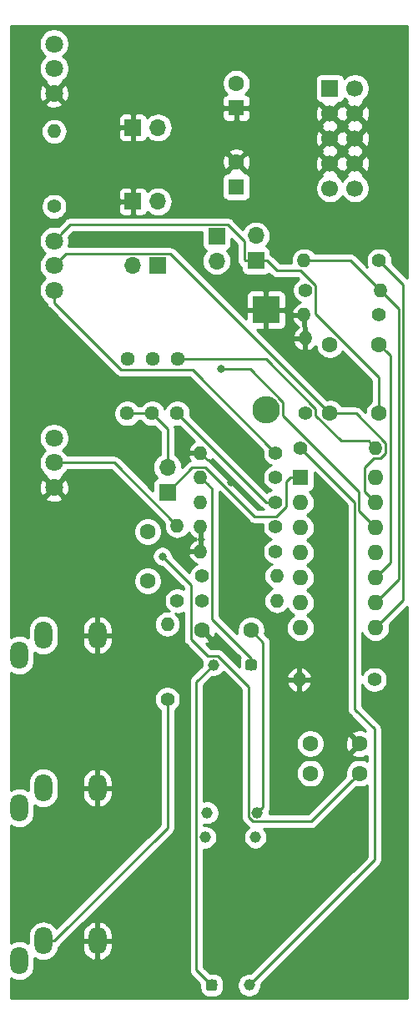
<source format=gbr>
G04 #@! TF.GenerationSoftware,KiCad,Pcbnew,5.1.4*
G04 #@! TF.CreationDate,2019-10-24T19:13:33+02:00*
G04 #@! TF.ProjectId,lpg,6c70672e-6b69-4636-9164-5f7063625858,rev?*
G04 #@! TF.SameCoordinates,Original*
G04 #@! TF.FileFunction,Copper,L1,Top*
G04 #@! TF.FilePolarity,Positive*
%FSLAX46Y46*%
G04 Gerber Fmt 4.6, Leading zero omitted, Abs format (unit mm)*
G04 Created by KiCad (PCBNEW 5.1.4) date 2019-10-24 19:13:33*
%MOMM*%
%LPD*%
G04 APERTURE LIST*
%ADD10O,1.700000X1.700000*%
%ADD11R,1.700000X1.700000*%
%ADD12C,1.700000*%
%ADD13C,1.150000*%
%ADD14C,0.100000*%
%ADD15O,1.600000X1.600000*%
%ADD16R,1.600000X1.600000*%
%ADD17C,1.800000*%
%ADD18C,1.440000*%
%ADD19O,1.400000X1.400000*%
%ADD20C,1.400000*%
%ADD21O,1.800000X2.800000*%
%ADD22O,2.800000X2.800000*%
%ADD23R,2.800000X2.800000*%
%ADD24C,1.600000*%
%ADD25C,0.800000*%
%ADD26C,0.250000*%
%ADD27C,0.254000*%
G04 APERTURE END LIST*
D10*
X109460000Y-79000000D03*
D11*
X112000000Y-79000000D03*
D12*
X132040000Y-71160000D03*
X129500000Y-71160000D03*
X132040000Y-68620000D03*
X129500000Y-68620000D03*
X132040000Y-66080000D03*
X129500000Y-66080000D03*
X132040000Y-63540000D03*
X129500000Y-63540000D03*
X132040000Y-61000000D03*
D11*
X129500000Y-61000000D03*
D13*
X117700000Y-119500000D03*
X117060000Y-134500000D03*
X122140000Y-134500000D03*
D14*
G36*
X121815680Y-118926384D02*
G01*
X121843588Y-118930524D01*
X121870957Y-118937380D01*
X121897521Y-118946885D01*
X121923027Y-118958948D01*
X121947226Y-118973452D01*
X121969888Y-118990259D01*
X121990793Y-119009207D01*
X122009741Y-119030112D01*
X122026548Y-119052774D01*
X122041052Y-119076973D01*
X122053115Y-119102479D01*
X122062620Y-119129043D01*
X122069476Y-119156412D01*
X122073616Y-119184320D01*
X122075000Y-119212500D01*
X122075000Y-119787500D01*
X122073616Y-119815680D01*
X122069476Y-119843588D01*
X122062620Y-119870957D01*
X122053115Y-119897521D01*
X122041052Y-119923027D01*
X122026548Y-119947226D01*
X122009741Y-119969888D01*
X121990793Y-119990793D01*
X121969888Y-120009741D01*
X121947226Y-120026548D01*
X121923027Y-120041052D01*
X121897521Y-120053115D01*
X121870957Y-120062620D01*
X121843588Y-120069476D01*
X121815680Y-120073616D01*
X121787500Y-120075000D01*
X121212500Y-120075000D01*
X121184320Y-120073616D01*
X121156412Y-120069476D01*
X121129043Y-120062620D01*
X121102479Y-120053115D01*
X121076973Y-120041052D01*
X121052774Y-120026548D01*
X121030112Y-120009741D01*
X121009207Y-119990793D01*
X120990259Y-119969888D01*
X120973452Y-119947226D01*
X120958948Y-119923027D01*
X120946885Y-119897521D01*
X120937380Y-119870957D01*
X120930524Y-119843588D01*
X120926384Y-119815680D01*
X120925000Y-119787500D01*
X120925000Y-119212500D01*
X120926384Y-119184320D01*
X120930524Y-119156412D01*
X120937380Y-119129043D01*
X120946885Y-119102479D01*
X120958948Y-119076973D01*
X120973452Y-119052774D01*
X120990259Y-119030112D01*
X121009207Y-119009207D01*
X121030112Y-118990259D01*
X121052774Y-118973452D01*
X121076973Y-118958948D01*
X121102479Y-118946885D01*
X121129043Y-118937380D01*
X121156412Y-118930524D01*
X121184320Y-118926384D01*
X121212500Y-118925000D01*
X121787500Y-118925000D01*
X121815680Y-118926384D01*
X121815680Y-118926384D01*
G37*
D13*
X121500000Y-119500000D03*
X121300000Y-152000000D03*
X121940000Y-137000000D03*
X116860000Y-137000000D03*
D14*
G36*
X117815680Y-151426384D02*
G01*
X117843588Y-151430524D01*
X117870957Y-151437380D01*
X117897521Y-151446885D01*
X117923027Y-151458948D01*
X117947226Y-151473452D01*
X117969888Y-151490259D01*
X117990793Y-151509207D01*
X118009741Y-151530112D01*
X118026548Y-151552774D01*
X118041052Y-151576973D01*
X118053115Y-151602479D01*
X118062620Y-151629043D01*
X118069476Y-151656412D01*
X118073616Y-151684320D01*
X118075000Y-151712500D01*
X118075000Y-152287500D01*
X118073616Y-152315680D01*
X118069476Y-152343588D01*
X118062620Y-152370957D01*
X118053115Y-152397521D01*
X118041052Y-152423027D01*
X118026548Y-152447226D01*
X118009741Y-152469888D01*
X117990793Y-152490793D01*
X117969888Y-152509741D01*
X117947226Y-152526548D01*
X117923027Y-152541052D01*
X117897521Y-152553115D01*
X117870957Y-152562620D01*
X117843588Y-152569476D01*
X117815680Y-152573616D01*
X117787500Y-152575000D01*
X117212500Y-152575000D01*
X117184320Y-152573616D01*
X117156412Y-152569476D01*
X117129043Y-152562620D01*
X117102479Y-152553115D01*
X117076973Y-152541052D01*
X117052774Y-152526548D01*
X117030112Y-152509741D01*
X117009207Y-152490793D01*
X116990259Y-152469888D01*
X116973452Y-152447226D01*
X116958948Y-152423027D01*
X116946885Y-152397521D01*
X116937380Y-152370957D01*
X116930524Y-152343588D01*
X116926384Y-152315680D01*
X116925000Y-152287500D01*
X116925000Y-151712500D01*
X116926384Y-151684320D01*
X116930524Y-151656412D01*
X116937380Y-151629043D01*
X116946885Y-151602479D01*
X116958948Y-151576973D01*
X116973452Y-151552774D01*
X116990259Y-151530112D01*
X117009207Y-151509207D01*
X117030112Y-151490259D01*
X117052774Y-151473452D01*
X117076973Y-151458948D01*
X117102479Y-151446885D01*
X117129043Y-151437380D01*
X117156412Y-151430524D01*
X117184320Y-151426384D01*
X117212500Y-151425000D01*
X117787500Y-151425000D01*
X117815680Y-151426384D01*
X117815680Y-151426384D01*
G37*
D13*
X117500000Y-152000000D03*
D15*
X134120000Y-100500000D03*
X126500000Y-115740000D03*
X134120000Y-103040000D03*
X126500000Y-113200000D03*
X134120000Y-105580000D03*
X126500000Y-110660000D03*
X134120000Y-108120000D03*
X126500000Y-108120000D03*
X134120000Y-110660000D03*
X126500000Y-105580000D03*
X134120000Y-113200000D03*
X126500000Y-103040000D03*
X134120000Y-115740000D03*
D16*
X126500000Y-100500000D03*
D17*
X101500000Y-76500000D03*
X101500000Y-79000000D03*
X101500000Y-81500000D03*
D18*
X108920000Y-94000000D03*
X111460000Y-94000000D03*
X114000000Y-94000000D03*
X114080000Y-88500000D03*
X111540000Y-88500000D03*
X109000000Y-88500000D03*
D17*
X101500000Y-96500000D03*
X101500000Y-99000000D03*
X101500000Y-101500000D03*
X101500000Y-56500000D03*
X101500000Y-59000000D03*
X101500000Y-61500000D03*
D19*
X116380000Y-98000000D03*
D20*
X124000000Y-98000000D03*
D19*
X113000000Y-115380000D03*
D20*
X113000000Y-123000000D03*
D19*
X124120000Y-113000000D03*
D20*
X116500000Y-113000000D03*
D19*
X116380000Y-108000000D03*
D20*
X124000000Y-108000000D03*
D19*
X124120000Y-110500000D03*
D20*
X116500000Y-110500000D03*
D19*
X116380000Y-100500000D03*
D20*
X124000000Y-100500000D03*
D19*
X127000000Y-86380000D03*
D20*
X127000000Y-94000000D03*
D19*
X134120000Y-97500000D03*
D20*
X126500000Y-97500000D03*
D19*
X116380000Y-105500000D03*
D20*
X124000000Y-105500000D03*
D19*
X134620000Y-81500000D03*
D20*
X127000000Y-81500000D03*
D19*
X126880000Y-78500000D03*
D20*
X134500000Y-78500000D03*
D19*
X116380000Y-103000000D03*
D20*
X124000000Y-103000000D03*
D19*
X114000000Y-105380000D03*
D20*
X114000000Y-113000000D03*
D19*
X126880000Y-84000000D03*
D20*
X134500000Y-84000000D03*
D19*
X101500000Y-65380000D03*
D20*
X101500000Y-73000000D03*
D19*
X126380000Y-121000000D03*
D20*
X134000000Y-121000000D03*
D21*
X105900000Y-147500000D03*
X100400000Y-147500000D03*
X98000000Y-149500000D03*
D10*
X122000000Y-75960000D03*
D11*
X122000000Y-78500000D03*
D10*
X118000000Y-78540000D03*
D11*
X118000000Y-76000000D03*
D10*
X112040000Y-72500000D03*
D11*
X109500000Y-72500000D03*
D10*
X113000000Y-99460000D03*
D11*
X113000000Y-102000000D03*
D10*
X112040000Y-65000000D03*
D11*
X109500000Y-65000000D03*
D21*
X105900000Y-116500000D03*
X100400000Y-116500000D03*
X98000000Y-118500000D03*
X105900000Y-132000000D03*
X100400000Y-132000000D03*
X98000000Y-134000000D03*
D22*
X123000000Y-93660000D03*
D23*
X123000000Y-83500000D03*
D24*
X129500000Y-94000000D03*
X134500000Y-94000000D03*
X116500000Y-116000000D03*
X121500000Y-116000000D03*
X127500000Y-130500000D03*
X132500000Y-130500000D03*
X132500000Y-127500000D03*
X127500000Y-127500000D03*
X111000000Y-111000000D03*
X111000000Y-106000000D03*
X120000000Y-68500000D03*
D16*
X120000000Y-71000000D03*
D24*
X120000000Y-60500000D03*
D16*
X120000000Y-63000000D03*
D24*
X129500000Y-87000000D03*
X134500000Y-87000000D03*
D25*
X119500000Y-101000000D03*
X130000000Y-90500000D03*
X112500000Y-108500000D03*
X118500000Y-89500000D03*
D26*
X135625001Y-88125001D02*
X135299999Y-87799999D01*
X135625001Y-109154999D02*
X135625001Y-88125001D01*
X135299999Y-87799999D02*
X134500000Y-87000000D01*
X134120000Y-110660000D02*
X135625001Y-109154999D01*
X117079999Y-98699999D02*
X117199999Y-98699999D01*
X116380000Y-98000000D02*
X117079999Y-98699999D01*
X117199999Y-98699999D02*
X119500000Y-101000000D01*
X119500000Y-101000000D02*
X119500000Y-101000000D01*
X123000000Y-103000000D02*
X114000000Y-94000000D01*
X124000000Y-103000000D02*
X123000000Y-103000000D01*
X131700001Y-131299999D02*
X132500000Y-130500000D01*
X127599999Y-135400001D02*
X131700001Y-131299999D01*
X121707999Y-135400001D02*
X127599999Y-135400001D01*
X121239999Y-134932001D02*
X121707999Y-135400001D01*
X121239999Y-121707997D02*
X121239999Y-134932001D01*
X118132001Y-118599999D02*
X121239999Y-121707997D01*
X117099999Y-118599999D02*
X118132001Y-118599999D01*
X115374999Y-116874999D02*
X117099999Y-118599999D01*
X115374999Y-111374999D02*
X115374999Y-116874999D01*
X112500000Y-108500000D02*
X115374999Y-111374999D01*
X122714999Y-133925001D02*
X122140000Y-134500000D01*
X122714999Y-117214999D02*
X122714999Y-133925001D01*
X121500000Y-116000000D02*
X122714999Y-117214999D01*
X102399999Y-78100001D02*
X101500000Y-79000000D01*
X102675001Y-77824999D02*
X102399999Y-78100001D01*
X113324999Y-77824999D02*
X102675001Y-77824999D01*
X129500000Y-94000000D02*
X113324999Y-77824999D01*
X130631370Y-94000000D02*
X129500000Y-94000000D01*
X132137002Y-94000000D02*
X130631370Y-94000000D01*
X135145001Y-97007999D02*
X132137002Y-94000000D01*
X135145001Y-97992001D02*
X135145001Y-97007999D01*
X134612001Y-98525001D02*
X135145001Y-97992001D01*
X133974999Y-98525001D02*
X134612001Y-98525001D01*
X132994999Y-99505001D02*
X133974999Y-98525001D01*
X132994999Y-101914999D02*
X132994999Y-99505001D01*
X134120000Y-103040000D02*
X132994999Y-101914999D01*
X123100000Y-78500000D02*
X122000000Y-78500000D01*
X126542003Y-79525001D02*
X124125001Y-79525001D01*
X128025001Y-81007999D02*
X126542003Y-79525001D01*
X124125001Y-79525001D02*
X123100000Y-78500000D01*
X128025001Y-83859999D02*
X128025001Y-81007999D01*
X134500000Y-90334998D02*
X128025001Y-83859999D01*
X134500000Y-94000000D02*
X134500000Y-90334998D01*
X103175001Y-74824999D02*
X102399999Y-75600001D01*
X119110001Y-74824999D02*
X103175001Y-74824999D01*
X120824999Y-76539997D02*
X119110001Y-74824999D01*
X120824999Y-78424999D02*
X120824999Y-76539997D01*
X120900000Y-78500000D02*
X120824999Y-78424999D01*
X102399999Y-75600001D02*
X101500000Y-76500000D01*
X122000000Y-78500000D02*
X120900000Y-78500000D01*
X121800000Y-151500000D02*
X121300000Y-152000000D01*
X134000000Y-139300000D02*
X121800000Y-151500000D01*
X134000000Y-126000000D02*
X134000000Y-139300000D01*
X132000000Y-124000000D02*
X134000000Y-126000000D01*
X132000000Y-103000000D02*
X132000000Y-124000000D01*
X126500000Y-97500000D02*
X132000000Y-103000000D01*
X107620000Y-99000000D02*
X101500000Y-99000000D01*
X114000000Y-105380000D02*
X107620000Y-99000000D01*
X131620000Y-78500000D02*
X126880000Y-78500000D01*
X134620000Y-81500000D02*
X131620000Y-78500000D01*
X135319999Y-82199999D02*
X134620000Y-81500000D01*
X136500000Y-83380000D02*
X135319999Y-82199999D01*
X136500000Y-110820000D02*
X136500000Y-83380000D01*
X134120000Y-113200000D02*
X136500000Y-110820000D01*
X135199999Y-79199999D02*
X134500000Y-78500000D01*
X136950009Y-80950009D02*
X135199999Y-79199999D01*
X136950009Y-112909991D02*
X136950009Y-80950009D01*
X134120000Y-115740000D02*
X136950009Y-112909991D01*
X115098233Y-88500000D02*
X114080000Y-88500000D01*
X123017002Y-88500000D02*
X115098233Y-88500000D01*
X128025001Y-93507999D02*
X123017002Y-88500000D01*
X128025001Y-94190003D02*
X128025001Y-93507999D01*
X130634999Y-96800001D02*
X128025001Y-94190003D01*
X133420001Y-96800001D02*
X130634999Y-96800001D01*
X134120000Y-97500000D02*
X133420001Y-96800001D01*
X117079999Y-101199999D02*
X116380000Y-100500000D01*
X121500000Y-118825000D02*
X117525001Y-114850001D01*
X117525001Y-101645001D02*
X117079999Y-101199999D01*
X117525001Y-114850001D02*
X117525001Y-101645001D01*
X121500000Y-119500000D02*
X121500000Y-118825000D01*
X101500000Y-82772792D02*
X101500000Y-81500000D01*
X108272209Y-89545001D02*
X101500000Y-82772792D01*
X124000000Y-98000000D02*
X115545001Y-89545001D01*
X115545001Y-89545001D02*
X108272209Y-89545001D01*
X116938497Y-151438497D02*
X117500000Y-152000000D01*
X115959999Y-150459999D02*
X116938497Y-151438497D01*
X115959999Y-121240001D02*
X115959999Y-150459999D01*
X117700000Y-119500000D02*
X115959999Y-121240001D01*
X124725001Y-92831999D02*
X121393002Y-89500000D01*
X124725001Y-94207999D02*
X124725001Y-92831999D01*
X132450009Y-101933007D02*
X124725001Y-94207999D01*
X134120000Y-105580000D02*
X132450009Y-103910009D01*
X132450009Y-103910009D02*
X132450009Y-101933007D01*
X121393002Y-89500000D02*
X118500000Y-89500000D01*
X118500000Y-89500000D02*
X118500000Y-89500000D01*
X113000000Y-95540000D02*
X111460000Y-94000000D01*
X113000000Y-99460000D02*
X113000000Y-95540000D01*
X111460000Y-94000000D02*
X108920000Y-94000000D01*
X115525001Y-99474999D02*
X113000000Y-102000000D01*
X116872001Y-99474999D02*
X115525001Y-99474999D01*
X121872001Y-104474999D02*
X116872001Y-99474999D01*
X124025001Y-104474999D02*
X121872001Y-104474999D01*
X125025001Y-103474999D02*
X124025001Y-104474999D01*
X125025001Y-100924999D02*
X125025001Y-103474999D01*
X125450000Y-100500000D02*
X125025001Y-100924999D01*
X126500000Y-100500000D02*
X125450000Y-100500000D01*
X101550000Y-147500000D02*
X100400000Y-147500000D01*
X113000000Y-136050000D02*
X101550000Y-147500000D01*
X113000000Y-123000000D02*
X113000000Y-136050000D01*
D27*
G36*
X137340001Y-80265199D02*
G01*
X135813645Y-78738844D01*
X135835000Y-78631486D01*
X135835000Y-78368514D01*
X135783696Y-78110595D01*
X135683061Y-77867641D01*
X135536962Y-77648987D01*
X135351013Y-77463038D01*
X135132359Y-77316939D01*
X134889405Y-77216304D01*
X134631486Y-77165000D01*
X134368514Y-77165000D01*
X134110595Y-77216304D01*
X133867641Y-77316939D01*
X133648987Y-77463038D01*
X133463038Y-77648987D01*
X133316939Y-77867641D01*
X133216304Y-78110595D01*
X133165000Y-78368514D01*
X133165000Y-78631486D01*
X133216304Y-78889405D01*
X133309711Y-79114910D01*
X132183804Y-77989003D01*
X132160001Y-77959999D01*
X132044276Y-77865026D01*
X131912247Y-77794454D01*
X131768986Y-77750997D01*
X131657333Y-77740000D01*
X131657322Y-77740000D01*
X131620000Y-77736324D01*
X131582678Y-77740000D01*
X127983298Y-77740000D01*
X127828555Y-77551445D01*
X127625275Y-77384618D01*
X127393354Y-77260653D01*
X127141706Y-77184317D01*
X126945579Y-77165000D01*
X126814421Y-77165000D01*
X126618294Y-77184317D01*
X126366646Y-77260653D01*
X126134725Y-77384618D01*
X125931445Y-77551445D01*
X125764618Y-77754725D01*
X125640653Y-77986646D01*
X125564317Y-78238294D01*
X125538541Y-78500000D01*
X125564317Y-78761706D01*
X125565317Y-78765001D01*
X124439803Y-78765001D01*
X123663804Y-77989002D01*
X123640001Y-77959999D01*
X123524276Y-77865026D01*
X123488072Y-77845674D01*
X123488072Y-77650000D01*
X123475812Y-77525518D01*
X123439502Y-77405820D01*
X123380537Y-77295506D01*
X123301185Y-77198815D01*
X123204494Y-77119463D01*
X123094180Y-77060498D01*
X123025313Y-77039607D01*
X123055134Y-77015134D01*
X123240706Y-76789014D01*
X123378599Y-76531034D01*
X123463513Y-76251111D01*
X123492185Y-75960000D01*
X123463513Y-75668889D01*
X123378599Y-75388966D01*
X123240706Y-75130986D01*
X123055134Y-74904866D01*
X122829014Y-74719294D01*
X122571034Y-74581401D01*
X122291111Y-74496487D01*
X122072950Y-74475000D01*
X121927050Y-74475000D01*
X121708889Y-74496487D01*
X121428966Y-74581401D01*
X121170986Y-74719294D01*
X120944866Y-74904866D01*
X120759294Y-75130986D01*
X120665767Y-75305963D01*
X119673804Y-74314001D01*
X119650002Y-74284998D01*
X119534277Y-74190025D01*
X119402248Y-74119453D01*
X119258987Y-74075996D01*
X119147334Y-74064999D01*
X119147323Y-74064999D01*
X119110001Y-74061323D01*
X119072679Y-74064999D01*
X103212323Y-74064999D01*
X103175000Y-74061323D01*
X103137677Y-74064999D01*
X103137668Y-74064999D01*
X103026015Y-74075996D01*
X102882754Y-74119453D01*
X102750725Y-74190025D01*
X102635000Y-74284998D01*
X102611202Y-74313997D01*
X101908930Y-75016269D01*
X101651184Y-74965000D01*
X101348816Y-74965000D01*
X101052257Y-75023989D01*
X100772905Y-75139701D01*
X100521495Y-75307688D01*
X100307688Y-75521495D01*
X100139701Y-75772905D01*
X100023989Y-76052257D01*
X99965000Y-76348816D01*
X99965000Y-76651184D01*
X100023989Y-76947743D01*
X100139701Y-77227095D01*
X100307688Y-77478505D01*
X100521495Y-77692312D01*
X100607831Y-77750000D01*
X100521495Y-77807688D01*
X100307688Y-78021495D01*
X100139701Y-78272905D01*
X100023989Y-78552257D01*
X99965000Y-78848816D01*
X99965000Y-79151184D01*
X100023989Y-79447743D01*
X100139701Y-79727095D01*
X100307688Y-79978505D01*
X100521495Y-80192312D01*
X100607831Y-80250000D01*
X100521495Y-80307688D01*
X100307688Y-80521495D01*
X100139701Y-80772905D01*
X100023989Y-81052257D01*
X99965000Y-81348816D01*
X99965000Y-81651184D01*
X100023989Y-81947743D01*
X100139701Y-82227095D01*
X100307688Y-82478505D01*
X100521495Y-82692312D01*
X100742972Y-82840298D01*
X100750997Y-82921777D01*
X100785342Y-83035000D01*
X100794454Y-83065038D01*
X100865026Y-83197068D01*
X100892885Y-83231014D01*
X100959999Y-83312793D01*
X100989003Y-83336596D01*
X107708409Y-90056003D01*
X107732208Y-90085002D01*
X107847933Y-90179975D01*
X107979962Y-90250547D01*
X108123223Y-90294004D01*
X108234876Y-90305001D01*
X108234886Y-90305001D01*
X108272209Y-90308677D01*
X108309532Y-90305001D01*
X115230200Y-90305001D01*
X122686355Y-97761157D01*
X122665000Y-97868514D01*
X122665000Y-98131486D01*
X122716304Y-98389405D01*
X122816939Y-98632359D01*
X122963038Y-98851013D01*
X123148987Y-99036962D01*
X123367641Y-99183061D01*
X123529246Y-99250000D01*
X123367641Y-99316939D01*
X123148987Y-99463038D01*
X122963038Y-99648987D01*
X122816939Y-99867641D01*
X122716304Y-100110595D01*
X122665000Y-100368514D01*
X122665000Y-100631486D01*
X122716304Y-100889405D01*
X122816939Y-101132359D01*
X122963038Y-101351013D01*
X123148987Y-101536962D01*
X123367641Y-101683061D01*
X123529246Y-101750000D01*
X123367641Y-101816939D01*
X123148987Y-101963038D01*
X123093413Y-102018612D01*
X115330654Y-94255853D01*
X115355000Y-94133456D01*
X115355000Y-93866544D01*
X115302928Y-93604761D01*
X115200785Y-93358167D01*
X115052497Y-93136238D01*
X114863762Y-92947503D01*
X114641833Y-92799215D01*
X114395239Y-92697072D01*
X114133456Y-92645000D01*
X113866544Y-92645000D01*
X113604761Y-92697072D01*
X113358167Y-92799215D01*
X113136238Y-92947503D01*
X112947503Y-93136238D01*
X112799215Y-93358167D01*
X112730000Y-93525266D01*
X112660785Y-93358167D01*
X112512497Y-93136238D01*
X112323762Y-92947503D01*
X112101833Y-92799215D01*
X111855239Y-92697072D01*
X111593456Y-92645000D01*
X111326544Y-92645000D01*
X111064761Y-92697072D01*
X110818167Y-92799215D01*
X110596238Y-92947503D01*
X110407503Y-93136238D01*
X110338172Y-93240000D01*
X110041828Y-93240000D01*
X109972497Y-93136238D01*
X109783762Y-92947503D01*
X109561833Y-92799215D01*
X109315239Y-92697072D01*
X109053456Y-92645000D01*
X108786544Y-92645000D01*
X108524761Y-92697072D01*
X108278167Y-92799215D01*
X108056238Y-92947503D01*
X107867503Y-93136238D01*
X107719215Y-93358167D01*
X107617072Y-93604761D01*
X107565000Y-93866544D01*
X107565000Y-94133456D01*
X107617072Y-94395239D01*
X107719215Y-94641833D01*
X107867503Y-94863762D01*
X108056238Y-95052497D01*
X108278167Y-95200785D01*
X108524761Y-95302928D01*
X108786544Y-95355000D01*
X109053456Y-95355000D01*
X109315239Y-95302928D01*
X109561833Y-95200785D01*
X109783762Y-95052497D01*
X109972497Y-94863762D01*
X110041828Y-94760000D01*
X110338172Y-94760000D01*
X110407503Y-94863762D01*
X110596238Y-95052497D01*
X110818167Y-95200785D01*
X111064761Y-95302928D01*
X111326544Y-95355000D01*
X111593456Y-95355000D01*
X111715852Y-95330654D01*
X112240001Y-95854803D01*
X112240000Y-98182405D01*
X112170986Y-98219294D01*
X111944866Y-98404866D01*
X111759294Y-98630986D01*
X111621401Y-98888966D01*
X111536487Y-99168889D01*
X111507815Y-99460000D01*
X111536487Y-99751111D01*
X111621401Y-100031034D01*
X111759294Y-100289014D01*
X111944866Y-100515134D01*
X111974687Y-100539607D01*
X111905820Y-100560498D01*
X111795506Y-100619463D01*
X111698815Y-100698815D01*
X111619463Y-100795506D01*
X111560498Y-100905820D01*
X111524188Y-101025518D01*
X111511928Y-101150000D01*
X111511928Y-101817126D01*
X108183804Y-98489003D01*
X108160001Y-98459999D01*
X108044276Y-98365026D01*
X107912247Y-98294454D01*
X107768986Y-98250997D01*
X107657333Y-98240000D01*
X107657322Y-98240000D01*
X107620000Y-98236324D01*
X107582678Y-98240000D01*
X102838313Y-98240000D01*
X102692312Y-98021495D01*
X102478505Y-97807688D01*
X102392169Y-97750000D01*
X102478505Y-97692312D01*
X102692312Y-97478505D01*
X102860299Y-97227095D01*
X102976011Y-96947743D01*
X103035000Y-96651184D01*
X103035000Y-96348816D01*
X102976011Y-96052257D01*
X102860299Y-95772905D01*
X102692312Y-95521495D01*
X102478505Y-95307688D01*
X102227095Y-95139701D01*
X101947743Y-95023989D01*
X101651184Y-94965000D01*
X101348816Y-94965000D01*
X101052257Y-95023989D01*
X100772905Y-95139701D01*
X100521495Y-95307688D01*
X100307688Y-95521495D01*
X100139701Y-95772905D01*
X100023989Y-96052257D01*
X99965000Y-96348816D01*
X99965000Y-96651184D01*
X100023989Y-96947743D01*
X100139701Y-97227095D01*
X100307688Y-97478505D01*
X100521495Y-97692312D01*
X100607831Y-97750000D01*
X100521495Y-97807688D01*
X100307688Y-98021495D01*
X100139701Y-98272905D01*
X100023989Y-98552257D01*
X99965000Y-98848816D01*
X99965000Y-99151184D01*
X100023989Y-99447743D01*
X100139701Y-99727095D01*
X100307688Y-99978505D01*
X100521495Y-100192312D01*
X100664310Y-100287738D01*
X100615525Y-100435920D01*
X101500000Y-101320395D01*
X102384475Y-100435920D01*
X102335690Y-100287738D01*
X102478505Y-100192312D01*
X102692312Y-99978505D01*
X102838313Y-99760000D01*
X107305199Y-99760000D01*
X112682450Y-105137252D01*
X112658541Y-105380000D01*
X112684317Y-105641706D01*
X112760653Y-105893354D01*
X112884618Y-106125275D01*
X113051445Y-106328555D01*
X113254725Y-106495382D01*
X113486646Y-106619347D01*
X113738294Y-106695683D01*
X113934421Y-106715000D01*
X114065579Y-106715000D01*
X114261706Y-106695683D01*
X114513354Y-106619347D01*
X114745275Y-106495382D01*
X114948555Y-106328555D01*
X115115382Y-106125275D01*
X115163615Y-106035037D01*
X115230208Y-106178392D01*
X115384649Y-106389670D01*
X115577340Y-106566759D01*
X115800877Y-106702853D01*
X115929825Y-106750000D01*
X115800877Y-106797147D01*
X115577340Y-106933241D01*
X115384649Y-107110330D01*
X115230208Y-107321608D01*
X115119953Y-107558956D01*
X115087284Y-107666671D01*
X115210626Y-107873000D01*
X116253000Y-107873000D01*
X116253000Y-106829799D01*
X116118615Y-106750000D01*
X116253000Y-106670201D01*
X116253000Y-105627000D01*
X116233000Y-105627000D01*
X116233000Y-105373000D01*
X116253000Y-105373000D01*
X116253000Y-105353000D01*
X116507000Y-105353000D01*
X116507000Y-105373000D01*
X116527000Y-105373000D01*
X116527000Y-105627000D01*
X116507000Y-105627000D01*
X116507000Y-106670201D01*
X116641385Y-106750000D01*
X116507000Y-106829799D01*
X116507000Y-107873000D01*
X116527000Y-107873000D01*
X116527000Y-108127000D01*
X116507000Y-108127000D01*
X116507000Y-108147000D01*
X116253000Y-108147000D01*
X116253000Y-108127000D01*
X115210626Y-108127000D01*
X115087284Y-108333329D01*
X115119953Y-108441044D01*
X115230208Y-108678392D01*
X115384649Y-108889670D01*
X115577340Y-109066759D01*
X115800877Y-109202853D01*
X115982632Y-109269308D01*
X115867641Y-109316939D01*
X115648987Y-109463038D01*
X115463038Y-109648987D01*
X115316939Y-109867641D01*
X115216304Y-110110595D01*
X115211176Y-110136374D01*
X113535000Y-108460199D01*
X113535000Y-108398061D01*
X113495226Y-108198102D01*
X113417205Y-108009744D01*
X113303937Y-107840226D01*
X113159774Y-107696063D01*
X112990256Y-107582795D01*
X112801898Y-107504774D01*
X112601939Y-107465000D01*
X112398061Y-107465000D01*
X112198102Y-107504774D01*
X112009744Y-107582795D01*
X111840226Y-107696063D01*
X111696063Y-107840226D01*
X111582795Y-108009744D01*
X111504774Y-108198102D01*
X111465000Y-108398061D01*
X111465000Y-108601939D01*
X111504774Y-108801898D01*
X111582795Y-108990256D01*
X111696063Y-109159774D01*
X111840226Y-109303937D01*
X112009744Y-109417205D01*
X112198102Y-109495226D01*
X112398061Y-109535000D01*
X112460199Y-109535000D01*
X114614999Y-111689801D01*
X114614999Y-111809748D01*
X114389405Y-111716304D01*
X114131486Y-111665000D01*
X113868514Y-111665000D01*
X113610595Y-111716304D01*
X113367641Y-111816939D01*
X113148987Y-111963038D01*
X112963038Y-112148987D01*
X112816939Y-112367641D01*
X112716304Y-112610595D01*
X112665000Y-112868514D01*
X112665000Y-113131486D01*
X112716304Y-113389405D01*
X112816939Y-113632359D01*
X112963038Y-113851013D01*
X113148987Y-114036962D01*
X113177517Y-114056025D01*
X113065579Y-114045000D01*
X112934421Y-114045000D01*
X112738294Y-114064317D01*
X112486646Y-114140653D01*
X112254725Y-114264618D01*
X112051445Y-114431445D01*
X111884618Y-114634725D01*
X111760653Y-114866646D01*
X111684317Y-115118294D01*
X111658541Y-115380000D01*
X111684317Y-115641706D01*
X111760653Y-115893354D01*
X111884618Y-116125275D01*
X112051445Y-116328555D01*
X112254725Y-116495382D01*
X112486646Y-116619347D01*
X112738294Y-116695683D01*
X112934421Y-116715000D01*
X113065579Y-116715000D01*
X113261706Y-116695683D01*
X113513354Y-116619347D01*
X113745275Y-116495382D01*
X113948555Y-116328555D01*
X114115382Y-116125275D01*
X114239347Y-115893354D01*
X114315683Y-115641706D01*
X114341459Y-115380000D01*
X114315683Y-115118294D01*
X114239347Y-114866646D01*
X114115382Y-114634725D01*
X113948555Y-114431445D01*
X113819046Y-114325160D01*
X113868514Y-114335000D01*
X114131486Y-114335000D01*
X114389405Y-114283696D01*
X114615000Y-114190252D01*
X114615000Y-116837667D01*
X114611323Y-116874999D01*
X114625997Y-117023984D01*
X114669453Y-117167245D01*
X114740025Y-117299275D01*
X114811200Y-117386001D01*
X114834999Y-117415000D01*
X114863997Y-117438798D01*
X116536204Y-119111007D01*
X116546324Y-119123338D01*
X116536499Y-119147056D01*
X116490000Y-119380825D01*
X116490000Y-119619175D01*
X116492658Y-119632540D01*
X115449002Y-120676197D01*
X115419998Y-120700000D01*
X115364870Y-120767175D01*
X115325025Y-120815725D01*
X115294411Y-120873000D01*
X115254453Y-120947755D01*
X115210996Y-121091016D01*
X115199999Y-121202669D01*
X115199999Y-121202679D01*
X115196323Y-121240001D01*
X115199999Y-121277323D01*
X115200000Y-150422666D01*
X115196323Y-150459999D01*
X115210997Y-150608984D01*
X115254453Y-150752245D01*
X115325025Y-150884275D01*
X115387171Y-150959999D01*
X115419999Y-151000000D01*
X115448997Y-151023798D01*
X116286928Y-151861730D01*
X116286928Y-152287500D01*
X116304713Y-152468070D01*
X116357383Y-152641701D01*
X116442915Y-152801720D01*
X116558022Y-152941978D01*
X116698280Y-153057085D01*
X116858299Y-153142617D01*
X117031930Y-153195287D01*
X117212500Y-153213072D01*
X117787500Y-153213072D01*
X117968070Y-153195287D01*
X118141701Y-153142617D01*
X118301720Y-153057085D01*
X118441978Y-152941978D01*
X118557085Y-152801720D01*
X118642617Y-152641701D01*
X118695287Y-152468070D01*
X118713072Y-152287500D01*
X118713072Y-151712500D01*
X118695287Y-151531930D01*
X118642617Y-151358299D01*
X118557085Y-151198280D01*
X118441978Y-151058022D01*
X118301720Y-150942915D01*
X118141701Y-150857383D01*
X117968070Y-150804713D01*
X117787500Y-150786928D01*
X117361730Y-150786928D01*
X116719999Y-150145198D01*
X116719999Y-138205857D01*
X116740825Y-138210000D01*
X116979175Y-138210000D01*
X117212944Y-138163501D01*
X117433150Y-138072288D01*
X117631330Y-137939869D01*
X117799869Y-137771330D01*
X117932288Y-137573150D01*
X118023501Y-137352944D01*
X118070000Y-137119175D01*
X118070000Y-136880825D01*
X118023501Y-136647056D01*
X117932288Y-136426850D01*
X117799869Y-136228670D01*
X117631330Y-136060131D01*
X117433150Y-135927712D01*
X117212944Y-135836499D01*
X116979175Y-135790000D01*
X116740825Y-135790000D01*
X116719999Y-135794143D01*
X116719999Y-135666075D01*
X116940825Y-135710000D01*
X117179175Y-135710000D01*
X117412944Y-135663501D01*
X117633150Y-135572288D01*
X117831330Y-135439869D01*
X117999869Y-135271330D01*
X118132288Y-135073150D01*
X118223501Y-134852944D01*
X118270000Y-134619175D01*
X118270000Y-134380825D01*
X118223501Y-134147056D01*
X118132288Y-133926850D01*
X117999869Y-133728670D01*
X117831330Y-133560131D01*
X117633150Y-133427712D01*
X117412944Y-133336499D01*
X117179175Y-133290000D01*
X116940825Y-133290000D01*
X116719999Y-133333925D01*
X116719999Y-121554802D01*
X117567460Y-120707342D01*
X117580825Y-120710000D01*
X117819175Y-120710000D01*
X118052944Y-120663501D01*
X118273150Y-120572288D01*
X118471330Y-120439869D01*
X118639869Y-120271330D01*
X118675382Y-120218181D01*
X120479999Y-122022799D01*
X120480000Y-134894669D01*
X120476323Y-134932001D01*
X120480000Y-134969334D01*
X120480630Y-134975725D01*
X120490997Y-135080986D01*
X120534453Y-135224247D01*
X120605025Y-135356277D01*
X120673628Y-135439869D01*
X120699999Y-135472002D01*
X120728997Y-135495800D01*
X121144195Y-135910998D01*
X121167998Y-135940002D01*
X121241145Y-136000032D01*
X121248985Y-136006466D01*
X121168670Y-136060131D01*
X121000131Y-136228670D01*
X120867712Y-136426850D01*
X120776499Y-136647056D01*
X120730000Y-136880825D01*
X120730000Y-137119175D01*
X120776499Y-137352944D01*
X120867712Y-137573150D01*
X121000131Y-137771330D01*
X121168670Y-137939869D01*
X121366850Y-138072288D01*
X121587056Y-138163501D01*
X121820825Y-138210000D01*
X122059175Y-138210000D01*
X122292944Y-138163501D01*
X122513150Y-138072288D01*
X122711330Y-137939869D01*
X122879869Y-137771330D01*
X123012288Y-137573150D01*
X123103501Y-137352944D01*
X123150000Y-137119175D01*
X123150000Y-136880825D01*
X123103501Y-136647056D01*
X123012288Y-136426850D01*
X122879869Y-136228670D01*
X122811200Y-136160001D01*
X127562677Y-136160001D01*
X127599999Y-136163677D01*
X127637321Y-136160001D01*
X127637332Y-136160001D01*
X127748985Y-136149004D01*
X127892246Y-136105547D01*
X128024275Y-136034975D01*
X128140000Y-135940002D01*
X128163803Y-135910998D01*
X132176115Y-131898688D01*
X132358665Y-131935000D01*
X132641335Y-131935000D01*
X132918574Y-131879853D01*
X133179727Y-131771680D01*
X133240000Y-131731407D01*
X133240001Y-138985196D01*
X121432540Y-150792659D01*
X121419175Y-150790000D01*
X121180825Y-150790000D01*
X120947056Y-150836499D01*
X120726850Y-150927712D01*
X120528670Y-151060131D01*
X120360131Y-151228670D01*
X120227712Y-151426850D01*
X120136499Y-151647056D01*
X120090000Y-151880825D01*
X120090000Y-152119175D01*
X120136499Y-152352944D01*
X120227712Y-152573150D01*
X120360131Y-152771330D01*
X120528670Y-152939869D01*
X120726850Y-153072288D01*
X120947056Y-153163501D01*
X121180825Y-153210000D01*
X121419175Y-153210000D01*
X121652944Y-153163501D01*
X121873150Y-153072288D01*
X122071330Y-152939869D01*
X122239869Y-152771330D01*
X122372288Y-152573150D01*
X122463501Y-152352944D01*
X122510000Y-152119175D01*
X122510000Y-151880825D01*
X122507341Y-151867460D01*
X134511008Y-139863795D01*
X134540001Y-139840001D01*
X134563795Y-139811008D01*
X134563799Y-139811004D01*
X134634973Y-139724277D01*
X134634974Y-139724276D01*
X134705546Y-139592247D01*
X134749003Y-139448986D01*
X134760000Y-139337333D01*
X134760000Y-139337324D01*
X134763676Y-139300001D01*
X134760000Y-139262678D01*
X134760000Y-126037322D01*
X134763676Y-125999999D01*
X134760000Y-125962676D01*
X134760000Y-125962667D01*
X134749003Y-125851014D01*
X134705546Y-125707753D01*
X134634975Y-125575725D01*
X134634974Y-125575723D01*
X134563799Y-125488997D01*
X134540001Y-125459999D01*
X134511004Y-125436202D01*
X132760000Y-123685199D01*
X132760000Y-121494896D01*
X132816939Y-121632359D01*
X132963038Y-121851013D01*
X133148987Y-122036962D01*
X133367641Y-122183061D01*
X133610595Y-122283696D01*
X133868514Y-122335000D01*
X134131486Y-122335000D01*
X134389405Y-122283696D01*
X134632359Y-122183061D01*
X134851013Y-122036962D01*
X135036962Y-121851013D01*
X135183061Y-121632359D01*
X135283696Y-121389405D01*
X135335000Y-121131486D01*
X135335000Y-120868514D01*
X135283696Y-120610595D01*
X135183061Y-120367641D01*
X135036962Y-120148987D01*
X134851013Y-119963038D01*
X134632359Y-119816939D01*
X134389405Y-119716304D01*
X134131486Y-119665000D01*
X133868514Y-119665000D01*
X133610595Y-119716304D01*
X133367641Y-119816939D01*
X133148987Y-119963038D01*
X132963038Y-120148987D01*
X132816939Y-120367641D01*
X132760000Y-120505104D01*
X132760000Y-116200103D01*
X132787818Y-116291808D01*
X132921068Y-116541101D01*
X133100392Y-116759608D01*
X133318899Y-116938932D01*
X133568192Y-117072182D01*
X133838691Y-117154236D01*
X134049508Y-117175000D01*
X134190492Y-117175000D01*
X134401309Y-117154236D01*
X134671808Y-117072182D01*
X134921101Y-116938932D01*
X135139608Y-116759608D01*
X135318932Y-116541101D01*
X135452182Y-116291808D01*
X135534236Y-116021309D01*
X135561943Y-115740000D01*
X135534236Y-115458691D01*
X135520708Y-115414094D01*
X137340000Y-113594802D01*
X137340000Y-153340000D01*
X97160000Y-153340000D01*
X97160000Y-151291528D01*
X97409740Y-151425017D01*
X97699088Y-151512790D01*
X98000000Y-151542427D01*
X98300913Y-151512790D01*
X98590261Y-151425017D01*
X98856927Y-151282481D01*
X99090661Y-151090661D01*
X99282481Y-150856927D01*
X99425017Y-150590261D01*
X99512790Y-150300913D01*
X99535000Y-150075408D01*
X99535000Y-149275855D01*
X99543074Y-149282481D01*
X99809740Y-149425017D01*
X100099088Y-149512790D01*
X100400000Y-149542427D01*
X100700913Y-149512790D01*
X100990261Y-149425017D01*
X101256927Y-149282481D01*
X101490661Y-149090661D01*
X101682481Y-148856927D01*
X101825017Y-148590261D01*
X101912790Y-148300913D01*
X101926625Y-148160444D01*
X101974276Y-148134974D01*
X102090001Y-148040001D01*
X102113804Y-148010997D01*
X102497801Y-147627000D01*
X104365000Y-147627000D01*
X104365000Y-148127000D01*
X104419271Y-148424023D01*
X104530446Y-148704751D01*
X104694252Y-148958396D01*
X104904394Y-149175210D01*
X105152796Y-149346862D01*
X105429913Y-149466755D01*
X105535260Y-149491036D01*
X105773000Y-149370378D01*
X105773000Y-147627000D01*
X106027000Y-147627000D01*
X106027000Y-149370378D01*
X106264740Y-149491036D01*
X106370087Y-149466755D01*
X106647204Y-149346862D01*
X106895606Y-149175210D01*
X107105748Y-148958396D01*
X107269554Y-148704751D01*
X107380729Y-148424023D01*
X107435000Y-148127000D01*
X107435000Y-147627000D01*
X106027000Y-147627000D01*
X105773000Y-147627000D01*
X104365000Y-147627000D01*
X102497801Y-147627000D01*
X103251801Y-146873000D01*
X104365000Y-146873000D01*
X104365000Y-147373000D01*
X105773000Y-147373000D01*
X105773000Y-145629622D01*
X106027000Y-145629622D01*
X106027000Y-147373000D01*
X107435000Y-147373000D01*
X107435000Y-146873000D01*
X107380729Y-146575977D01*
X107269554Y-146295249D01*
X107105748Y-146041604D01*
X106895606Y-145824790D01*
X106647204Y-145653138D01*
X106370087Y-145533245D01*
X106264740Y-145508964D01*
X106027000Y-145629622D01*
X105773000Y-145629622D01*
X105535260Y-145508964D01*
X105429913Y-145533245D01*
X105152796Y-145653138D01*
X104904394Y-145824790D01*
X104694252Y-146041604D01*
X104530446Y-146295249D01*
X104419271Y-146575977D01*
X104365000Y-146873000D01*
X103251801Y-146873000D01*
X113511003Y-136613799D01*
X113540001Y-136590001D01*
X113634974Y-136474276D01*
X113705546Y-136342247D01*
X113749003Y-136198986D01*
X113760000Y-136087333D01*
X113760000Y-136087324D01*
X113763676Y-136050001D01*
X113760000Y-136012678D01*
X113760000Y-124097775D01*
X113851013Y-124036962D01*
X114036962Y-123851013D01*
X114183061Y-123632359D01*
X114283696Y-123389405D01*
X114335000Y-123131486D01*
X114335000Y-122868514D01*
X114283696Y-122610595D01*
X114183061Y-122367641D01*
X114036962Y-122148987D01*
X113851013Y-121963038D01*
X113632359Y-121816939D01*
X113389405Y-121716304D01*
X113131486Y-121665000D01*
X112868514Y-121665000D01*
X112610595Y-121716304D01*
X112367641Y-121816939D01*
X112148987Y-121963038D01*
X111963038Y-122148987D01*
X111816939Y-122367641D01*
X111716304Y-122610595D01*
X111665000Y-122868514D01*
X111665000Y-123131486D01*
X111716304Y-123389405D01*
X111816939Y-123632359D01*
X111963038Y-123851013D01*
X112148987Y-124036962D01*
X112240000Y-124097775D01*
X112240001Y-135735197D01*
X101734606Y-146240593D01*
X101682481Y-146143073D01*
X101490661Y-145909339D01*
X101256926Y-145717519D01*
X100990260Y-145574983D01*
X100700912Y-145487210D01*
X100400000Y-145457573D01*
X100099087Y-145487210D01*
X99809739Y-145574983D01*
X99543073Y-145717519D01*
X99309339Y-145909339D01*
X99117519Y-146143074D01*
X98974983Y-146409740D01*
X98887210Y-146699088D01*
X98865000Y-146924593D01*
X98865000Y-147724145D01*
X98856926Y-147717519D01*
X98590260Y-147574983D01*
X98300912Y-147487210D01*
X98000000Y-147457573D01*
X97699087Y-147487210D01*
X97409739Y-147574983D01*
X97160000Y-147708471D01*
X97160000Y-135791528D01*
X97409740Y-135925017D01*
X97699088Y-136012790D01*
X98000000Y-136042427D01*
X98300913Y-136012790D01*
X98590261Y-135925017D01*
X98856927Y-135782481D01*
X99090661Y-135590661D01*
X99282481Y-135356927D01*
X99425017Y-135090261D01*
X99512790Y-134800913D01*
X99535000Y-134575408D01*
X99535000Y-133775855D01*
X99543074Y-133782481D01*
X99809740Y-133925017D01*
X100099088Y-134012790D01*
X100400000Y-134042427D01*
X100700913Y-134012790D01*
X100990261Y-133925017D01*
X101256927Y-133782481D01*
X101490661Y-133590661D01*
X101682481Y-133356927D01*
X101825017Y-133090261D01*
X101912790Y-132800913D01*
X101935000Y-132575408D01*
X101935000Y-132127000D01*
X104365000Y-132127000D01*
X104365000Y-132627000D01*
X104419271Y-132924023D01*
X104530446Y-133204751D01*
X104694252Y-133458396D01*
X104904394Y-133675210D01*
X105152796Y-133846862D01*
X105429913Y-133966755D01*
X105535260Y-133991036D01*
X105773000Y-133870378D01*
X105773000Y-132127000D01*
X106027000Y-132127000D01*
X106027000Y-133870378D01*
X106264740Y-133991036D01*
X106370087Y-133966755D01*
X106647204Y-133846862D01*
X106895606Y-133675210D01*
X107105748Y-133458396D01*
X107269554Y-133204751D01*
X107380729Y-132924023D01*
X107435000Y-132627000D01*
X107435000Y-132127000D01*
X106027000Y-132127000D01*
X105773000Y-132127000D01*
X104365000Y-132127000D01*
X101935000Y-132127000D01*
X101935000Y-131424592D01*
X101929919Y-131373000D01*
X104365000Y-131373000D01*
X104365000Y-131873000D01*
X105773000Y-131873000D01*
X105773000Y-130129622D01*
X106027000Y-130129622D01*
X106027000Y-131873000D01*
X107435000Y-131873000D01*
X107435000Y-131373000D01*
X107380729Y-131075977D01*
X107269554Y-130795249D01*
X107105748Y-130541604D01*
X106895606Y-130324790D01*
X106647204Y-130153138D01*
X106370087Y-130033245D01*
X106264740Y-130008964D01*
X106027000Y-130129622D01*
X105773000Y-130129622D01*
X105535260Y-130008964D01*
X105429913Y-130033245D01*
X105152796Y-130153138D01*
X104904394Y-130324790D01*
X104694252Y-130541604D01*
X104530446Y-130795249D01*
X104419271Y-131075977D01*
X104365000Y-131373000D01*
X101929919Y-131373000D01*
X101912790Y-131199087D01*
X101825017Y-130909739D01*
X101682481Y-130643073D01*
X101490661Y-130409339D01*
X101256926Y-130217519D01*
X100990260Y-130074983D01*
X100700912Y-129987210D01*
X100400000Y-129957573D01*
X100099087Y-129987210D01*
X99809739Y-130074983D01*
X99543073Y-130217519D01*
X99309339Y-130409339D01*
X99117519Y-130643074D01*
X98974983Y-130909740D01*
X98887210Y-131199088D01*
X98865000Y-131424593D01*
X98865000Y-132224145D01*
X98856926Y-132217519D01*
X98590260Y-132074983D01*
X98300912Y-131987210D01*
X98000000Y-131957573D01*
X97699087Y-131987210D01*
X97409739Y-132074983D01*
X97160000Y-132208471D01*
X97160000Y-120291528D01*
X97409740Y-120425017D01*
X97699088Y-120512790D01*
X98000000Y-120542427D01*
X98300913Y-120512790D01*
X98590261Y-120425017D01*
X98856927Y-120282481D01*
X99090661Y-120090661D01*
X99282481Y-119856927D01*
X99425017Y-119590261D01*
X99512790Y-119300913D01*
X99535000Y-119075408D01*
X99535000Y-118275855D01*
X99543074Y-118282481D01*
X99809740Y-118425017D01*
X100099088Y-118512790D01*
X100400000Y-118542427D01*
X100700913Y-118512790D01*
X100990261Y-118425017D01*
X101256927Y-118282481D01*
X101490661Y-118090661D01*
X101682481Y-117856927D01*
X101825017Y-117590261D01*
X101912790Y-117300913D01*
X101935000Y-117075408D01*
X101935000Y-116627000D01*
X104365000Y-116627000D01*
X104365000Y-117127000D01*
X104419271Y-117424023D01*
X104530446Y-117704751D01*
X104694252Y-117958396D01*
X104904394Y-118175210D01*
X105152796Y-118346862D01*
X105429913Y-118466755D01*
X105535260Y-118491036D01*
X105773000Y-118370378D01*
X105773000Y-116627000D01*
X106027000Y-116627000D01*
X106027000Y-118370378D01*
X106264740Y-118491036D01*
X106370087Y-118466755D01*
X106647204Y-118346862D01*
X106895606Y-118175210D01*
X107105748Y-117958396D01*
X107269554Y-117704751D01*
X107380729Y-117424023D01*
X107435000Y-117127000D01*
X107435000Y-116627000D01*
X106027000Y-116627000D01*
X105773000Y-116627000D01*
X104365000Y-116627000D01*
X101935000Y-116627000D01*
X101935000Y-115924592D01*
X101929919Y-115873000D01*
X104365000Y-115873000D01*
X104365000Y-116373000D01*
X105773000Y-116373000D01*
X105773000Y-114629622D01*
X106027000Y-114629622D01*
X106027000Y-116373000D01*
X107435000Y-116373000D01*
X107435000Y-115873000D01*
X107380729Y-115575977D01*
X107269554Y-115295249D01*
X107105748Y-115041604D01*
X106895606Y-114824790D01*
X106647204Y-114653138D01*
X106370087Y-114533245D01*
X106264740Y-114508964D01*
X106027000Y-114629622D01*
X105773000Y-114629622D01*
X105535260Y-114508964D01*
X105429913Y-114533245D01*
X105152796Y-114653138D01*
X104904394Y-114824790D01*
X104694252Y-115041604D01*
X104530446Y-115295249D01*
X104419271Y-115575977D01*
X104365000Y-115873000D01*
X101929919Y-115873000D01*
X101912790Y-115699087D01*
X101825017Y-115409739D01*
X101682481Y-115143073D01*
X101490661Y-114909339D01*
X101256926Y-114717519D01*
X100990260Y-114574983D01*
X100700912Y-114487210D01*
X100400000Y-114457573D01*
X100099087Y-114487210D01*
X99809739Y-114574983D01*
X99543073Y-114717519D01*
X99309339Y-114909339D01*
X99117519Y-115143074D01*
X98974983Y-115409740D01*
X98887210Y-115699088D01*
X98865000Y-115924593D01*
X98865000Y-116724145D01*
X98856926Y-116717519D01*
X98590260Y-116574983D01*
X98300912Y-116487210D01*
X98000000Y-116457573D01*
X97699087Y-116487210D01*
X97409739Y-116574983D01*
X97160000Y-116708471D01*
X97160000Y-110858665D01*
X109565000Y-110858665D01*
X109565000Y-111141335D01*
X109620147Y-111418574D01*
X109728320Y-111679727D01*
X109885363Y-111914759D01*
X110085241Y-112114637D01*
X110320273Y-112271680D01*
X110581426Y-112379853D01*
X110858665Y-112435000D01*
X111141335Y-112435000D01*
X111418574Y-112379853D01*
X111679727Y-112271680D01*
X111914759Y-112114637D01*
X112114637Y-111914759D01*
X112271680Y-111679727D01*
X112379853Y-111418574D01*
X112435000Y-111141335D01*
X112435000Y-110858665D01*
X112379853Y-110581426D01*
X112271680Y-110320273D01*
X112114637Y-110085241D01*
X111914759Y-109885363D01*
X111679727Y-109728320D01*
X111418574Y-109620147D01*
X111141335Y-109565000D01*
X110858665Y-109565000D01*
X110581426Y-109620147D01*
X110320273Y-109728320D01*
X110085241Y-109885363D01*
X109885363Y-110085241D01*
X109728320Y-110320273D01*
X109620147Y-110581426D01*
X109565000Y-110858665D01*
X97160000Y-110858665D01*
X97160000Y-105858665D01*
X109565000Y-105858665D01*
X109565000Y-106141335D01*
X109620147Y-106418574D01*
X109728320Y-106679727D01*
X109885363Y-106914759D01*
X110085241Y-107114637D01*
X110320273Y-107271680D01*
X110581426Y-107379853D01*
X110858665Y-107435000D01*
X111141335Y-107435000D01*
X111418574Y-107379853D01*
X111679727Y-107271680D01*
X111914759Y-107114637D01*
X112114637Y-106914759D01*
X112271680Y-106679727D01*
X112379853Y-106418574D01*
X112435000Y-106141335D01*
X112435000Y-105858665D01*
X112379853Y-105581426D01*
X112271680Y-105320273D01*
X112114637Y-105085241D01*
X111914759Y-104885363D01*
X111679727Y-104728320D01*
X111418574Y-104620147D01*
X111141335Y-104565000D01*
X110858665Y-104565000D01*
X110581426Y-104620147D01*
X110320273Y-104728320D01*
X110085241Y-104885363D01*
X109885363Y-105085241D01*
X109728320Y-105320273D01*
X109620147Y-105581426D01*
X109565000Y-105858665D01*
X97160000Y-105858665D01*
X97160000Y-102564080D01*
X100615525Y-102564080D01*
X100699208Y-102818261D01*
X100971775Y-102949158D01*
X101264642Y-103024365D01*
X101566553Y-103040991D01*
X101865907Y-102998397D01*
X102151199Y-102898222D01*
X102300792Y-102818261D01*
X102384475Y-102564080D01*
X101500000Y-101679605D01*
X100615525Y-102564080D01*
X97160000Y-102564080D01*
X97160000Y-101566553D01*
X99959009Y-101566553D01*
X100001603Y-101865907D01*
X100101778Y-102151199D01*
X100181739Y-102300792D01*
X100435920Y-102384475D01*
X101320395Y-101500000D01*
X101679605Y-101500000D01*
X102564080Y-102384475D01*
X102818261Y-102300792D01*
X102949158Y-102028225D01*
X103024365Y-101735358D01*
X103040991Y-101433447D01*
X102998397Y-101134093D01*
X102898222Y-100848801D01*
X102818261Y-100699208D01*
X102564080Y-100615525D01*
X101679605Y-101500000D01*
X101320395Y-101500000D01*
X100435920Y-100615525D01*
X100181739Y-100699208D01*
X100050842Y-100971775D01*
X99975635Y-101264642D01*
X99959009Y-101566553D01*
X97160000Y-101566553D01*
X97160000Y-72868514D01*
X100165000Y-72868514D01*
X100165000Y-73131486D01*
X100216304Y-73389405D01*
X100316939Y-73632359D01*
X100463038Y-73851013D01*
X100648987Y-74036962D01*
X100867641Y-74183061D01*
X101110595Y-74283696D01*
X101368514Y-74335000D01*
X101631486Y-74335000D01*
X101889405Y-74283696D01*
X102132359Y-74183061D01*
X102351013Y-74036962D01*
X102536962Y-73851013D01*
X102683061Y-73632359D01*
X102783696Y-73389405D01*
X102791534Y-73350000D01*
X108011928Y-73350000D01*
X108024188Y-73474482D01*
X108060498Y-73594180D01*
X108119463Y-73704494D01*
X108198815Y-73801185D01*
X108295506Y-73880537D01*
X108405820Y-73939502D01*
X108525518Y-73975812D01*
X108650000Y-73988072D01*
X109214250Y-73985000D01*
X109373000Y-73826250D01*
X109373000Y-72627000D01*
X108173750Y-72627000D01*
X108015000Y-72785750D01*
X108011928Y-73350000D01*
X102791534Y-73350000D01*
X102835000Y-73131486D01*
X102835000Y-72868514D01*
X102783696Y-72610595D01*
X102683061Y-72367641D01*
X102536962Y-72148987D01*
X102351013Y-71963038D01*
X102132359Y-71816939D01*
X101889405Y-71716304D01*
X101631486Y-71665000D01*
X101368514Y-71665000D01*
X101110595Y-71716304D01*
X100867641Y-71816939D01*
X100648987Y-71963038D01*
X100463038Y-72148987D01*
X100316939Y-72367641D01*
X100216304Y-72610595D01*
X100165000Y-72868514D01*
X97160000Y-72868514D01*
X97160000Y-71650000D01*
X108011928Y-71650000D01*
X108015000Y-72214250D01*
X108173750Y-72373000D01*
X109373000Y-72373000D01*
X109373000Y-71173750D01*
X109627000Y-71173750D01*
X109627000Y-72373000D01*
X109647000Y-72373000D01*
X109647000Y-72627000D01*
X109627000Y-72627000D01*
X109627000Y-73826250D01*
X109785750Y-73985000D01*
X110350000Y-73988072D01*
X110474482Y-73975812D01*
X110594180Y-73939502D01*
X110704494Y-73880537D01*
X110801185Y-73801185D01*
X110880537Y-73704494D01*
X110939502Y-73594180D01*
X110960393Y-73525313D01*
X110984866Y-73555134D01*
X111210986Y-73740706D01*
X111468966Y-73878599D01*
X111748889Y-73963513D01*
X111967050Y-73985000D01*
X112112950Y-73985000D01*
X112331111Y-73963513D01*
X112611034Y-73878599D01*
X112869014Y-73740706D01*
X113095134Y-73555134D01*
X113280706Y-73329014D01*
X113418599Y-73071034D01*
X113503513Y-72791111D01*
X113532185Y-72500000D01*
X113503513Y-72208889D01*
X113418599Y-71928966D01*
X113280706Y-71670986D01*
X113095134Y-71444866D01*
X112869014Y-71259294D01*
X112611034Y-71121401D01*
X112331111Y-71036487D01*
X112112950Y-71015000D01*
X111967050Y-71015000D01*
X111748889Y-71036487D01*
X111468966Y-71121401D01*
X111210986Y-71259294D01*
X110984866Y-71444866D01*
X110960393Y-71474687D01*
X110939502Y-71405820D01*
X110880537Y-71295506D01*
X110801185Y-71198815D01*
X110704494Y-71119463D01*
X110594180Y-71060498D01*
X110474482Y-71024188D01*
X110350000Y-71011928D01*
X109785750Y-71015000D01*
X109627000Y-71173750D01*
X109373000Y-71173750D01*
X109214250Y-71015000D01*
X108650000Y-71011928D01*
X108525518Y-71024188D01*
X108405820Y-71060498D01*
X108295506Y-71119463D01*
X108198815Y-71198815D01*
X108119463Y-71295506D01*
X108060498Y-71405820D01*
X108024188Y-71525518D01*
X108011928Y-71650000D01*
X97160000Y-71650000D01*
X97160000Y-70200000D01*
X118561928Y-70200000D01*
X118561928Y-71800000D01*
X118574188Y-71924482D01*
X118610498Y-72044180D01*
X118669463Y-72154494D01*
X118748815Y-72251185D01*
X118845506Y-72330537D01*
X118955820Y-72389502D01*
X119075518Y-72425812D01*
X119200000Y-72438072D01*
X120800000Y-72438072D01*
X120924482Y-72425812D01*
X121044180Y-72389502D01*
X121154494Y-72330537D01*
X121251185Y-72251185D01*
X121330537Y-72154494D01*
X121389502Y-72044180D01*
X121425812Y-71924482D01*
X121438072Y-71800000D01*
X121438072Y-71013740D01*
X128015000Y-71013740D01*
X128015000Y-71306260D01*
X128072068Y-71593158D01*
X128184010Y-71863411D01*
X128346525Y-72106632D01*
X128553368Y-72313475D01*
X128796589Y-72475990D01*
X129066842Y-72587932D01*
X129353740Y-72645000D01*
X129646260Y-72645000D01*
X129933158Y-72587932D01*
X130203411Y-72475990D01*
X130446632Y-72313475D01*
X130653475Y-72106632D01*
X130770000Y-71932240D01*
X130886525Y-72106632D01*
X131093368Y-72313475D01*
X131336589Y-72475990D01*
X131606842Y-72587932D01*
X131893740Y-72645000D01*
X132186260Y-72645000D01*
X132473158Y-72587932D01*
X132743411Y-72475990D01*
X132986632Y-72313475D01*
X133193475Y-72106632D01*
X133355990Y-71863411D01*
X133467932Y-71593158D01*
X133525000Y-71306260D01*
X133525000Y-71013740D01*
X133467932Y-70726842D01*
X133355990Y-70456589D01*
X133193475Y-70213368D01*
X132986632Y-70006525D01*
X132813271Y-69890689D01*
X132888792Y-69648397D01*
X132040000Y-68799605D01*
X131191208Y-69648397D01*
X131266729Y-69890689D01*
X131093368Y-70006525D01*
X130886525Y-70213368D01*
X130770000Y-70387760D01*
X130653475Y-70213368D01*
X130446632Y-70006525D01*
X130273271Y-69890689D01*
X130348792Y-69648397D01*
X129500000Y-68799605D01*
X128651208Y-69648397D01*
X128726729Y-69890689D01*
X128553368Y-70006525D01*
X128346525Y-70213368D01*
X128184010Y-70456589D01*
X128072068Y-70726842D01*
X128015000Y-71013740D01*
X121438072Y-71013740D01*
X121438072Y-70200000D01*
X121425812Y-70075518D01*
X121389502Y-69955820D01*
X121330537Y-69845506D01*
X121251185Y-69748815D01*
X121154494Y-69669463D01*
X121044180Y-69610498D01*
X120924482Y-69574188D01*
X120800000Y-69561928D01*
X120792785Y-69561928D01*
X120813097Y-69492702D01*
X120000000Y-68679605D01*
X119186903Y-69492702D01*
X119207215Y-69561928D01*
X119200000Y-69561928D01*
X119075518Y-69574188D01*
X118955820Y-69610498D01*
X118845506Y-69669463D01*
X118748815Y-69748815D01*
X118669463Y-69845506D01*
X118610498Y-69955820D01*
X118574188Y-70075518D01*
X118561928Y-70200000D01*
X97160000Y-70200000D01*
X97160000Y-68570512D01*
X118559783Y-68570512D01*
X118601213Y-68850130D01*
X118696397Y-69116292D01*
X118763329Y-69241514D01*
X119007298Y-69313097D01*
X119820395Y-68500000D01*
X120179605Y-68500000D01*
X120992702Y-69313097D01*
X121236671Y-69241514D01*
X121357571Y-68986004D01*
X121426300Y-68711816D01*
X121427447Y-68688531D01*
X128009389Y-68688531D01*
X128051401Y-68978019D01*
X128149081Y-69253747D01*
X128222528Y-69391157D01*
X128471603Y-69468792D01*
X129320395Y-68620000D01*
X129679605Y-68620000D01*
X130528397Y-69468792D01*
X130770000Y-69393486D01*
X131011603Y-69468792D01*
X131860395Y-68620000D01*
X132219605Y-68620000D01*
X133068397Y-69468792D01*
X133317472Y-69391157D01*
X133443371Y-69127117D01*
X133515339Y-68843589D01*
X133530611Y-68551469D01*
X133488599Y-68261981D01*
X133390919Y-67986253D01*
X133317472Y-67848843D01*
X133068397Y-67771208D01*
X132219605Y-68620000D01*
X131860395Y-68620000D01*
X131011603Y-67771208D01*
X130770000Y-67846514D01*
X130528397Y-67771208D01*
X129679605Y-68620000D01*
X129320395Y-68620000D01*
X128471603Y-67771208D01*
X128222528Y-67848843D01*
X128096629Y-68112883D01*
X128024661Y-68396411D01*
X128009389Y-68688531D01*
X121427447Y-68688531D01*
X121440217Y-68429488D01*
X121398787Y-68149870D01*
X121303603Y-67883708D01*
X121236671Y-67758486D01*
X120992702Y-67686903D01*
X120179605Y-68500000D01*
X119820395Y-68500000D01*
X119007298Y-67686903D01*
X118763329Y-67758486D01*
X118642429Y-68013996D01*
X118573700Y-68288184D01*
X118559783Y-68570512D01*
X97160000Y-68570512D01*
X97160000Y-67507298D01*
X119186903Y-67507298D01*
X120000000Y-68320395D01*
X120813097Y-67507298D01*
X120741514Y-67263329D01*
X120486004Y-67142429D01*
X120350237Y-67108397D01*
X128651208Y-67108397D01*
X128726514Y-67350000D01*
X128651208Y-67591603D01*
X129500000Y-68440395D01*
X130348792Y-67591603D01*
X130273486Y-67350000D01*
X130348792Y-67108397D01*
X131191208Y-67108397D01*
X131266514Y-67350000D01*
X131191208Y-67591603D01*
X132040000Y-68440395D01*
X132888792Y-67591603D01*
X132813486Y-67350000D01*
X132888792Y-67108397D01*
X132040000Y-66259605D01*
X131191208Y-67108397D01*
X130348792Y-67108397D01*
X129500000Y-66259605D01*
X128651208Y-67108397D01*
X120350237Y-67108397D01*
X120211816Y-67073700D01*
X119929488Y-67059783D01*
X119649870Y-67101213D01*
X119383708Y-67196397D01*
X119258486Y-67263329D01*
X119186903Y-67507298D01*
X97160000Y-67507298D01*
X97160000Y-65380000D01*
X100158541Y-65380000D01*
X100184317Y-65641706D01*
X100260653Y-65893354D01*
X100384618Y-66125275D01*
X100551445Y-66328555D01*
X100754725Y-66495382D01*
X100986646Y-66619347D01*
X101238294Y-66695683D01*
X101434421Y-66715000D01*
X101565579Y-66715000D01*
X101761706Y-66695683D01*
X102013354Y-66619347D01*
X102245275Y-66495382D01*
X102448555Y-66328555D01*
X102615382Y-66125275D01*
X102739347Y-65893354D01*
X102752498Y-65850000D01*
X108011928Y-65850000D01*
X108024188Y-65974482D01*
X108060498Y-66094180D01*
X108119463Y-66204494D01*
X108198815Y-66301185D01*
X108295506Y-66380537D01*
X108405820Y-66439502D01*
X108525518Y-66475812D01*
X108650000Y-66488072D01*
X109214250Y-66485000D01*
X109373000Y-66326250D01*
X109373000Y-65127000D01*
X108173750Y-65127000D01*
X108015000Y-65285750D01*
X108011928Y-65850000D01*
X102752498Y-65850000D01*
X102815683Y-65641706D01*
X102841459Y-65380000D01*
X102815683Y-65118294D01*
X102739347Y-64866646D01*
X102615382Y-64634725D01*
X102448555Y-64431445D01*
X102245275Y-64264618D01*
X102030841Y-64150000D01*
X108011928Y-64150000D01*
X108015000Y-64714250D01*
X108173750Y-64873000D01*
X109373000Y-64873000D01*
X109373000Y-63673750D01*
X109627000Y-63673750D01*
X109627000Y-64873000D01*
X109647000Y-64873000D01*
X109647000Y-65127000D01*
X109627000Y-65127000D01*
X109627000Y-66326250D01*
X109785750Y-66485000D01*
X110350000Y-66488072D01*
X110474482Y-66475812D01*
X110594180Y-66439502D01*
X110704494Y-66380537D01*
X110801185Y-66301185D01*
X110880537Y-66204494D01*
X110939502Y-66094180D01*
X110960393Y-66025313D01*
X110984866Y-66055134D01*
X111210986Y-66240706D01*
X111468966Y-66378599D01*
X111748889Y-66463513D01*
X111967050Y-66485000D01*
X112112950Y-66485000D01*
X112331111Y-66463513D01*
X112611034Y-66378599D01*
X112869014Y-66240706D01*
X112981329Y-66148531D01*
X128009389Y-66148531D01*
X128051401Y-66438019D01*
X128149081Y-66713747D01*
X128222528Y-66851157D01*
X128471603Y-66928792D01*
X129320395Y-66080000D01*
X129679605Y-66080000D01*
X130528397Y-66928792D01*
X130770000Y-66853486D01*
X131011603Y-66928792D01*
X131860395Y-66080000D01*
X132219605Y-66080000D01*
X133068397Y-66928792D01*
X133317472Y-66851157D01*
X133443371Y-66587117D01*
X133515339Y-66303589D01*
X133530611Y-66011469D01*
X133488599Y-65721981D01*
X133390919Y-65446253D01*
X133317472Y-65308843D01*
X133068397Y-65231208D01*
X132219605Y-66080000D01*
X131860395Y-66080000D01*
X131011603Y-65231208D01*
X130770000Y-65306514D01*
X130528397Y-65231208D01*
X129679605Y-66080000D01*
X129320395Y-66080000D01*
X128471603Y-65231208D01*
X128222528Y-65308843D01*
X128096629Y-65572883D01*
X128024661Y-65856411D01*
X128009389Y-66148531D01*
X112981329Y-66148531D01*
X113095134Y-66055134D01*
X113280706Y-65829014D01*
X113418599Y-65571034D01*
X113503513Y-65291111D01*
X113532185Y-65000000D01*
X113503513Y-64708889D01*
X113460896Y-64568397D01*
X128651208Y-64568397D01*
X128726514Y-64810000D01*
X128651208Y-65051603D01*
X129500000Y-65900395D01*
X130348792Y-65051603D01*
X130273486Y-64810000D01*
X130348792Y-64568397D01*
X131191208Y-64568397D01*
X131266514Y-64810000D01*
X131191208Y-65051603D01*
X132040000Y-65900395D01*
X132888792Y-65051603D01*
X132813486Y-64810000D01*
X132888792Y-64568397D01*
X132040000Y-63719605D01*
X131191208Y-64568397D01*
X130348792Y-64568397D01*
X129500000Y-63719605D01*
X128651208Y-64568397D01*
X113460896Y-64568397D01*
X113418599Y-64428966D01*
X113280706Y-64170986D01*
X113095134Y-63944866D01*
X112918615Y-63800000D01*
X118561928Y-63800000D01*
X118574188Y-63924482D01*
X118610498Y-64044180D01*
X118669463Y-64154494D01*
X118748815Y-64251185D01*
X118845506Y-64330537D01*
X118955820Y-64389502D01*
X119075518Y-64425812D01*
X119200000Y-64438072D01*
X119714250Y-64435000D01*
X119873000Y-64276250D01*
X119873000Y-63127000D01*
X120127000Y-63127000D01*
X120127000Y-64276250D01*
X120285750Y-64435000D01*
X120800000Y-64438072D01*
X120924482Y-64425812D01*
X121044180Y-64389502D01*
X121154494Y-64330537D01*
X121251185Y-64251185D01*
X121330537Y-64154494D01*
X121389502Y-64044180D01*
X121425812Y-63924482D01*
X121438072Y-63800000D01*
X121436929Y-63608531D01*
X128009389Y-63608531D01*
X128051401Y-63898019D01*
X128149081Y-64173747D01*
X128222528Y-64311157D01*
X128471603Y-64388792D01*
X129320395Y-63540000D01*
X129679605Y-63540000D01*
X130528397Y-64388792D01*
X130770000Y-64313486D01*
X131011603Y-64388792D01*
X131860395Y-63540000D01*
X132219605Y-63540000D01*
X133068397Y-64388792D01*
X133317472Y-64311157D01*
X133443371Y-64047117D01*
X133515339Y-63763589D01*
X133530611Y-63471469D01*
X133488599Y-63181981D01*
X133390919Y-62906253D01*
X133317472Y-62768843D01*
X133068397Y-62691208D01*
X132219605Y-63540000D01*
X131860395Y-63540000D01*
X131011603Y-62691208D01*
X130770000Y-62766514D01*
X130528397Y-62691208D01*
X129679605Y-63540000D01*
X129320395Y-63540000D01*
X128471603Y-62691208D01*
X128222528Y-62768843D01*
X128096629Y-63032883D01*
X128024661Y-63316411D01*
X128009389Y-63608531D01*
X121436929Y-63608531D01*
X121435000Y-63285750D01*
X121276250Y-63127000D01*
X120127000Y-63127000D01*
X119873000Y-63127000D01*
X118723750Y-63127000D01*
X118565000Y-63285750D01*
X118561928Y-63800000D01*
X112918615Y-63800000D01*
X112869014Y-63759294D01*
X112611034Y-63621401D01*
X112331111Y-63536487D01*
X112112950Y-63515000D01*
X111967050Y-63515000D01*
X111748889Y-63536487D01*
X111468966Y-63621401D01*
X111210986Y-63759294D01*
X110984866Y-63944866D01*
X110960393Y-63974687D01*
X110939502Y-63905820D01*
X110880537Y-63795506D01*
X110801185Y-63698815D01*
X110704494Y-63619463D01*
X110594180Y-63560498D01*
X110474482Y-63524188D01*
X110350000Y-63511928D01*
X109785750Y-63515000D01*
X109627000Y-63673750D01*
X109373000Y-63673750D01*
X109214250Y-63515000D01*
X108650000Y-63511928D01*
X108525518Y-63524188D01*
X108405820Y-63560498D01*
X108295506Y-63619463D01*
X108198815Y-63698815D01*
X108119463Y-63795506D01*
X108060498Y-63905820D01*
X108024188Y-64025518D01*
X108011928Y-64150000D01*
X102030841Y-64150000D01*
X102013354Y-64140653D01*
X101761706Y-64064317D01*
X101565579Y-64045000D01*
X101434421Y-64045000D01*
X101238294Y-64064317D01*
X100986646Y-64140653D01*
X100754725Y-64264618D01*
X100551445Y-64431445D01*
X100384618Y-64634725D01*
X100260653Y-64866646D01*
X100184317Y-65118294D01*
X100158541Y-65380000D01*
X97160000Y-65380000D01*
X97160000Y-62564080D01*
X100615525Y-62564080D01*
X100699208Y-62818261D01*
X100971775Y-62949158D01*
X101264642Y-63024365D01*
X101566553Y-63040991D01*
X101865907Y-62998397D01*
X102151199Y-62898222D01*
X102300792Y-62818261D01*
X102384475Y-62564080D01*
X101500000Y-61679605D01*
X100615525Y-62564080D01*
X97160000Y-62564080D01*
X97160000Y-61566553D01*
X99959009Y-61566553D01*
X100001603Y-61865907D01*
X100101778Y-62151199D01*
X100181739Y-62300792D01*
X100435920Y-62384475D01*
X101320395Y-61500000D01*
X101679605Y-61500000D01*
X102564080Y-62384475D01*
X102818261Y-62300792D01*
X102866665Y-62200000D01*
X118561928Y-62200000D01*
X118565000Y-62714250D01*
X118723750Y-62873000D01*
X119873000Y-62873000D01*
X119873000Y-62853000D01*
X120127000Y-62853000D01*
X120127000Y-62873000D01*
X121276250Y-62873000D01*
X121435000Y-62714250D01*
X121438072Y-62200000D01*
X121425812Y-62075518D01*
X121389502Y-61955820D01*
X121330537Y-61845506D01*
X121251185Y-61748815D01*
X121154494Y-61669463D01*
X121044180Y-61610498D01*
X120948057Y-61581339D01*
X121114637Y-61414759D01*
X121271680Y-61179727D01*
X121379853Y-60918574D01*
X121435000Y-60641335D01*
X121435000Y-60358665D01*
X121393494Y-60150000D01*
X128011928Y-60150000D01*
X128011928Y-61850000D01*
X128024188Y-61974482D01*
X128060498Y-62094180D01*
X128119463Y-62204494D01*
X128198815Y-62301185D01*
X128295506Y-62380537D01*
X128405820Y-62439502D01*
X128525518Y-62475812D01*
X128650000Y-62488072D01*
X128658542Y-62488072D01*
X128651208Y-62511603D01*
X129500000Y-63360395D01*
X130348792Y-62511603D01*
X130341458Y-62488072D01*
X130350000Y-62488072D01*
X130474482Y-62475812D01*
X130594180Y-62439502D01*
X130704494Y-62380537D01*
X130801185Y-62301185D01*
X130880537Y-62204494D01*
X130939502Y-62094180D01*
X130961513Y-62021620D01*
X131093368Y-62153475D01*
X131266729Y-62269311D01*
X131191208Y-62511603D01*
X132040000Y-63360395D01*
X132888792Y-62511603D01*
X132813271Y-62269311D01*
X132986632Y-62153475D01*
X133193475Y-61946632D01*
X133355990Y-61703411D01*
X133467932Y-61433158D01*
X133525000Y-61146260D01*
X133525000Y-60853740D01*
X133467932Y-60566842D01*
X133355990Y-60296589D01*
X133193475Y-60053368D01*
X132986632Y-59846525D01*
X132743411Y-59684010D01*
X132473158Y-59572068D01*
X132186260Y-59515000D01*
X131893740Y-59515000D01*
X131606842Y-59572068D01*
X131336589Y-59684010D01*
X131093368Y-59846525D01*
X130961513Y-59978380D01*
X130939502Y-59905820D01*
X130880537Y-59795506D01*
X130801185Y-59698815D01*
X130704494Y-59619463D01*
X130594180Y-59560498D01*
X130474482Y-59524188D01*
X130350000Y-59511928D01*
X128650000Y-59511928D01*
X128525518Y-59524188D01*
X128405820Y-59560498D01*
X128295506Y-59619463D01*
X128198815Y-59698815D01*
X128119463Y-59795506D01*
X128060498Y-59905820D01*
X128024188Y-60025518D01*
X128011928Y-60150000D01*
X121393494Y-60150000D01*
X121379853Y-60081426D01*
X121271680Y-59820273D01*
X121114637Y-59585241D01*
X120914759Y-59385363D01*
X120679727Y-59228320D01*
X120418574Y-59120147D01*
X120141335Y-59065000D01*
X119858665Y-59065000D01*
X119581426Y-59120147D01*
X119320273Y-59228320D01*
X119085241Y-59385363D01*
X118885363Y-59585241D01*
X118728320Y-59820273D01*
X118620147Y-60081426D01*
X118565000Y-60358665D01*
X118565000Y-60641335D01*
X118620147Y-60918574D01*
X118728320Y-61179727D01*
X118885363Y-61414759D01*
X119051943Y-61581339D01*
X118955820Y-61610498D01*
X118845506Y-61669463D01*
X118748815Y-61748815D01*
X118669463Y-61845506D01*
X118610498Y-61955820D01*
X118574188Y-62075518D01*
X118561928Y-62200000D01*
X102866665Y-62200000D01*
X102949158Y-62028225D01*
X103024365Y-61735358D01*
X103040991Y-61433447D01*
X102998397Y-61134093D01*
X102898222Y-60848801D01*
X102818261Y-60699208D01*
X102564080Y-60615525D01*
X101679605Y-61500000D01*
X101320395Y-61500000D01*
X100435920Y-60615525D01*
X100181739Y-60699208D01*
X100050842Y-60971775D01*
X99975635Y-61264642D01*
X99959009Y-61566553D01*
X97160000Y-61566553D01*
X97160000Y-56348816D01*
X99965000Y-56348816D01*
X99965000Y-56651184D01*
X100023989Y-56947743D01*
X100139701Y-57227095D01*
X100307688Y-57478505D01*
X100521495Y-57692312D01*
X100607831Y-57750000D01*
X100521495Y-57807688D01*
X100307688Y-58021495D01*
X100139701Y-58272905D01*
X100023989Y-58552257D01*
X99965000Y-58848816D01*
X99965000Y-59151184D01*
X100023989Y-59447743D01*
X100139701Y-59727095D01*
X100307688Y-59978505D01*
X100521495Y-60192312D01*
X100664310Y-60287738D01*
X100615525Y-60435920D01*
X101500000Y-61320395D01*
X102384475Y-60435920D01*
X102335690Y-60287738D01*
X102478505Y-60192312D01*
X102692312Y-59978505D01*
X102860299Y-59727095D01*
X102976011Y-59447743D01*
X103035000Y-59151184D01*
X103035000Y-58848816D01*
X102976011Y-58552257D01*
X102860299Y-58272905D01*
X102692312Y-58021495D01*
X102478505Y-57807688D01*
X102392169Y-57750000D01*
X102478505Y-57692312D01*
X102692312Y-57478505D01*
X102860299Y-57227095D01*
X102976011Y-56947743D01*
X103035000Y-56651184D01*
X103035000Y-56348816D01*
X102976011Y-56052257D01*
X102860299Y-55772905D01*
X102692312Y-55521495D01*
X102478505Y-55307688D01*
X102227095Y-55139701D01*
X101947743Y-55023989D01*
X101651184Y-54965000D01*
X101348816Y-54965000D01*
X101052257Y-55023989D01*
X100772905Y-55139701D01*
X100521495Y-55307688D01*
X100307688Y-55521495D01*
X100139701Y-55772905D01*
X100023989Y-56052257D01*
X99965000Y-56348816D01*
X97160000Y-56348816D01*
X97160000Y-54660000D01*
X137340001Y-54660000D01*
X137340001Y-80265199D01*
X137340001Y-80265199D01*
G37*
X137340001Y-80265199D02*
X135813645Y-78738844D01*
X135835000Y-78631486D01*
X135835000Y-78368514D01*
X135783696Y-78110595D01*
X135683061Y-77867641D01*
X135536962Y-77648987D01*
X135351013Y-77463038D01*
X135132359Y-77316939D01*
X134889405Y-77216304D01*
X134631486Y-77165000D01*
X134368514Y-77165000D01*
X134110595Y-77216304D01*
X133867641Y-77316939D01*
X133648987Y-77463038D01*
X133463038Y-77648987D01*
X133316939Y-77867641D01*
X133216304Y-78110595D01*
X133165000Y-78368514D01*
X133165000Y-78631486D01*
X133216304Y-78889405D01*
X133309711Y-79114910D01*
X132183804Y-77989003D01*
X132160001Y-77959999D01*
X132044276Y-77865026D01*
X131912247Y-77794454D01*
X131768986Y-77750997D01*
X131657333Y-77740000D01*
X131657322Y-77740000D01*
X131620000Y-77736324D01*
X131582678Y-77740000D01*
X127983298Y-77740000D01*
X127828555Y-77551445D01*
X127625275Y-77384618D01*
X127393354Y-77260653D01*
X127141706Y-77184317D01*
X126945579Y-77165000D01*
X126814421Y-77165000D01*
X126618294Y-77184317D01*
X126366646Y-77260653D01*
X126134725Y-77384618D01*
X125931445Y-77551445D01*
X125764618Y-77754725D01*
X125640653Y-77986646D01*
X125564317Y-78238294D01*
X125538541Y-78500000D01*
X125564317Y-78761706D01*
X125565317Y-78765001D01*
X124439803Y-78765001D01*
X123663804Y-77989002D01*
X123640001Y-77959999D01*
X123524276Y-77865026D01*
X123488072Y-77845674D01*
X123488072Y-77650000D01*
X123475812Y-77525518D01*
X123439502Y-77405820D01*
X123380537Y-77295506D01*
X123301185Y-77198815D01*
X123204494Y-77119463D01*
X123094180Y-77060498D01*
X123025313Y-77039607D01*
X123055134Y-77015134D01*
X123240706Y-76789014D01*
X123378599Y-76531034D01*
X123463513Y-76251111D01*
X123492185Y-75960000D01*
X123463513Y-75668889D01*
X123378599Y-75388966D01*
X123240706Y-75130986D01*
X123055134Y-74904866D01*
X122829014Y-74719294D01*
X122571034Y-74581401D01*
X122291111Y-74496487D01*
X122072950Y-74475000D01*
X121927050Y-74475000D01*
X121708889Y-74496487D01*
X121428966Y-74581401D01*
X121170986Y-74719294D01*
X120944866Y-74904866D01*
X120759294Y-75130986D01*
X120665767Y-75305963D01*
X119673804Y-74314001D01*
X119650002Y-74284998D01*
X119534277Y-74190025D01*
X119402248Y-74119453D01*
X119258987Y-74075996D01*
X119147334Y-74064999D01*
X119147323Y-74064999D01*
X119110001Y-74061323D01*
X119072679Y-74064999D01*
X103212323Y-74064999D01*
X103175000Y-74061323D01*
X103137677Y-74064999D01*
X103137668Y-74064999D01*
X103026015Y-74075996D01*
X102882754Y-74119453D01*
X102750725Y-74190025D01*
X102635000Y-74284998D01*
X102611202Y-74313997D01*
X101908930Y-75016269D01*
X101651184Y-74965000D01*
X101348816Y-74965000D01*
X101052257Y-75023989D01*
X100772905Y-75139701D01*
X100521495Y-75307688D01*
X100307688Y-75521495D01*
X100139701Y-75772905D01*
X100023989Y-76052257D01*
X99965000Y-76348816D01*
X99965000Y-76651184D01*
X100023989Y-76947743D01*
X100139701Y-77227095D01*
X100307688Y-77478505D01*
X100521495Y-77692312D01*
X100607831Y-77750000D01*
X100521495Y-77807688D01*
X100307688Y-78021495D01*
X100139701Y-78272905D01*
X100023989Y-78552257D01*
X99965000Y-78848816D01*
X99965000Y-79151184D01*
X100023989Y-79447743D01*
X100139701Y-79727095D01*
X100307688Y-79978505D01*
X100521495Y-80192312D01*
X100607831Y-80250000D01*
X100521495Y-80307688D01*
X100307688Y-80521495D01*
X100139701Y-80772905D01*
X100023989Y-81052257D01*
X99965000Y-81348816D01*
X99965000Y-81651184D01*
X100023989Y-81947743D01*
X100139701Y-82227095D01*
X100307688Y-82478505D01*
X100521495Y-82692312D01*
X100742972Y-82840298D01*
X100750997Y-82921777D01*
X100785342Y-83035000D01*
X100794454Y-83065038D01*
X100865026Y-83197068D01*
X100892885Y-83231014D01*
X100959999Y-83312793D01*
X100989003Y-83336596D01*
X107708409Y-90056003D01*
X107732208Y-90085002D01*
X107847933Y-90179975D01*
X107979962Y-90250547D01*
X108123223Y-90294004D01*
X108234876Y-90305001D01*
X108234886Y-90305001D01*
X108272209Y-90308677D01*
X108309532Y-90305001D01*
X115230200Y-90305001D01*
X122686355Y-97761157D01*
X122665000Y-97868514D01*
X122665000Y-98131486D01*
X122716304Y-98389405D01*
X122816939Y-98632359D01*
X122963038Y-98851013D01*
X123148987Y-99036962D01*
X123367641Y-99183061D01*
X123529246Y-99250000D01*
X123367641Y-99316939D01*
X123148987Y-99463038D01*
X122963038Y-99648987D01*
X122816939Y-99867641D01*
X122716304Y-100110595D01*
X122665000Y-100368514D01*
X122665000Y-100631486D01*
X122716304Y-100889405D01*
X122816939Y-101132359D01*
X122963038Y-101351013D01*
X123148987Y-101536962D01*
X123367641Y-101683061D01*
X123529246Y-101750000D01*
X123367641Y-101816939D01*
X123148987Y-101963038D01*
X123093413Y-102018612D01*
X115330654Y-94255853D01*
X115355000Y-94133456D01*
X115355000Y-93866544D01*
X115302928Y-93604761D01*
X115200785Y-93358167D01*
X115052497Y-93136238D01*
X114863762Y-92947503D01*
X114641833Y-92799215D01*
X114395239Y-92697072D01*
X114133456Y-92645000D01*
X113866544Y-92645000D01*
X113604761Y-92697072D01*
X113358167Y-92799215D01*
X113136238Y-92947503D01*
X112947503Y-93136238D01*
X112799215Y-93358167D01*
X112730000Y-93525266D01*
X112660785Y-93358167D01*
X112512497Y-93136238D01*
X112323762Y-92947503D01*
X112101833Y-92799215D01*
X111855239Y-92697072D01*
X111593456Y-92645000D01*
X111326544Y-92645000D01*
X111064761Y-92697072D01*
X110818167Y-92799215D01*
X110596238Y-92947503D01*
X110407503Y-93136238D01*
X110338172Y-93240000D01*
X110041828Y-93240000D01*
X109972497Y-93136238D01*
X109783762Y-92947503D01*
X109561833Y-92799215D01*
X109315239Y-92697072D01*
X109053456Y-92645000D01*
X108786544Y-92645000D01*
X108524761Y-92697072D01*
X108278167Y-92799215D01*
X108056238Y-92947503D01*
X107867503Y-93136238D01*
X107719215Y-93358167D01*
X107617072Y-93604761D01*
X107565000Y-93866544D01*
X107565000Y-94133456D01*
X107617072Y-94395239D01*
X107719215Y-94641833D01*
X107867503Y-94863762D01*
X108056238Y-95052497D01*
X108278167Y-95200785D01*
X108524761Y-95302928D01*
X108786544Y-95355000D01*
X109053456Y-95355000D01*
X109315239Y-95302928D01*
X109561833Y-95200785D01*
X109783762Y-95052497D01*
X109972497Y-94863762D01*
X110041828Y-94760000D01*
X110338172Y-94760000D01*
X110407503Y-94863762D01*
X110596238Y-95052497D01*
X110818167Y-95200785D01*
X111064761Y-95302928D01*
X111326544Y-95355000D01*
X111593456Y-95355000D01*
X111715852Y-95330654D01*
X112240001Y-95854803D01*
X112240000Y-98182405D01*
X112170986Y-98219294D01*
X111944866Y-98404866D01*
X111759294Y-98630986D01*
X111621401Y-98888966D01*
X111536487Y-99168889D01*
X111507815Y-99460000D01*
X111536487Y-99751111D01*
X111621401Y-100031034D01*
X111759294Y-100289014D01*
X111944866Y-100515134D01*
X111974687Y-100539607D01*
X111905820Y-100560498D01*
X111795506Y-100619463D01*
X111698815Y-100698815D01*
X111619463Y-100795506D01*
X111560498Y-100905820D01*
X111524188Y-101025518D01*
X111511928Y-101150000D01*
X111511928Y-101817126D01*
X108183804Y-98489003D01*
X108160001Y-98459999D01*
X108044276Y-98365026D01*
X107912247Y-98294454D01*
X107768986Y-98250997D01*
X107657333Y-98240000D01*
X107657322Y-98240000D01*
X107620000Y-98236324D01*
X107582678Y-98240000D01*
X102838313Y-98240000D01*
X102692312Y-98021495D01*
X102478505Y-97807688D01*
X102392169Y-97750000D01*
X102478505Y-97692312D01*
X102692312Y-97478505D01*
X102860299Y-97227095D01*
X102976011Y-96947743D01*
X103035000Y-96651184D01*
X103035000Y-96348816D01*
X102976011Y-96052257D01*
X102860299Y-95772905D01*
X102692312Y-95521495D01*
X102478505Y-95307688D01*
X102227095Y-95139701D01*
X101947743Y-95023989D01*
X101651184Y-94965000D01*
X101348816Y-94965000D01*
X101052257Y-95023989D01*
X100772905Y-95139701D01*
X100521495Y-95307688D01*
X100307688Y-95521495D01*
X100139701Y-95772905D01*
X100023989Y-96052257D01*
X99965000Y-96348816D01*
X99965000Y-96651184D01*
X100023989Y-96947743D01*
X100139701Y-97227095D01*
X100307688Y-97478505D01*
X100521495Y-97692312D01*
X100607831Y-97750000D01*
X100521495Y-97807688D01*
X100307688Y-98021495D01*
X100139701Y-98272905D01*
X100023989Y-98552257D01*
X99965000Y-98848816D01*
X99965000Y-99151184D01*
X100023989Y-99447743D01*
X100139701Y-99727095D01*
X100307688Y-99978505D01*
X100521495Y-100192312D01*
X100664310Y-100287738D01*
X100615525Y-100435920D01*
X101500000Y-101320395D01*
X102384475Y-100435920D01*
X102335690Y-100287738D01*
X102478505Y-100192312D01*
X102692312Y-99978505D01*
X102838313Y-99760000D01*
X107305199Y-99760000D01*
X112682450Y-105137252D01*
X112658541Y-105380000D01*
X112684317Y-105641706D01*
X112760653Y-105893354D01*
X112884618Y-106125275D01*
X113051445Y-106328555D01*
X113254725Y-106495382D01*
X113486646Y-106619347D01*
X113738294Y-106695683D01*
X113934421Y-106715000D01*
X114065579Y-106715000D01*
X114261706Y-106695683D01*
X114513354Y-106619347D01*
X114745275Y-106495382D01*
X114948555Y-106328555D01*
X115115382Y-106125275D01*
X115163615Y-106035037D01*
X115230208Y-106178392D01*
X115384649Y-106389670D01*
X115577340Y-106566759D01*
X115800877Y-106702853D01*
X115929825Y-106750000D01*
X115800877Y-106797147D01*
X115577340Y-106933241D01*
X115384649Y-107110330D01*
X115230208Y-107321608D01*
X115119953Y-107558956D01*
X115087284Y-107666671D01*
X115210626Y-107873000D01*
X116253000Y-107873000D01*
X116253000Y-106829799D01*
X116118615Y-106750000D01*
X116253000Y-106670201D01*
X116253000Y-105627000D01*
X116233000Y-105627000D01*
X116233000Y-105373000D01*
X116253000Y-105373000D01*
X116253000Y-105353000D01*
X116507000Y-105353000D01*
X116507000Y-105373000D01*
X116527000Y-105373000D01*
X116527000Y-105627000D01*
X116507000Y-105627000D01*
X116507000Y-106670201D01*
X116641385Y-106750000D01*
X116507000Y-106829799D01*
X116507000Y-107873000D01*
X116527000Y-107873000D01*
X116527000Y-108127000D01*
X116507000Y-108127000D01*
X116507000Y-108147000D01*
X116253000Y-108147000D01*
X116253000Y-108127000D01*
X115210626Y-108127000D01*
X115087284Y-108333329D01*
X115119953Y-108441044D01*
X115230208Y-108678392D01*
X115384649Y-108889670D01*
X115577340Y-109066759D01*
X115800877Y-109202853D01*
X115982632Y-109269308D01*
X115867641Y-109316939D01*
X115648987Y-109463038D01*
X115463038Y-109648987D01*
X115316939Y-109867641D01*
X115216304Y-110110595D01*
X115211176Y-110136374D01*
X113535000Y-108460199D01*
X113535000Y-108398061D01*
X113495226Y-108198102D01*
X113417205Y-108009744D01*
X113303937Y-107840226D01*
X113159774Y-107696063D01*
X112990256Y-107582795D01*
X112801898Y-107504774D01*
X112601939Y-107465000D01*
X112398061Y-107465000D01*
X112198102Y-107504774D01*
X112009744Y-107582795D01*
X111840226Y-107696063D01*
X111696063Y-107840226D01*
X111582795Y-108009744D01*
X111504774Y-108198102D01*
X111465000Y-108398061D01*
X111465000Y-108601939D01*
X111504774Y-108801898D01*
X111582795Y-108990256D01*
X111696063Y-109159774D01*
X111840226Y-109303937D01*
X112009744Y-109417205D01*
X112198102Y-109495226D01*
X112398061Y-109535000D01*
X112460199Y-109535000D01*
X114614999Y-111689801D01*
X114614999Y-111809748D01*
X114389405Y-111716304D01*
X114131486Y-111665000D01*
X113868514Y-111665000D01*
X113610595Y-111716304D01*
X113367641Y-111816939D01*
X113148987Y-111963038D01*
X112963038Y-112148987D01*
X112816939Y-112367641D01*
X112716304Y-112610595D01*
X112665000Y-112868514D01*
X112665000Y-113131486D01*
X112716304Y-113389405D01*
X112816939Y-113632359D01*
X112963038Y-113851013D01*
X113148987Y-114036962D01*
X113177517Y-114056025D01*
X113065579Y-114045000D01*
X112934421Y-114045000D01*
X112738294Y-114064317D01*
X112486646Y-114140653D01*
X112254725Y-114264618D01*
X112051445Y-114431445D01*
X111884618Y-114634725D01*
X111760653Y-114866646D01*
X111684317Y-115118294D01*
X111658541Y-115380000D01*
X111684317Y-115641706D01*
X111760653Y-115893354D01*
X111884618Y-116125275D01*
X112051445Y-116328555D01*
X112254725Y-116495382D01*
X112486646Y-116619347D01*
X112738294Y-116695683D01*
X112934421Y-116715000D01*
X113065579Y-116715000D01*
X113261706Y-116695683D01*
X113513354Y-116619347D01*
X113745275Y-116495382D01*
X113948555Y-116328555D01*
X114115382Y-116125275D01*
X114239347Y-115893354D01*
X114315683Y-115641706D01*
X114341459Y-115380000D01*
X114315683Y-115118294D01*
X114239347Y-114866646D01*
X114115382Y-114634725D01*
X113948555Y-114431445D01*
X113819046Y-114325160D01*
X113868514Y-114335000D01*
X114131486Y-114335000D01*
X114389405Y-114283696D01*
X114615000Y-114190252D01*
X114615000Y-116837667D01*
X114611323Y-116874999D01*
X114625997Y-117023984D01*
X114669453Y-117167245D01*
X114740025Y-117299275D01*
X114811200Y-117386001D01*
X114834999Y-117415000D01*
X114863997Y-117438798D01*
X116536204Y-119111007D01*
X116546324Y-119123338D01*
X116536499Y-119147056D01*
X116490000Y-119380825D01*
X116490000Y-119619175D01*
X116492658Y-119632540D01*
X115449002Y-120676197D01*
X115419998Y-120700000D01*
X115364870Y-120767175D01*
X115325025Y-120815725D01*
X115294411Y-120873000D01*
X115254453Y-120947755D01*
X115210996Y-121091016D01*
X115199999Y-121202669D01*
X115199999Y-121202679D01*
X115196323Y-121240001D01*
X115199999Y-121277323D01*
X115200000Y-150422666D01*
X115196323Y-150459999D01*
X115210997Y-150608984D01*
X115254453Y-150752245D01*
X115325025Y-150884275D01*
X115387171Y-150959999D01*
X115419999Y-151000000D01*
X115448997Y-151023798D01*
X116286928Y-151861730D01*
X116286928Y-152287500D01*
X116304713Y-152468070D01*
X116357383Y-152641701D01*
X116442915Y-152801720D01*
X116558022Y-152941978D01*
X116698280Y-153057085D01*
X116858299Y-153142617D01*
X117031930Y-153195287D01*
X117212500Y-153213072D01*
X117787500Y-153213072D01*
X117968070Y-153195287D01*
X118141701Y-153142617D01*
X118301720Y-153057085D01*
X118441978Y-152941978D01*
X118557085Y-152801720D01*
X118642617Y-152641701D01*
X118695287Y-152468070D01*
X118713072Y-152287500D01*
X118713072Y-151712500D01*
X118695287Y-151531930D01*
X118642617Y-151358299D01*
X118557085Y-151198280D01*
X118441978Y-151058022D01*
X118301720Y-150942915D01*
X118141701Y-150857383D01*
X117968070Y-150804713D01*
X117787500Y-150786928D01*
X117361730Y-150786928D01*
X116719999Y-150145198D01*
X116719999Y-138205857D01*
X116740825Y-138210000D01*
X116979175Y-138210000D01*
X117212944Y-138163501D01*
X117433150Y-138072288D01*
X117631330Y-137939869D01*
X117799869Y-137771330D01*
X117932288Y-137573150D01*
X118023501Y-137352944D01*
X118070000Y-137119175D01*
X118070000Y-136880825D01*
X118023501Y-136647056D01*
X117932288Y-136426850D01*
X117799869Y-136228670D01*
X117631330Y-136060131D01*
X117433150Y-135927712D01*
X117212944Y-135836499D01*
X116979175Y-135790000D01*
X116740825Y-135790000D01*
X116719999Y-135794143D01*
X116719999Y-135666075D01*
X116940825Y-135710000D01*
X117179175Y-135710000D01*
X117412944Y-135663501D01*
X117633150Y-135572288D01*
X117831330Y-135439869D01*
X117999869Y-135271330D01*
X118132288Y-135073150D01*
X118223501Y-134852944D01*
X118270000Y-134619175D01*
X118270000Y-134380825D01*
X118223501Y-134147056D01*
X118132288Y-133926850D01*
X117999869Y-133728670D01*
X117831330Y-133560131D01*
X117633150Y-133427712D01*
X117412944Y-133336499D01*
X117179175Y-133290000D01*
X116940825Y-133290000D01*
X116719999Y-133333925D01*
X116719999Y-121554802D01*
X117567460Y-120707342D01*
X117580825Y-120710000D01*
X117819175Y-120710000D01*
X118052944Y-120663501D01*
X118273150Y-120572288D01*
X118471330Y-120439869D01*
X118639869Y-120271330D01*
X118675382Y-120218181D01*
X120479999Y-122022799D01*
X120480000Y-134894669D01*
X120476323Y-134932001D01*
X120480000Y-134969334D01*
X120480630Y-134975725D01*
X120490997Y-135080986D01*
X120534453Y-135224247D01*
X120605025Y-135356277D01*
X120673628Y-135439869D01*
X120699999Y-135472002D01*
X120728997Y-135495800D01*
X121144195Y-135910998D01*
X121167998Y-135940002D01*
X121241145Y-136000032D01*
X121248985Y-136006466D01*
X121168670Y-136060131D01*
X121000131Y-136228670D01*
X120867712Y-136426850D01*
X120776499Y-136647056D01*
X120730000Y-136880825D01*
X120730000Y-137119175D01*
X120776499Y-137352944D01*
X120867712Y-137573150D01*
X121000131Y-137771330D01*
X121168670Y-137939869D01*
X121366850Y-138072288D01*
X121587056Y-138163501D01*
X121820825Y-138210000D01*
X122059175Y-138210000D01*
X122292944Y-138163501D01*
X122513150Y-138072288D01*
X122711330Y-137939869D01*
X122879869Y-137771330D01*
X123012288Y-137573150D01*
X123103501Y-137352944D01*
X123150000Y-137119175D01*
X123150000Y-136880825D01*
X123103501Y-136647056D01*
X123012288Y-136426850D01*
X122879869Y-136228670D01*
X122811200Y-136160001D01*
X127562677Y-136160001D01*
X127599999Y-136163677D01*
X127637321Y-136160001D01*
X127637332Y-136160001D01*
X127748985Y-136149004D01*
X127892246Y-136105547D01*
X128024275Y-136034975D01*
X128140000Y-135940002D01*
X128163803Y-135910998D01*
X132176115Y-131898688D01*
X132358665Y-131935000D01*
X132641335Y-131935000D01*
X132918574Y-131879853D01*
X133179727Y-131771680D01*
X133240000Y-131731407D01*
X133240001Y-138985196D01*
X121432540Y-150792659D01*
X121419175Y-150790000D01*
X121180825Y-150790000D01*
X120947056Y-150836499D01*
X120726850Y-150927712D01*
X120528670Y-151060131D01*
X120360131Y-151228670D01*
X120227712Y-151426850D01*
X120136499Y-151647056D01*
X120090000Y-151880825D01*
X120090000Y-152119175D01*
X120136499Y-152352944D01*
X120227712Y-152573150D01*
X120360131Y-152771330D01*
X120528670Y-152939869D01*
X120726850Y-153072288D01*
X120947056Y-153163501D01*
X121180825Y-153210000D01*
X121419175Y-153210000D01*
X121652944Y-153163501D01*
X121873150Y-153072288D01*
X122071330Y-152939869D01*
X122239869Y-152771330D01*
X122372288Y-152573150D01*
X122463501Y-152352944D01*
X122510000Y-152119175D01*
X122510000Y-151880825D01*
X122507341Y-151867460D01*
X134511008Y-139863795D01*
X134540001Y-139840001D01*
X134563795Y-139811008D01*
X134563799Y-139811004D01*
X134634973Y-139724277D01*
X134634974Y-139724276D01*
X134705546Y-139592247D01*
X134749003Y-139448986D01*
X134760000Y-139337333D01*
X134760000Y-139337324D01*
X134763676Y-139300001D01*
X134760000Y-139262678D01*
X134760000Y-126037322D01*
X134763676Y-125999999D01*
X134760000Y-125962676D01*
X134760000Y-125962667D01*
X134749003Y-125851014D01*
X134705546Y-125707753D01*
X134634975Y-125575725D01*
X134634974Y-125575723D01*
X134563799Y-125488997D01*
X134540001Y-125459999D01*
X134511004Y-125436202D01*
X132760000Y-123685199D01*
X132760000Y-121494896D01*
X132816939Y-121632359D01*
X132963038Y-121851013D01*
X133148987Y-122036962D01*
X133367641Y-122183061D01*
X133610595Y-122283696D01*
X133868514Y-122335000D01*
X134131486Y-122335000D01*
X134389405Y-122283696D01*
X134632359Y-122183061D01*
X134851013Y-122036962D01*
X135036962Y-121851013D01*
X135183061Y-121632359D01*
X135283696Y-121389405D01*
X135335000Y-121131486D01*
X135335000Y-120868514D01*
X135283696Y-120610595D01*
X135183061Y-120367641D01*
X135036962Y-120148987D01*
X134851013Y-119963038D01*
X134632359Y-119816939D01*
X134389405Y-119716304D01*
X134131486Y-119665000D01*
X133868514Y-119665000D01*
X133610595Y-119716304D01*
X133367641Y-119816939D01*
X133148987Y-119963038D01*
X132963038Y-120148987D01*
X132816939Y-120367641D01*
X132760000Y-120505104D01*
X132760000Y-116200103D01*
X132787818Y-116291808D01*
X132921068Y-116541101D01*
X133100392Y-116759608D01*
X133318899Y-116938932D01*
X133568192Y-117072182D01*
X133838691Y-117154236D01*
X134049508Y-117175000D01*
X134190492Y-117175000D01*
X134401309Y-117154236D01*
X134671808Y-117072182D01*
X134921101Y-116938932D01*
X135139608Y-116759608D01*
X135318932Y-116541101D01*
X135452182Y-116291808D01*
X135534236Y-116021309D01*
X135561943Y-115740000D01*
X135534236Y-115458691D01*
X135520708Y-115414094D01*
X137340000Y-113594802D01*
X137340000Y-153340000D01*
X97160000Y-153340000D01*
X97160000Y-151291528D01*
X97409740Y-151425017D01*
X97699088Y-151512790D01*
X98000000Y-151542427D01*
X98300913Y-151512790D01*
X98590261Y-151425017D01*
X98856927Y-151282481D01*
X99090661Y-151090661D01*
X99282481Y-150856927D01*
X99425017Y-150590261D01*
X99512790Y-150300913D01*
X99535000Y-150075408D01*
X99535000Y-149275855D01*
X99543074Y-149282481D01*
X99809740Y-149425017D01*
X100099088Y-149512790D01*
X100400000Y-149542427D01*
X100700913Y-149512790D01*
X100990261Y-149425017D01*
X101256927Y-149282481D01*
X101490661Y-149090661D01*
X101682481Y-148856927D01*
X101825017Y-148590261D01*
X101912790Y-148300913D01*
X101926625Y-148160444D01*
X101974276Y-148134974D01*
X102090001Y-148040001D01*
X102113804Y-148010997D01*
X102497801Y-147627000D01*
X104365000Y-147627000D01*
X104365000Y-148127000D01*
X104419271Y-148424023D01*
X104530446Y-148704751D01*
X104694252Y-148958396D01*
X104904394Y-149175210D01*
X105152796Y-149346862D01*
X105429913Y-149466755D01*
X105535260Y-149491036D01*
X105773000Y-149370378D01*
X105773000Y-147627000D01*
X106027000Y-147627000D01*
X106027000Y-149370378D01*
X106264740Y-149491036D01*
X106370087Y-149466755D01*
X106647204Y-149346862D01*
X106895606Y-149175210D01*
X107105748Y-148958396D01*
X107269554Y-148704751D01*
X107380729Y-148424023D01*
X107435000Y-148127000D01*
X107435000Y-147627000D01*
X106027000Y-147627000D01*
X105773000Y-147627000D01*
X104365000Y-147627000D01*
X102497801Y-147627000D01*
X103251801Y-146873000D01*
X104365000Y-146873000D01*
X104365000Y-147373000D01*
X105773000Y-147373000D01*
X105773000Y-145629622D01*
X106027000Y-145629622D01*
X106027000Y-147373000D01*
X107435000Y-147373000D01*
X107435000Y-146873000D01*
X107380729Y-146575977D01*
X107269554Y-146295249D01*
X107105748Y-146041604D01*
X106895606Y-145824790D01*
X106647204Y-145653138D01*
X106370087Y-145533245D01*
X106264740Y-145508964D01*
X106027000Y-145629622D01*
X105773000Y-145629622D01*
X105535260Y-145508964D01*
X105429913Y-145533245D01*
X105152796Y-145653138D01*
X104904394Y-145824790D01*
X104694252Y-146041604D01*
X104530446Y-146295249D01*
X104419271Y-146575977D01*
X104365000Y-146873000D01*
X103251801Y-146873000D01*
X113511003Y-136613799D01*
X113540001Y-136590001D01*
X113634974Y-136474276D01*
X113705546Y-136342247D01*
X113749003Y-136198986D01*
X113760000Y-136087333D01*
X113760000Y-136087324D01*
X113763676Y-136050001D01*
X113760000Y-136012678D01*
X113760000Y-124097775D01*
X113851013Y-124036962D01*
X114036962Y-123851013D01*
X114183061Y-123632359D01*
X114283696Y-123389405D01*
X114335000Y-123131486D01*
X114335000Y-122868514D01*
X114283696Y-122610595D01*
X114183061Y-122367641D01*
X114036962Y-122148987D01*
X113851013Y-121963038D01*
X113632359Y-121816939D01*
X113389405Y-121716304D01*
X113131486Y-121665000D01*
X112868514Y-121665000D01*
X112610595Y-121716304D01*
X112367641Y-121816939D01*
X112148987Y-121963038D01*
X111963038Y-122148987D01*
X111816939Y-122367641D01*
X111716304Y-122610595D01*
X111665000Y-122868514D01*
X111665000Y-123131486D01*
X111716304Y-123389405D01*
X111816939Y-123632359D01*
X111963038Y-123851013D01*
X112148987Y-124036962D01*
X112240000Y-124097775D01*
X112240001Y-135735197D01*
X101734606Y-146240593D01*
X101682481Y-146143073D01*
X101490661Y-145909339D01*
X101256926Y-145717519D01*
X100990260Y-145574983D01*
X100700912Y-145487210D01*
X100400000Y-145457573D01*
X100099087Y-145487210D01*
X99809739Y-145574983D01*
X99543073Y-145717519D01*
X99309339Y-145909339D01*
X99117519Y-146143074D01*
X98974983Y-146409740D01*
X98887210Y-146699088D01*
X98865000Y-146924593D01*
X98865000Y-147724145D01*
X98856926Y-147717519D01*
X98590260Y-147574983D01*
X98300912Y-147487210D01*
X98000000Y-147457573D01*
X97699087Y-147487210D01*
X97409739Y-147574983D01*
X97160000Y-147708471D01*
X97160000Y-135791528D01*
X97409740Y-135925017D01*
X97699088Y-136012790D01*
X98000000Y-136042427D01*
X98300913Y-136012790D01*
X98590261Y-135925017D01*
X98856927Y-135782481D01*
X99090661Y-135590661D01*
X99282481Y-135356927D01*
X99425017Y-135090261D01*
X99512790Y-134800913D01*
X99535000Y-134575408D01*
X99535000Y-133775855D01*
X99543074Y-133782481D01*
X99809740Y-133925017D01*
X100099088Y-134012790D01*
X100400000Y-134042427D01*
X100700913Y-134012790D01*
X100990261Y-133925017D01*
X101256927Y-133782481D01*
X101490661Y-133590661D01*
X101682481Y-133356927D01*
X101825017Y-133090261D01*
X101912790Y-132800913D01*
X101935000Y-132575408D01*
X101935000Y-132127000D01*
X104365000Y-132127000D01*
X104365000Y-132627000D01*
X104419271Y-132924023D01*
X104530446Y-133204751D01*
X104694252Y-133458396D01*
X104904394Y-133675210D01*
X105152796Y-133846862D01*
X105429913Y-133966755D01*
X105535260Y-133991036D01*
X105773000Y-133870378D01*
X105773000Y-132127000D01*
X106027000Y-132127000D01*
X106027000Y-133870378D01*
X106264740Y-133991036D01*
X106370087Y-133966755D01*
X106647204Y-133846862D01*
X106895606Y-133675210D01*
X107105748Y-133458396D01*
X107269554Y-133204751D01*
X107380729Y-132924023D01*
X107435000Y-132627000D01*
X107435000Y-132127000D01*
X106027000Y-132127000D01*
X105773000Y-132127000D01*
X104365000Y-132127000D01*
X101935000Y-132127000D01*
X101935000Y-131424592D01*
X101929919Y-131373000D01*
X104365000Y-131373000D01*
X104365000Y-131873000D01*
X105773000Y-131873000D01*
X105773000Y-130129622D01*
X106027000Y-130129622D01*
X106027000Y-131873000D01*
X107435000Y-131873000D01*
X107435000Y-131373000D01*
X107380729Y-131075977D01*
X107269554Y-130795249D01*
X107105748Y-130541604D01*
X106895606Y-130324790D01*
X106647204Y-130153138D01*
X106370087Y-130033245D01*
X106264740Y-130008964D01*
X106027000Y-130129622D01*
X105773000Y-130129622D01*
X105535260Y-130008964D01*
X105429913Y-130033245D01*
X105152796Y-130153138D01*
X104904394Y-130324790D01*
X104694252Y-130541604D01*
X104530446Y-130795249D01*
X104419271Y-131075977D01*
X104365000Y-131373000D01*
X101929919Y-131373000D01*
X101912790Y-131199087D01*
X101825017Y-130909739D01*
X101682481Y-130643073D01*
X101490661Y-130409339D01*
X101256926Y-130217519D01*
X100990260Y-130074983D01*
X100700912Y-129987210D01*
X100400000Y-129957573D01*
X100099087Y-129987210D01*
X99809739Y-130074983D01*
X99543073Y-130217519D01*
X99309339Y-130409339D01*
X99117519Y-130643074D01*
X98974983Y-130909740D01*
X98887210Y-131199088D01*
X98865000Y-131424593D01*
X98865000Y-132224145D01*
X98856926Y-132217519D01*
X98590260Y-132074983D01*
X98300912Y-131987210D01*
X98000000Y-131957573D01*
X97699087Y-131987210D01*
X97409739Y-132074983D01*
X97160000Y-132208471D01*
X97160000Y-120291528D01*
X97409740Y-120425017D01*
X97699088Y-120512790D01*
X98000000Y-120542427D01*
X98300913Y-120512790D01*
X98590261Y-120425017D01*
X98856927Y-120282481D01*
X99090661Y-120090661D01*
X99282481Y-119856927D01*
X99425017Y-119590261D01*
X99512790Y-119300913D01*
X99535000Y-119075408D01*
X99535000Y-118275855D01*
X99543074Y-118282481D01*
X99809740Y-118425017D01*
X100099088Y-118512790D01*
X100400000Y-118542427D01*
X100700913Y-118512790D01*
X100990261Y-118425017D01*
X101256927Y-118282481D01*
X101490661Y-118090661D01*
X101682481Y-117856927D01*
X101825017Y-117590261D01*
X101912790Y-117300913D01*
X101935000Y-117075408D01*
X101935000Y-116627000D01*
X104365000Y-116627000D01*
X104365000Y-117127000D01*
X104419271Y-117424023D01*
X104530446Y-117704751D01*
X104694252Y-117958396D01*
X104904394Y-118175210D01*
X105152796Y-118346862D01*
X105429913Y-118466755D01*
X105535260Y-118491036D01*
X105773000Y-118370378D01*
X105773000Y-116627000D01*
X106027000Y-116627000D01*
X106027000Y-118370378D01*
X106264740Y-118491036D01*
X106370087Y-118466755D01*
X106647204Y-118346862D01*
X106895606Y-118175210D01*
X107105748Y-117958396D01*
X107269554Y-117704751D01*
X107380729Y-117424023D01*
X107435000Y-117127000D01*
X107435000Y-116627000D01*
X106027000Y-116627000D01*
X105773000Y-116627000D01*
X104365000Y-116627000D01*
X101935000Y-116627000D01*
X101935000Y-115924592D01*
X101929919Y-115873000D01*
X104365000Y-115873000D01*
X104365000Y-116373000D01*
X105773000Y-116373000D01*
X105773000Y-114629622D01*
X106027000Y-114629622D01*
X106027000Y-116373000D01*
X107435000Y-116373000D01*
X107435000Y-115873000D01*
X107380729Y-115575977D01*
X107269554Y-115295249D01*
X107105748Y-115041604D01*
X106895606Y-114824790D01*
X106647204Y-114653138D01*
X106370087Y-114533245D01*
X106264740Y-114508964D01*
X106027000Y-114629622D01*
X105773000Y-114629622D01*
X105535260Y-114508964D01*
X105429913Y-114533245D01*
X105152796Y-114653138D01*
X104904394Y-114824790D01*
X104694252Y-115041604D01*
X104530446Y-115295249D01*
X104419271Y-115575977D01*
X104365000Y-115873000D01*
X101929919Y-115873000D01*
X101912790Y-115699087D01*
X101825017Y-115409739D01*
X101682481Y-115143073D01*
X101490661Y-114909339D01*
X101256926Y-114717519D01*
X100990260Y-114574983D01*
X100700912Y-114487210D01*
X100400000Y-114457573D01*
X100099087Y-114487210D01*
X99809739Y-114574983D01*
X99543073Y-114717519D01*
X99309339Y-114909339D01*
X99117519Y-115143074D01*
X98974983Y-115409740D01*
X98887210Y-115699088D01*
X98865000Y-115924593D01*
X98865000Y-116724145D01*
X98856926Y-116717519D01*
X98590260Y-116574983D01*
X98300912Y-116487210D01*
X98000000Y-116457573D01*
X97699087Y-116487210D01*
X97409739Y-116574983D01*
X97160000Y-116708471D01*
X97160000Y-110858665D01*
X109565000Y-110858665D01*
X109565000Y-111141335D01*
X109620147Y-111418574D01*
X109728320Y-111679727D01*
X109885363Y-111914759D01*
X110085241Y-112114637D01*
X110320273Y-112271680D01*
X110581426Y-112379853D01*
X110858665Y-112435000D01*
X111141335Y-112435000D01*
X111418574Y-112379853D01*
X111679727Y-112271680D01*
X111914759Y-112114637D01*
X112114637Y-111914759D01*
X112271680Y-111679727D01*
X112379853Y-111418574D01*
X112435000Y-111141335D01*
X112435000Y-110858665D01*
X112379853Y-110581426D01*
X112271680Y-110320273D01*
X112114637Y-110085241D01*
X111914759Y-109885363D01*
X111679727Y-109728320D01*
X111418574Y-109620147D01*
X111141335Y-109565000D01*
X110858665Y-109565000D01*
X110581426Y-109620147D01*
X110320273Y-109728320D01*
X110085241Y-109885363D01*
X109885363Y-110085241D01*
X109728320Y-110320273D01*
X109620147Y-110581426D01*
X109565000Y-110858665D01*
X97160000Y-110858665D01*
X97160000Y-105858665D01*
X109565000Y-105858665D01*
X109565000Y-106141335D01*
X109620147Y-106418574D01*
X109728320Y-106679727D01*
X109885363Y-106914759D01*
X110085241Y-107114637D01*
X110320273Y-107271680D01*
X110581426Y-107379853D01*
X110858665Y-107435000D01*
X111141335Y-107435000D01*
X111418574Y-107379853D01*
X111679727Y-107271680D01*
X111914759Y-107114637D01*
X112114637Y-106914759D01*
X112271680Y-106679727D01*
X112379853Y-106418574D01*
X112435000Y-106141335D01*
X112435000Y-105858665D01*
X112379853Y-105581426D01*
X112271680Y-105320273D01*
X112114637Y-105085241D01*
X111914759Y-104885363D01*
X111679727Y-104728320D01*
X111418574Y-104620147D01*
X111141335Y-104565000D01*
X110858665Y-104565000D01*
X110581426Y-104620147D01*
X110320273Y-104728320D01*
X110085241Y-104885363D01*
X109885363Y-105085241D01*
X109728320Y-105320273D01*
X109620147Y-105581426D01*
X109565000Y-105858665D01*
X97160000Y-105858665D01*
X97160000Y-102564080D01*
X100615525Y-102564080D01*
X100699208Y-102818261D01*
X100971775Y-102949158D01*
X101264642Y-103024365D01*
X101566553Y-103040991D01*
X101865907Y-102998397D01*
X102151199Y-102898222D01*
X102300792Y-102818261D01*
X102384475Y-102564080D01*
X101500000Y-101679605D01*
X100615525Y-102564080D01*
X97160000Y-102564080D01*
X97160000Y-101566553D01*
X99959009Y-101566553D01*
X100001603Y-101865907D01*
X100101778Y-102151199D01*
X100181739Y-102300792D01*
X100435920Y-102384475D01*
X101320395Y-101500000D01*
X101679605Y-101500000D01*
X102564080Y-102384475D01*
X102818261Y-102300792D01*
X102949158Y-102028225D01*
X103024365Y-101735358D01*
X103040991Y-101433447D01*
X102998397Y-101134093D01*
X102898222Y-100848801D01*
X102818261Y-100699208D01*
X102564080Y-100615525D01*
X101679605Y-101500000D01*
X101320395Y-101500000D01*
X100435920Y-100615525D01*
X100181739Y-100699208D01*
X100050842Y-100971775D01*
X99975635Y-101264642D01*
X99959009Y-101566553D01*
X97160000Y-101566553D01*
X97160000Y-72868514D01*
X100165000Y-72868514D01*
X100165000Y-73131486D01*
X100216304Y-73389405D01*
X100316939Y-73632359D01*
X100463038Y-73851013D01*
X100648987Y-74036962D01*
X100867641Y-74183061D01*
X101110595Y-74283696D01*
X101368514Y-74335000D01*
X101631486Y-74335000D01*
X101889405Y-74283696D01*
X102132359Y-74183061D01*
X102351013Y-74036962D01*
X102536962Y-73851013D01*
X102683061Y-73632359D01*
X102783696Y-73389405D01*
X102791534Y-73350000D01*
X108011928Y-73350000D01*
X108024188Y-73474482D01*
X108060498Y-73594180D01*
X108119463Y-73704494D01*
X108198815Y-73801185D01*
X108295506Y-73880537D01*
X108405820Y-73939502D01*
X108525518Y-73975812D01*
X108650000Y-73988072D01*
X109214250Y-73985000D01*
X109373000Y-73826250D01*
X109373000Y-72627000D01*
X108173750Y-72627000D01*
X108015000Y-72785750D01*
X108011928Y-73350000D01*
X102791534Y-73350000D01*
X102835000Y-73131486D01*
X102835000Y-72868514D01*
X102783696Y-72610595D01*
X102683061Y-72367641D01*
X102536962Y-72148987D01*
X102351013Y-71963038D01*
X102132359Y-71816939D01*
X101889405Y-71716304D01*
X101631486Y-71665000D01*
X101368514Y-71665000D01*
X101110595Y-71716304D01*
X100867641Y-71816939D01*
X100648987Y-71963038D01*
X100463038Y-72148987D01*
X100316939Y-72367641D01*
X100216304Y-72610595D01*
X100165000Y-72868514D01*
X97160000Y-72868514D01*
X97160000Y-71650000D01*
X108011928Y-71650000D01*
X108015000Y-72214250D01*
X108173750Y-72373000D01*
X109373000Y-72373000D01*
X109373000Y-71173750D01*
X109627000Y-71173750D01*
X109627000Y-72373000D01*
X109647000Y-72373000D01*
X109647000Y-72627000D01*
X109627000Y-72627000D01*
X109627000Y-73826250D01*
X109785750Y-73985000D01*
X110350000Y-73988072D01*
X110474482Y-73975812D01*
X110594180Y-73939502D01*
X110704494Y-73880537D01*
X110801185Y-73801185D01*
X110880537Y-73704494D01*
X110939502Y-73594180D01*
X110960393Y-73525313D01*
X110984866Y-73555134D01*
X111210986Y-73740706D01*
X111468966Y-73878599D01*
X111748889Y-73963513D01*
X111967050Y-73985000D01*
X112112950Y-73985000D01*
X112331111Y-73963513D01*
X112611034Y-73878599D01*
X112869014Y-73740706D01*
X113095134Y-73555134D01*
X113280706Y-73329014D01*
X113418599Y-73071034D01*
X113503513Y-72791111D01*
X113532185Y-72500000D01*
X113503513Y-72208889D01*
X113418599Y-71928966D01*
X113280706Y-71670986D01*
X113095134Y-71444866D01*
X112869014Y-71259294D01*
X112611034Y-71121401D01*
X112331111Y-71036487D01*
X112112950Y-71015000D01*
X111967050Y-71015000D01*
X111748889Y-71036487D01*
X111468966Y-71121401D01*
X111210986Y-71259294D01*
X110984866Y-71444866D01*
X110960393Y-71474687D01*
X110939502Y-71405820D01*
X110880537Y-71295506D01*
X110801185Y-71198815D01*
X110704494Y-71119463D01*
X110594180Y-71060498D01*
X110474482Y-71024188D01*
X110350000Y-71011928D01*
X109785750Y-71015000D01*
X109627000Y-71173750D01*
X109373000Y-71173750D01*
X109214250Y-71015000D01*
X108650000Y-71011928D01*
X108525518Y-71024188D01*
X108405820Y-71060498D01*
X108295506Y-71119463D01*
X108198815Y-71198815D01*
X108119463Y-71295506D01*
X108060498Y-71405820D01*
X108024188Y-71525518D01*
X108011928Y-71650000D01*
X97160000Y-71650000D01*
X97160000Y-70200000D01*
X118561928Y-70200000D01*
X118561928Y-71800000D01*
X118574188Y-71924482D01*
X118610498Y-72044180D01*
X118669463Y-72154494D01*
X118748815Y-72251185D01*
X118845506Y-72330537D01*
X118955820Y-72389502D01*
X119075518Y-72425812D01*
X119200000Y-72438072D01*
X120800000Y-72438072D01*
X120924482Y-72425812D01*
X121044180Y-72389502D01*
X121154494Y-72330537D01*
X121251185Y-72251185D01*
X121330537Y-72154494D01*
X121389502Y-72044180D01*
X121425812Y-71924482D01*
X121438072Y-71800000D01*
X121438072Y-71013740D01*
X128015000Y-71013740D01*
X128015000Y-71306260D01*
X128072068Y-71593158D01*
X128184010Y-71863411D01*
X128346525Y-72106632D01*
X128553368Y-72313475D01*
X128796589Y-72475990D01*
X129066842Y-72587932D01*
X129353740Y-72645000D01*
X129646260Y-72645000D01*
X129933158Y-72587932D01*
X130203411Y-72475990D01*
X130446632Y-72313475D01*
X130653475Y-72106632D01*
X130770000Y-71932240D01*
X130886525Y-72106632D01*
X131093368Y-72313475D01*
X131336589Y-72475990D01*
X131606842Y-72587932D01*
X131893740Y-72645000D01*
X132186260Y-72645000D01*
X132473158Y-72587932D01*
X132743411Y-72475990D01*
X132986632Y-72313475D01*
X133193475Y-72106632D01*
X133355990Y-71863411D01*
X133467932Y-71593158D01*
X133525000Y-71306260D01*
X133525000Y-71013740D01*
X133467932Y-70726842D01*
X133355990Y-70456589D01*
X133193475Y-70213368D01*
X132986632Y-70006525D01*
X132813271Y-69890689D01*
X132888792Y-69648397D01*
X132040000Y-68799605D01*
X131191208Y-69648397D01*
X131266729Y-69890689D01*
X131093368Y-70006525D01*
X130886525Y-70213368D01*
X130770000Y-70387760D01*
X130653475Y-70213368D01*
X130446632Y-70006525D01*
X130273271Y-69890689D01*
X130348792Y-69648397D01*
X129500000Y-68799605D01*
X128651208Y-69648397D01*
X128726729Y-69890689D01*
X128553368Y-70006525D01*
X128346525Y-70213368D01*
X128184010Y-70456589D01*
X128072068Y-70726842D01*
X128015000Y-71013740D01*
X121438072Y-71013740D01*
X121438072Y-70200000D01*
X121425812Y-70075518D01*
X121389502Y-69955820D01*
X121330537Y-69845506D01*
X121251185Y-69748815D01*
X121154494Y-69669463D01*
X121044180Y-69610498D01*
X120924482Y-69574188D01*
X120800000Y-69561928D01*
X120792785Y-69561928D01*
X120813097Y-69492702D01*
X120000000Y-68679605D01*
X119186903Y-69492702D01*
X119207215Y-69561928D01*
X119200000Y-69561928D01*
X119075518Y-69574188D01*
X118955820Y-69610498D01*
X118845506Y-69669463D01*
X118748815Y-69748815D01*
X118669463Y-69845506D01*
X118610498Y-69955820D01*
X118574188Y-70075518D01*
X118561928Y-70200000D01*
X97160000Y-70200000D01*
X97160000Y-68570512D01*
X118559783Y-68570512D01*
X118601213Y-68850130D01*
X118696397Y-69116292D01*
X118763329Y-69241514D01*
X119007298Y-69313097D01*
X119820395Y-68500000D01*
X120179605Y-68500000D01*
X120992702Y-69313097D01*
X121236671Y-69241514D01*
X121357571Y-68986004D01*
X121426300Y-68711816D01*
X121427447Y-68688531D01*
X128009389Y-68688531D01*
X128051401Y-68978019D01*
X128149081Y-69253747D01*
X128222528Y-69391157D01*
X128471603Y-69468792D01*
X129320395Y-68620000D01*
X129679605Y-68620000D01*
X130528397Y-69468792D01*
X130770000Y-69393486D01*
X131011603Y-69468792D01*
X131860395Y-68620000D01*
X132219605Y-68620000D01*
X133068397Y-69468792D01*
X133317472Y-69391157D01*
X133443371Y-69127117D01*
X133515339Y-68843589D01*
X133530611Y-68551469D01*
X133488599Y-68261981D01*
X133390919Y-67986253D01*
X133317472Y-67848843D01*
X133068397Y-67771208D01*
X132219605Y-68620000D01*
X131860395Y-68620000D01*
X131011603Y-67771208D01*
X130770000Y-67846514D01*
X130528397Y-67771208D01*
X129679605Y-68620000D01*
X129320395Y-68620000D01*
X128471603Y-67771208D01*
X128222528Y-67848843D01*
X128096629Y-68112883D01*
X128024661Y-68396411D01*
X128009389Y-68688531D01*
X121427447Y-68688531D01*
X121440217Y-68429488D01*
X121398787Y-68149870D01*
X121303603Y-67883708D01*
X121236671Y-67758486D01*
X120992702Y-67686903D01*
X120179605Y-68500000D01*
X119820395Y-68500000D01*
X119007298Y-67686903D01*
X118763329Y-67758486D01*
X118642429Y-68013996D01*
X118573700Y-68288184D01*
X118559783Y-68570512D01*
X97160000Y-68570512D01*
X97160000Y-67507298D01*
X119186903Y-67507298D01*
X120000000Y-68320395D01*
X120813097Y-67507298D01*
X120741514Y-67263329D01*
X120486004Y-67142429D01*
X120350237Y-67108397D01*
X128651208Y-67108397D01*
X128726514Y-67350000D01*
X128651208Y-67591603D01*
X129500000Y-68440395D01*
X130348792Y-67591603D01*
X130273486Y-67350000D01*
X130348792Y-67108397D01*
X131191208Y-67108397D01*
X131266514Y-67350000D01*
X131191208Y-67591603D01*
X132040000Y-68440395D01*
X132888792Y-67591603D01*
X132813486Y-67350000D01*
X132888792Y-67108397D01*
X132040000Y-66259605D01*
X131191208Y-67108397D01*
X130348792Y-67108397D01*
X129500000Y-66259605D01*
X128651208Y-67108397D01*
X120350237Y-67108397D01*
X120211816Y-67073700D01*
X119929488Y-67059783D01*
X119649870Y-67101213D01*
X119383708Y-67196397D01*
X119258486Y-67263329D01*
X119186903Y-67507298D01*
X97160000Y-67507298D01*
X97160000Y-65380000D01*
X100158541Y-65380000D01*
X100184317Y-65641706D01*
X100260653Y-65893354D01*
X100384618Y-66125275D01*
X100551445Y-66328555D01*
X100754725Y-66495382D01*
X100986646Y-66619347D01*
X101238294Y-66695683D01*
X101434421Y-66715000D01*
X101565579Y-66715000D01*
X101761706Y-66695683D01*
X102013354Y-66619347D01*
X102245275Y-66495382D01*
X102448555Y-66328555D01*
X102615382Y-66125275D01*
X102739347Y-65893354D01*
X102752498Y-65850000D01*
X108011928Y-65850000D01*
X108024188Y-65974482D01*
X108060498Y-66094180D01*
X108119463Y-66204494D01*
X108198815Y-66301185D01*
X108295506Y-66380537D01*
X108405820Y-66439502D01*
X108525518Y-66475812D01*
X108650000Y-66488072D01*
X109214250Y-66485000D01*
X109373000Y-66326250D01*
X109373000Y-65127000D01*
X108173750Y-65127000D01*
X108015000Y-65285750D01*
X108011928Y-65850000D01*
X102752498Y-65850000D01*
X102815683Y-65641706D01*
X102841459Y-65380000D01*
X102815683Y-65118294D01*
X102739347Y-64866646D01*
X102615382Y-64634725D01*
X102448555Y-64431445D01*
X102245275Y-64264618D01*
X102030841Y-64150000D01*
X108011928Y-64150000D01*
X108015000Y-64714250D01*
X108173750Y-64873000D01*
X109373000Y-64873000D01*
X109373000Y-63673750D01*
X109627000Y-63673750D01*
X109627000Y-64873000D01*
X109647000Y-64873000D01*
X109647000Y-65127000D01*
X109627000Y-65127000D01*
X109627000Y-66326250D01*
X109785750Y-66485000D01*
X110350000Y-66488072D01*
X110474482Y-66475812D01*
X110594180Y-66439502D01*
X110704494Y-66380537D01*
X110801185Y-66301185D01*
X110880537Y-66204494D01*
X110939502Y-66094180D01*
X110960393Y-66025313D01*
X110984866Y-66055134D01*
X111210986Y-66240706D01*
X111468966Y-66378599D01*
X111748889Y-66463513D01*
X111967050Y-66485000D01*
X112112950Y-66485000D01*
X112331111Y-66463513D01*
X112611034Y-66378599D01*
X112869014Y-66240706D01*
X112981329Y-66148531D01*
X128009389Y-66148531D01*
X128051401Y-66438019D01*
X128149081Y-66713747D01*
X128222528Y-66851157D01*
X128471603Y-66928792D01*
X129320395Y-66080000D01*
X129679605Y-66080000D01*
X130528397Y-66928792D01*
X130770000Y-66853486D01*
X131011603Y-66928792D01*
X131860395Y-66080000D01*
X132219605Y-66080000D01*
X133068397Y-66928792D01*
X133317472Y-66851157D01*
X133443371Y-66587117D01*
X133515339Y-66303589D01*
X133530611Y-66011469D01*
X133488599Y-65721981D01*
X133390919Y-65446253D01*
X133317472Y-65308843D01*
X133068397Y-65231208D01*
X132219605Y-66080000D01*
X131860395Y-66080000D01*
X131011603Y-65231208D01*
X130770000Y-65306514D01*
X130528397Y-65231208D01*
X129679605Y-66080000D01*
X129320395Y-66080000D01*
X128471603Y-65231208D01*
X128222528Y-65308843D01*
X128096629Y-65572883D01*
X128024661Y-65856411D01*
X128009389Y-66148531D01*
X112981329Y-66148531D01*
X113095134Y-66055134D01*
X113280706Y-65829014D01*
X113418599Y-65571034D01*
X113503513Y-65291111D01*
X113532185Y-65000000D01*
X113503513Y-64708889D01*
X113460896Y-64568397D01*
X128651208Y-64568397D01*
X128726514Y-64810000D01*
X128651208Y-65051603D01*
X129500000Y-65900395D01*
X130348792Y-65051603D01*
X130273486Y-64810000D01*
X130348792Y-64568397D01*
X131191208Y-64568397D01*
X131266514Y-64810000D01*
X131191208Y-65051603D01*
X132040000Y-65900395D01*
X132888792Y-65051603D01*
X132813486Y-64810000D01*
X132888792Y-64568397D01*
X132040000Y-63719605D01*
X131191208Y-64568397D01*
X130348792Y-64568397D01*
X129500000Y-63719605D01*
X128651208Y-64568397D01*
X113460896Y-64568397D01*
X113418599Y-64428966D01*
X113280706Y-64170986D01*
X113095134Y-63944866D01*
X112918615Y-63800000D01*
X118561928Y-63800000D01*
X118574188Y-63924482D01*
X118610498Y-64044180D01*
X118669463Y-64154494D01*
X118748815Y-64251185D01*
X118845506Y-64330537D01*
X118955820Y-64389502D01*
X119075518Y-64425812D01*
X119200000Y-64438072D01*
X119714250Y-64435000D01*
X119873000Y-64276250D01*
X119873000Y-63127000D01*
X120127000Y-63127000D01*
X120127000Y-64276250D01*
X120285750Y-64435000D01*
X120800000Y-64438072D01*
X120924482Y-64425812D01*
X121044180Y-64389502D01*
X121154494Y-64330537D01*
X121251185Y-64251185D01*
X121330537Y-64154494D01*
X121389502Y-64044180D01*
X121425812Y-63924482D01*
X121438072Y-63800000D01*
X121436929Y-63608531D01*
X128009389Y-63608531D01*
X128051401Y-63898019D01*
X128149081Y-64173747D01*
X128222528Y-64311157D01*
X128471603Y-64388792D01*
X129320395Y-63540000D01*
X129679605Y-63540000D01*
X130528397Y-64388792D01*
X130770000Y-64313486D01*
X131011603Y-64388792D01*
X131860395Y-63540000D01*
X132219605Y-63540000D01*
X133068397Y-64388792D01*
X133317472Y-64311157D01*
X133443371Y-64047117D01*
X133515339Y-63763589D01*
X133530611Y-63471469D01*
X133488599Y-63181981D01*
X133390919Y-62906253D01*
X133317472Y-62768843D01*
X133068397Y-62691208D01*
X132219605Y-63540000D01*
X131860395Y-63540000D01*
X131011603Y-62691208D01*
X130770000Y-62766514D01*
X130528397Y-62691208D01*
X129679605Y-63540000D01*
X129320395Y-63540000D01*
X128471603Y-62691208D01*
X128222528Y-62768843D01*
X128096629Y-63032883D01*
X128024661Y-63316411D01*
X128009389Y-63608531D01*
X121436929Y-63608531D01*
X121435000Y-63285750D01*
X121276250Y-63127000D01*
X120127000Y-63127000D01*
X119873000Y-63127000D01*
X118723750Y-63127000D01*
X118565000Y-63285750D01*
X118561928Y-63800000D01*
X112918615Y-63800000D01*
X112869014Y-63759294D01*
X112611034Y-63621401D01*
X112331111Y-63536487D01*
X112112950Y-63515000D01*
X111967050Y-63515000D01*
X111748889Y-63536487D01*
X111468966Y-63621401D01*
X111210986Y-63759294D01*
X110984866Y-63944866D01*
X110960393Y-63974687D01*
X110939502Y-63905820D01*
X110880537Y-63795506D01*
X110801185Y-63698815D01*
X110704494Y-63619463D01*
X110594180Y-63560498D01*
X110474482Y-63524188D01*
X110350000Y-63511928D01*
X109785750Y-63515000D01*
X109627000Y-63673750D01*
X109373000Y-63673750D01*
X109214250Y-63515000D01*
X108650000Y-63511928D01*
X108525518Y-63524188D01*
X108405820Y-63560498D01*
X108295506Y-63619463D01*
X108198815Y-63698815D01*
X108119463Y-63795506D01*
X108060498Y-63905820D01*
X108024188Y-64025518D01*
X108011928Y-64150000D01*
X102030841Y-64150000D01*
X102013354Y-64140653D01*
X101761706Y-64064317D01*
X101565579Y-64045000D01*
X101434421Y-64045000D01*
X101238294Y-64064317D01*
X100986646Y-64140653D01*
X100754725Y-64264618D01*
X100551445Y-64431445D01*
X100384618Y-64634725D01*
X100260653Y-64866646D01*
X100184317Y-65118294D01*
X100158541Y-65380000D01*
X97160000Y-65380000D01*
X97160000Y-62564080D01*
X100615525Y-62564080D01*
X100699208Y-62818261D01*
X100971775Y-62949158D01*
X101264642Y-63024365D01*
X101566553Y-63040991D01*
X101865907Y-62998397D01*
X102151199Y-62898222D01*
X102300792Y-62818261D01*
X102384475Y-62564080D01*
X101500000Y-61679605D01*
X100615525Y-62564080D01*
X97160000Y-62564080D01*
X97160000Y-61566553D01*
X99959009Y-61566553D01*
X100001603Y-61865907D01*
X100101778Y-62151199D01*
X100181739Y-62300792D01*
X100435920Y-62384475D01*
X101320395Y-61500000D01*
X101679605Y-61500000D01*
X102564080Y-62384475D01*
X102818261Y-62300792D01*
X102866665Y-62200000D01*
X118561928Y-62200000D01*
X118565000Y-62714250D01*
X118723750Y-62873000D01*
X119873000Y-62873000D01*
X119873000Y-62853000D01*
X120127000Y-62853000D01*
X120127000Y-62873000D01*
X121276250Y-62873000D01*
X121435000Y-62714250D01*
X121438072Y-62200000D01*
X121425812Y-62075518D01*
X121389502Y-61955820D01*
X121330537Y-61845506D01*
X121251185Y-61748815D01*
X121154494Y-61669463D01*
X121044180Y-61610498D01*
X120948057Y-61581339D01*
X121114637Y-61414759D01*
X121271680Y-61179727D01*
X121379853Y-60918574D01*
X121435000Y-60641335D01*
X121435000Y-60358665D01*
X121393494Y-60150000D01*
X128011928Y-60150000D01*
X128011928Y-61850000D01*
X128024188Y-61974482D01*
X128060498Y-62094180D01*
X128119463Y-62204494D01*
X128198815Y-62301185D01*
X128295506Y-62380537D01*
X128405820Y-62439502D01*
X128525518Y-62475812D01*
X128650000Y-62488072D01*
X128658542Y-62488072D01*
X128651208Y-62511603D01*
X129500000Y-63360395D01*
X130348792Y-62511603D01*
X130341458Y-62488072D01*
X130350000Y-62488072D01*
X130474482Y-62475812D01*
X130594180Y-62439502D01*
X130704494Y-62380537D01*
X130801185Y-62301185D01*
X130880537Y-62204494D01*
X130939502Y-62094180D01*
X130961513Y-62021620D01*
X131093368Y-62153475D01*
X131266729Y-62269311D01*
X131191208Y-62511603D01*
X132040000Y-63360395D01*
X132888792Y-62511603D01*
X132813271Y-62269311D01*
X132986632Y-62153475D01*
X133193475Y-61946632D01*
X133355990Y-61703411D01*
X133467932Y-61433158D01*
X133525000Y-61146260D01*
X133525000Y-60853740D01*
X133467932Y-60566842D01*
X133355990Y-60296589D01*
X133193475Y-60053368D01*
X132986632Y-59846525D01*
X132743411Y-59684010D01*
X132473158Y-59572068D01*
X132186260Y-59515000D01*
X131893740Y-59515000D01*
X131606842Y-59572068D01*
X131336589Y-59684010D01*
X131093368Y-59846525D01*
X130961513Y-59978380D01*
X130939502Y-59905820D01*
X130880537Y-59795506D01*
X130801185Y-59698815D01*
X130704494Y-59619463D01*
X130594180Y-59560498D01*
X130474482Y-59524188D01*
X130350000Y-59511928D01*
X128650000Y-59511928D01*
X128525518Y-59524188D01*
X128405820Y-59560498D01*
X128295506Y-59619463D01*
X128198815Y-59698815D01*
X128119463Y-59795506D01*
X128060498Y-59905820D01*
X128024188Y-60025518D01*
X128011928Y-60150000D01*
X121393494Y-60150000D01*
X121379853Y-60081426D01*
X121271680Y-59820273D01*
X121114637Y-59585241D01*
X120914759Y-59385363D01*
X120679727Y-59228320D01*
X120418574Y-59120147D01*
X120141335Y-59065000D01*
X119858665Y-59065000D01*
X119581426Y-59120147D01*
X119320273Y-59228320D01*
X119085241Y-59385363D01*
X118885363Y-59585241D01*
X118728320Y-59820273D01*
X118620147Y-60081426D01*
X118565000Y-60358665D01*
X118565000Y-60641335D01*
X118620147Y-60918574D01*
X118728320Y-61179727D01*
X118885363Y-61414759D01*
X119051943Y-61581339D01*
X118955820Y-61610498D01*
X118845506Y-61669463D01*
X118748815Y-61748815D01*
X118669463Y-61845506D01*
X118610498Y-61955820D01*
X118574188Y-62075518D01*
X118561928Y-62200000D01*
X102866665Y-62200000D01*
X102949158Y-62028225D01*
X103024365Y-61735358D01*
X103040991Y-61433447D01*
X102998397Y-61134093D01*
X102898222Y-60848801D01*
X102818261Y-60699208D01*
X102564080Y-60615525D01*
X101679605Y-61500000D01*
X101320395Y-61500000D01*
X100435920Y-60615525D01*
X100181739Y-60699208D01*
X100050842Y-60971775D01*
X99975635Y-61264642D01*
X99959009Y-61566553D01*
X97160000Y-61566553D01*
X97160000Y-56348816D01*
X99965000Y-56348816D01*
X99965000Y-56651184D01*
X100023989Y-56947743D01*
X100139701Y-57227095D01*
X100307688Y-57478505D01*
X100521495Y-57692312D01*
X100607831Y-57750000D01*
X100521495Y-57807688D01*
X100307688Y-58021495D01*
X100139701Y-58272905D01*
X100023989Y-58552257D01*
X99965000Y-58848816D01*
X99965000Y-59151184D01*
X100023989Y-59447743D01*
X100139701Y-59727095D01*
X100307688Y-59978505D01*
X100521495Y-60192312D01*
X100664310Y-60287738D01*
X100615525Y-60435920D01*
X101500000Y-61320395D01*
X102384475Y-60435920D01*
X102335690Y-60287738D01*
X102478505Y-60192312D01*
X102692312Y-59978505D01*
X102860299Y-59727095D01*
X102976011Y-59447743D01*
X103035000Y-59151184D01*
X103035000Y-58848816D01*
X102976011Y-58552257D01*
X102860299Y-58272905D01*
X102692312Y-58021495D01*
X102478505Y-57807688D01*
X102392169Y-57750000D01*
X102478505Y-57692312D01*
X102692312Y-57478505D01*
X102860299Y-57227095D01*
X102976011Y-56947743D01*
X103035000Y-56651184D01*
X103035000Y-56348816D01*
X102976011Y-56052257D01*
X102860299Y-55772905D01*
X102692312Y-55521495D01*
X102478505Y-55307688D01*
X102227095Y-55139701D01*
X101947743Y-55023989D01*
X101651184Y-54965000D01*
X101348816Y-54965000D01*
X101052257Y-55023989D01*
X100772905Y-55139701D01*
X100521495Y-55307688D01*
X100307688Y-55521495D01*
X100139701Y-55772905D01*
X100023989Y-56052257D01*
X99965000Y-56348816D01*
X97160000Y-56348816D01*
X97160000Y-54660000D01*
X137340001Y-54660000D01*
X137340001Y-80265199D01*
G36*
X131240000Y-103314802D02*
G01*
X131240001Y-123962667D01*
X131236324Y-124000000D01*
X131250998Y-124148985D01*
X131294454Y-124292246D01*
X131365026Y-124424276D01*
X131436201Y-124511002D01*
X131460000Y-124540001D01*
X131488998Y-124563799D01*
X133140937Y-126215739D01*
X132986004Y-126142429D01*
X132711816Y-126073700D01*
X132429488Y-126059783D01*
X132149870Y-126101213D01*
X131883708Y-126196397D01*
X131758486Y-126263329D01*
X131686903Y-126507298D01*
X132500000Y-127320395D01*
X132514143Y-127306253D01*
X132693748Y-127485858D01*
X132679605Y-127500000D01*
X132693748Y-127514143D01*
X132514143Y-127693748D01*
X132500000Y-127679605D01*
X131686903Y-128492702D01*
X131758486Y-128736671D01*
X132013996Y-128857571D01*
X132288184Y-128926300D01*
X132570512Y-128940217D01*
X132850130Y-128898787D01*
X133116292Y-128803603D01*
X133240000Y-128737480D01*
X133240000Y-129268593D01*
X133179727Y-129228320D01*
X132918574Y-129120147D01*
X132641335Y-129065000D01*
X132358665Y-129065000D01*
X132081426Y-129120147D01*
X131820273Y-129228320D01*
X131585241Y-129385363D01*
X131385363Y-129585241D01*
X131228320Y-129820273D01*
X131120147Y-130081426D01*
X131065000Y-130358665D01*
X131065000Y-130641335D01*
X131101312Y-130823885D01*
X127285198Y-134640001D01*
X123345857Y-134640001D01*
X123350000Y-134619175D01*
X123350000Y-134380825D01*
X123344944Y-134355405D01*
X123349972Y-134349278D01*
X123349973Y-134349277D01*
X123420545Y-134217248D01*
X123464002Y-134073987D01*
X123474999Y-133962334D01*
X123474999Y-133962325D01*
X123478675Y-133925002D01*
X123474999Y-133887679D01*
X123474999Y-130358665D01*
X126065000Y-130358665D01*
X126065000Y-130641335D01*
X126120147Y-130918574D01*
X126228320Y-131179727D01*
X126385363Y-131414759D01*
X126585241Y-131614637D01*
X126820273Y-131771680D01*
X127081426Y-131879853D01*
X127358665Y-131935000D01*
X127641335Y-131935000D01*
X127918574Y-131879853D01*
X128179727Y-131771680D01*
X128414759Y-131614637D01*
X128614637Y-131414759D01*
X128771680Y-131179727D01*
X128879853Y-130918574D01*
X128935000Y-130641335D01*
X128935000Y-130358665D01*
X128879853Y-130081426D01*
X128771680Y-129820273D01*
X128614637Y-129585241D01*
X128414759Y-129385363D01*
X128179727Y-129228320D01*
X127918574Y-129120147D01*
X127641335Y-129065000D01*
X127358665Y-129065000D01*
X127081426Y-129120147D01*
X126820273Y-129228320D01*
X126585241Y-129385363D01*
X126385363Y-129585241D01*
X126228320Y-129820273D01*
X126120147Y-130081426D01*
X126065000Y-130358665D01*
X123474999Y-130358665D01*
X123474999Y-127358665D01*
X126065000Y-127358665D01*
X126065000Y-127641335D01*
X126120147Y-127918574D01*
X126228320Y-128179727D01*
X126385363Y-128414759D01*
X126585241Y-128614637D01*
X126820273Y-128771680D01*
X127081426Y-128879853D01*
X127358665Y-128935000D01*
X127641335Y-128935000D01*
X127918574Y-128879853D01*
X128179727Y-128771680D01*
X128414759Y-128614637D01*
X128614637Y-128414759D01*
X128771680Y-128179727D01*
X128879853Y-127918574D01*
X128935000Y-127641335D01*
X128935000Y-127570512D01*
X131059783Y-127570512D01*
X131101213Y-127850130D01*
X131196397Y-128116292D01*
X131263329Y-128241514D01*
X131507298Y-128313097D01*
X132320395Y-127500000D01*
X131507298Y-126686903D01*
X131263329Y-126758486D01*
X131142429Y-127013996D01*
X131073700Y-127288184D01*
X131059783Y-127570512D01*
X128935000Y-127570512D01*
X128935000Y-127358665D01*
X128879853Y-127081426D01*
X128771680Y-126820273D01*
X128614637Y-126585241D01*
X128414759Y-126385363D01*
X128179727Y-126228320D01*
X127918574Y-126120147D01*
X127641335Y-126065000D01*
X127358665Y-126065000D01*
X127081426Y-126120147D01*
X126820273Y-126228320D01*
X126585241Y-126385363D01*
X126385363Y-126585241D01*
X126228320Y-126820273D01*
X126120147Y-127081426D01*
X126065000Y-127358665D01*
X123474999Y-127358665D01*
X123474999Y-121333329D01*
X125087284Y-121333329D01*
X125119953Y-121441044D01*
X125230208Y-121678392D01*
X125384649Y-121889670D01*
X125577340Y-122066759D01*
X125800877Y-122202853D01*
X126046670Y-122292722D01*
X126253000Y-122170201D01*
X126253000Y-121127000D01*
X126507000Y-121127000D01*
X126507000Y-122170201D01*
X126713330Y-122292722D01*
X126959123Y-122202853D01*
X127182660Y-122066759D01*
X127375351Y-121889670D01*
X127529792Y-121678392D01*
X127640047Y-121441044D01*
X127672716Y-121333329D01*
X127549374Y-121127000D01*
X126507000Y-121127000D01*
X126253000Y-121127000D01*
X125210626Y-121127000D01*
X125087284Y-121333329D01*
X123474999Y-121333329D01*
X123474999Y-120666671D01*
X125087284Y-120666671D01*
X125210626Y-120873000D01*
X126253000Y-120873000D01*
X126253000Y-119829799D01*
X126507000Y-119829799D01*
X126507000Y-120873000D01*
X127549374Y-120873000D01*
X127672716Y-120666671D01*
X127640047Y-120558956D01*
X127529792Y-120321608D01*
X127375351Y-120110330D01*
X127182660Y-119933241D01*
X126959123Y-119797147D01*
X126713330Y-119707278D01*
X126507000Y-119829799D01*
X126253000Y-119829799D01*
X126046670Y-119707278D01*
X125800877Y-119797147D01*
X125577340Y-119933241D01*
X125384649Y-120110330D01*
X125230208Y-120321608D01*
X125119953Y-120558956D01*
X125087284Y-120666671D01*
X123474999Y-120666671D01*
X123474999Y-117252321D01*
X123478675Y-117214998D01*
X123474999Y-117177675D01*
X123474999Y-117177666D01*
X123464002Y-117066013D01*
X123420545Y-116922752D01*
X123414975Y-116912332D01*
X123349973Y-116790722D01*
X123278798Y-116703996D01*
X123255000Y-116674998D01*
X123226003Y-116651201D01*
X122898688Y-116323886D01*
X122935000Y-116141335D01*
X122935000Y-115858665D01*
X122879853Y-115581426D01*
X122771680Y-115320273D01*
X122614637Y-115085241D01*
X122414759Y-114885363D01*
X122179727Y-114728320D01*
X121918574Y-114620147D01*
X121641335Y-114565000D01*
X121358665Y-114565000D01*
X121081426Y-114620147D01*
X120820273Y-114728320D01*
X120585241Y-114885363D01*
X120385363Y-115085241D01*
X120228320Y-115320273D01*
X120120147Y-115581426D01*
X120065000Y-115858665D01*
X120065000Y-116141335D01*
X120108171Y-116358369D01*
X118285001Y-114535200D01*
X118285001Y-101962800D01*
X121308202Y-104986002D01*
X121332000Y-105015000D01*
X121447725Y-105109973D01*
X121579754Y-105180545D01*
X121723015Y-105224002D01*
X121834668Y-105234999D01*
X121834678Y-105234999D01*
X121872001Y-105238675D01*
X121909324Y-105234999D01*
X122691558Y-105234999D01*
X122665000Y-105368514D01*
X122665000Y-105631486D01*
X122716304Y-105889405D01*
X122816939Y-106132359D01*
X122963038Y-106351013D01*
X123148987Y-106536962D01*
X123367641Y-106683061D01*
X123529246Y-106750000D01*
X123367641Y-106816939D01*
X123148987Y-106963038D01*
X122963038Y-107148987D01*
X122816939Y-107367641D01*
X122716304Y-107610595D01*
X122665000Y-107868514D01*
X122665000Y-108131486D01*
X122716304Y-108389405D01*
X122816939Y-108632359D01*
X122963038Y-108851013D01*
X123148987Y-109036962D01*
X123367641Y-109183061D01*
X123584082Y-109272714D01*
X123374725Y-109384618D01*
X123171445Y-109551445D01*
X123004618Y-109754725D01*
X122880653Y-109986646D01*
X122804317Y-110238294D01*
X122778541Y-110500000D01*
X122804317Y-110761706D01*
X122880653Y-111013354D01*
X123004618Y-111245275D01*
X123171445Y-111448555D01*
X123374725Y-111615382D01*
X123606646Y-111739347D01*
X123641765Y-111750000D01*
X123606646Y-111760653D01*
X123374725Y-111884618D01*
X123171445Y-112051445D01*
X123004618Y-112254725D01*
X122880653Y-112486646D01*
X122804317Y-112738294D01*
X122778541Y-113000000D01*
X122804317Y-113261706D01*
X122880653Y-113513354D01*
X123004618Y-113745275D01*
X123171445Y-113948555D01*
X123374725Y-114115382D01*
X123606646Y-114239347D01*
X123858294Y-114315683D01*
X124054421Y-114335000D01*
X124185579Y-114335000D01*
X124381706Y-114315683D01*
X124633354Y-114239347D01*
X124865275Y-114115382D01*
X125068555Y-113948555D01*
X125192352Y-113797708D01*
X125301068Y-114001101D01*
X125480392Y-114219608D01*
X125698899Y-114398932D01*
X125831858Y-114470000D01*
X125698899Y-114541068D01*
X125480392Y-114720392D01*
X125301068Y-114938899D01*
X125167818Y-115188192D01*
X125085764Y-115458691D01*
X125058057Y-115740000D01*
X125085764Y-116021309D01*
X125167818Y-116291808D01*
X125301068Y-116541101D01*
X125480392Y-116759608D01*
X125698899Y-116938932D01*
X125948192Y-117072182D01*
X126218691Y-117154236D01*
X126429508Y-117175000D01*
X126570492Y-117175000D01*
X126781309Y-117154236D01*
X127051808Y-117072182D01*
X127301101Y-116938932D01*
X127519608Y-116759608D01*
X127698932Y-116541101D01*
X127832182Y-116291808D01*
X127914236Y-116021309D01*
X127941943Y-115740000D01*
X127914236Y-115458691D01*
X127832182Y-115188192D01*
X127698932Y-114938899D01*
X127519608Y-114720392D01*
X127301101Y-114541068D01*
X127168142Y-114470000D01*
X127301101Y-114398932D01*
X127519608Y-114219608D01*
X127698932Y-114001101D01*
X127832182Y-113751808D01*
X127914236Y-113481309D01*
X127941943Y-113200000D01*
X127914236Y-112918691D01*
X127832182Y-112648192D01*
X127698932Y-112398899D01*
X127519608Y-112180392D01*
X127301101Y-112001068D01*
X127168142Y-111930000D01*
X127301101Y-111858932D01*
X127519608Y-111679608D01*
X127698932Y-111461101D01*
X127832182Y-111211808D01*
X127914236Y-110941309D01*
X127941943Y-110660000D01*
X127914236Y-110378691D01*
X127832182Y-110108192D01*
X127698932Y-109858899D01*
X127519608Y-109640392D01*
X127301101Y-109461068D01*
X127168142Y-109390000D01*
X127301101Y-109318932D01*
X127519608Y-109139608D01*
X127698932Y-108921101D01*
X127832182Y-108671808D01*
X127914236Y-108401309D01*
X127941943Y-108120000D01*
X127914236Y-107838691D01*
X127832182Y-107568192D01*
X127698932Y-107318899D01*
X127519608Y-107100392D01*
X127301101Y-106921068D01*
X127168142Y-106850000D01*
X127301101Y-106778932D01*
X127519608Y-106599608D01*
X127698932Y-106381101D01*
X127832182Y-106131808D01*
X127914236Y-105861309D01*
X127941943Y-105580000D01*
X127914236Y-105298691D01*
X127832182Y-105028192D01*
X127698932Y-104778899D01*
X127519608Y-104560392D01*
X127301101Y-104381068D01*
X127168142Y-104310000D01*
X127301101Y-104238932D01*
X127519608Y-104059608D01*
X127698932Y-103841101D01*
X127832182Y-103591808D01*
X127914236Y-103321309D01*
X127941943Y-103040000D01*
X127914236Y-102758691D01*
X127832182Y-102488192D01*
X127698932Y-102238899D01*
X127519608Y-102020392D01*
X127406518Y-101927581D01*
X127424482Y-101925812D01*
X127544180Y-101889502D01*
X127654494Y-101830537D01*
X127751185Y-101751185D01*
X127830537Y-101654494D01*
X127889502Y-101544180D01*
X127925812Y-101424482D01*
X127938072Y-101300000D01*
X127938072Y-100012873D01*
X131240000Y-103314802D01*
X131240000Y-103314802D01*
G37*
X131240000Y-103314802D02*
X131240001Y-123962667D01*
X131236324Y-124000000D01*
X131250998Y-124148985D01*
X131294454Y-124292246D01*
X131365026Y-124424276D01*
X131436201Y-124511002D01*
X131460000Y-124540001D01*
X131488998Y-124563799D01*
X133140937Y-126215739D01*
X132986004Y-126142429D01*
X132711816Y-126073700D01*
X132429488Y-126059783D01*
X132149870Y-126101213D01*
X131883708Y-126196397D01*
X131758486Y-126263329D01*
X131686903Y-126507298D01*
X132500000Y-127320395D01*
X132514143Y-127306253D01*
X132693748Y-127485858D01*
X132679605Y-127500000D01*
X132693748Y-127514143D01*
X132514143Y-127693748D01*
X132500000Y-127679605D01*
X131686903Y-128492702D01*
X131758486Y-128736671D01*
X132013996Y-128857571D01*
X132288184Y-128926300D01*
X132570512Y-128940217D01*
X132850130Y-128898787D01*
X133116292Y-128803603D01*
X133240000Y-128737480D01*
X133240000Y-129268593D01*
X133179727Y-129228320D01*
X132918574Y-129120147D01*
X132641335Y-129065000D01*
X132358665Y-129065000D01*
X132081426Y-129120147D01*
X131820273Y-129228320D01*
X131585241Y-129385363D01*
X131385363Y-129585241D01*
X131228320Y-129820273D01*
X131120147Y-130081426D01*
X131065000Y-130358665D01*
X131065000Y-130641335D01*
X131101312Y-130823885D01*
X127285198Y-134640001D01*
X123345857Y-134640001D01*
X123350000Y-134619175D01*
X123350000Y-134380825D01*
X123344944Y-134355405D01*
X123349972Y-134349278D01*
X123349973Y-134349277D01*
X123420545Y-134217248D01*
X123464002Y-134073987D01*
X123474999Y-133962334D01*
X123474999Y-133962325D01*
X123478675Y-133925002D01*
X123474999Y-133887679D01*
X123474999Y-130358665D01*
X126065000Y-130358665D01*
X126065000Y-130641335D01*
X126120147Y-130918574D01*
X126228320Y-131179727D01*
X126385363Y-131414759D01*
X126585241Y-131614637D01*
X126820273Y-131771680D01*
X127081426Y-131879853D01*
X127358665Y-131935000D01*
X127641335Y-131935000D01*
X127918574Y-131879853D01*
X128179727Y-131771680D01*
X128414759Y-131614637D01*
X128614637Y-131414759D01*
X128771680Y-131179727D01*
X128879853Y-130918574D01*
X128935000Y-130641335D01*
X128935000Y-130358665D01*
X128879853Y-130081426D01*
X128771680Y-129820273D01*
X128614637Y-129585241D01*
X128414759Y-129385363D01*
X128179727Y-129228320D01*
X127918574Y-129120147D01*
X127641335Y-129065000D01*
X127358665Y-129065000D01*
X127081426Y-129120147D01*
X126820273Y-129228320D01*
X126585241Y-129385363D01*
X126385363Y-129585241D01*
X126228320Y-129820273D01*
X126120147Y-130081426D01*
X126065000Y-130358665D01*
X123474999Y-130358665D01*
X123474999Y-127358665D01*
X126065000Y-127358665D01*
X126065000Y-127641335D01*
X126120147Y-127918574D01*
X126228320Y-128179727D01*
X126385363Y-128414759D01*
X126585241Y-128614637D01*
X126820273Y-128771680D01*
X127081426Y-128879853D01*
X127358665Y-128935000D01*
X127641335Y-128935000D01*
X127918574Y-128879853D01*
X128179727Y-128771680D01*
X128414759Y-128614637D01*
X128614637Y-128414759D01*
X128771680Y-128179727D01*
X128879853Y-127918574D01*
X128935000Y-127641335D01*
X128935000Y-127570512D01*
X131059783Y-127570512D01*
X131101213Y-127850130D01*
X131196397Y-128116292D01*
X131263329Y-128241514D01*
X131507298Y-128313097D01*
X132320395Y-127500000D01*
X131507298Y-126686903D01*
X131263329Y-126758486D01*
X131142429Y-127013996D01*
X131073700Y-127288184D01*
X131059783Y-127570512D01*
X128935000Y-127570512D01*
X128935000Y-127358665D01*
X128879853Y-127081426D01*
X128771680Y-126820273D01*
X128614637Y-126585241D01*
X128414759Y-126385363D01*
X128179727Y-126228320D01*
X127918574Y-126120147D01*
X127641335Y-126065000D01*
X127358665Y-126065000D01*
X127081426Y-126120147D01*
X126820273Y-126228320D01*
X126585241Y-126385363D01*
X126385363Y-126585241D01*
X126228320Y-126820273D01*
X126120147Y-127081426D01*
X126065000Y-127358665D01*
X123474999Y-127358665D01*
X123474999Y-121333329D01*
X125087284Y-121333329D01*
X125119953Y-121441044D01*
X125230208Y-121678392D01*
X125384649Y-121889670D01*
X125577340Y-122066759D01*
X125800877Y-122202853D01*
X126046670Y-122292722D01*
X126253000Y-122170201D01*
X126253000Y-121127000D01*
X126507000Y-121127000D01*
X126507000Y-122170201D01*
X126713330Y-122292722D01*
X126959123Y-122202853D01*
X127182660Y-122066759D01*
X127375351Y-121889670D01*
X127529792Y-121678392D01*
X127640047Y-121441044D01*
X127672716Y-121333329D01*
X127549374Y-121127000D01*
X126507000Y-121127000D01*
X126253000Y-121127000D01*
X125210626Y-121127000D01*
X125087284Y-121333329D01*
X123474999Y-121333329D01*
X123474999Y-120666671D01*
X125087284Y-120666671D01*
X125210626Y-120873000D01*
X126253000Y-120873000D01*
X126253000Y-119829799D01*
X126507000Y-119829799D01*
X126507000Y-120873000D01*
X127549374Y-120873000D01*
X127672716Y-120666671D01*
X127640047Y-120558956D01*
X127529792Y-120321608D01*
X127375351Y-120110330D01*
X127182660Y-119933241D01*
X126959123Y-119797147D01*
X126713330Y-119707278D01*
X126507000Y-119829799D01*
X126253000Y-119829799D01*
X126046670Y-119707278D01*
X125800877Y-119797147D01*
X125577340Y-119933241D01*
X125384649Y-120110330D01*
X125230208Y-120321608D01*
X125119953Y-120558956D01*
X125087284Y-120666671D01*
X123474999Y-120666671D01*
X123474999Y-117252321D01*
X123478675Y-117214998D01*
X123474999Y-117177675D01*
X123474999Y-117177666D01*
X123464002Y-117066013D01*
X123420545Y-116922752D01*
X123414975Y-116912332D01*
X123349973Y-116790722D01*
X123278798Y-116703996D01*
X123255000Y-116674998D01*
X123226003Y-116651201D01*
X122898688Y-116323886D01*
X122935000Y-116141335D01*
X122935000Y-115858665D01*
X122879853Y-115581426D01*
X122771680Y-115320273D01*
X122614637Y-115085241D01*
X122414759Y-114885363D01*
X122179727Y-114728320D01*
X121918574Y-114620147D01*
X121641335Y-114565000D01*
X121358665Y-114565000D01*
X121081426Y-114620147D01*
X120820273Y-114728320D01*
X120585241Y-114885363D01*
X120385363Y-115085241D01*
X120228320Y-115320273D01*
X120120147Y-115581426D01*
X120065000Y-115858665D01*
X120065000Y-116141335D01*
X120108171Y-116358369D01*
X118285001Y-114535200D01*
X118285001Y-101962800D01*
X121308202Y-104986002D01*
X121332000Y-105015000D01*
X121447725Y-105109973D01*
X121579754Y-105180545D01*
X121723015Y-105224002D01*
X121834668Y-105234999D01*
X121834678Y-105234999D01*
X121872001Y-105238675D01*
X121909324Y-105234999D01*
X122691558Y-105234999D01*
X122665000Y-105368514D01*
X122665000Y-105631486D01*
X122716304Y-105889405D01*
X122816939Y-106132359D01*
X122963038Y-106351013D01*
X123148987Y-106536962D01*
X123367641Y-106683061D01*
X123529246Y-106750000D01*
X123367641Y-106816939D01*
X123148987Y-106963038D01*
X122963038Y-107148987D01*
X122816939Y-107367641D01*
X122716304Y-107610595D01*
X122665000Y-107868514D01*
X122665000Y-108131486D01*
X122716304Y-108389405D01*
X122816939Y-108632359D01*
X122963038Y-108851013D01*
X123148987Y-109036962D01*
X123367641Y-109183061D01*
X123584082Y-109272714D01*
X123374725Y-109384618D01*
X123171445Y-109551445D01*
X123004618Y-109754725D01*
X122880653Y-109986646D01*
X122804317Y-110238294D01*
X122778541Y-110500000D01*
X122804317Y-110761706D01*
X122880653Y-111013354D01*
X123004618Y-111245275D01*
X123171445Y-111448555D01*
X123374725Y-111615382D01*
X123606646Y-111739347D01*
X123641765Y-111750000D01*
X123606646Y-111760653D01*
X123374725Y-111884618D01*
X123171445Y-112051445D01*
X123004618Y-112254725D01*
X122880653Y-112486646D01*
X122804317Y-112738294D01*
X122778541Y-113000000D01*
X122804317Y-113261706D01*
X122880653Y-113513354D01*
X123004618Y-113745275D01*
X123171445Y-113948555D01*
X123374725Y-114115382D01*
X123606646Y-114239347D01*
X123858294Y-114315683D01*
X124054421Y-114335000D01*
X124185579Y-114335000D01*
X124381706Y-114315683D01*
X124633354Y-114239347D01*
X124865275Y-114115382D01*
X125068555Y-113948555D01*
X125192352Y-113797708D01*
X125301068Y-114001101D01*
X125480392Y-114219608D01*
X125698899Y-114398932D01*
X125831858Y-114470000D01*
X125698899Y-114541068D01*
X125480392Y-114720392D01*
X125301068Y-114938899D01*
X125167818Y-115188192D01*
X125085764Y-115458691D01*
X125058057Y-115740000D01*
X125085764Y-116021309D01*
X125167818Y-116291808D01*
X125301068Y-116541101D01*
X125480392Y-116759608D01*
X125698899Y-116938932D01*
X125948192Y-117072182D01*
X126218691Y-117154236D01*
X126429508Y-117175000D01*
X126570492Y-117175000D01*
X126781309Y-117154236D01*
X127051808Y-117072182D01*
X127301101Y-116938932D01*
X127519608Y-116759608D01*
X127698932Y-116541101D01*
X127832182Y-116291808D01*
X127914236Y-116021309D01*
X127941943Y-115740000D01*
X127914236Y-115458691D01*
X127832182Y-115188192D01*
X127698932Y-114938899D01*
X127519608Y-114720392D01*
X127301101Y-114541068D01*
X127168142Y-114470000D01*
X127301101Y-114398932D01*
X127519608Y-114219608D01*
X127698932Y-114001101D01*
X127832182Y-113751808D01*
X127914236Y-113481309D01*
X127941943Y-113200000D01*
X127914236Y-112918691D01*
X127832182Y-112648192D01*
X127698932Y-112398899D01*
X127519608Y-112180392D01*
X127301101Y-112001068D01*
X127168142Y-111930000D01*
X127301101Y-111858932D01*
X127519608Y-111679608D01*
X127698932Y-111461101D01*
X127832182Y-111211808D01*
X127914236Y-110941309D01*
X127941943Y-110660000D01*
X127914236Y-110378691D01*
X127832182Y-110108192D01*
X127698932Y-109858899D01*
X127519608Y-109640392D01*
X127301101Y-109461068D01*
X127168142Y-109390000D01*
X127301101Y-109318932D01*
X127519608Y-109139608D01*
X127698932Y-108921101D01*
X127832182Y-108671808D01*
X127914236Y-108401309D01*
X127941943Y-108120000D01*
X127914236Y-107838691D01*
X127832182Y-107568192D01*
X127698932Y-107318899D01*
X127519608Y-107100392D01*
X127301101Y-106921068D01*
X127168142Y-106850000D01*
X127301101Y-106778932D01*
X127519608Y-106599608D01*
X127698932Y-106381101D01*
X127832182Y-106131808D01*
X127914236Y-105861309D01*
X127941943Y-105580000D01*
X127914236Y-105298691D01*
X127832182Y-105028192D01*
X127698932Y-104778899D01*
X127519608Y-104560392D01*
X127301101Y-104381068D01*
X127168142Y-104310000D01*
X127301101Y-104238932D01*
X127519608Y-104059608D01*
X127698932Y-103841101D01*
X127832182Y-103591808D01*
X127914236Y-103321309D01*
X127941943Y-103040000D01*
X127914236Y-102758691D01*
X127832182Y-102488192D01*
X127698932Y-102238899D01*
X127519608Y-102020392D01*
X127406518Y-101927581D01*
X127424482Y-101925812D01*
X127544180Y-101889502D01*
X127654494Y-101830537D01*
X127751185Y-101751185D01*
X127830537Y-101654494D01*
X127889502Y-101544180D01*
X127925812Y-101424482D01*
X127938072Y-101300000D01*
X127938072Y-100012873D01*
X131240000Y-103314802D01*
G36*
X116693748Y-115985858D02*
G01*
X116679605Y-116000000D01*
X117492702Y-116813097D01*
X117736671Y-116741514D01*
X117857571Y-116486004D01*
X117903394Y-116303196D01*
X120392603Y-118792406D01*
X120357383Y-118858299D01*
X120304713Y-119031930D01*
X120286928Y-119212500D01*
X120286928Y-119680124D01*
X118695805Y-118089002D01*
X118672002Y-118059998D01*
X118556277Y-117965025D01*
X118424248Y-117894453D01*
X118280987Y-117850996D01*
X118169334Y-117839999D01*
X118169323Y-117839999D01*
X118132001Y-117836323D01*
X118094679Y-117839999D01*
X117414802Y-117839999D01*
X116941068Y-117366266D01*
X117116292Y-117303603D01*
X117241514Y-117236671D01*
X117313097Y-116992702D01*
X116500000Y-116179605D01*
X116485858Y-116193748D01*
X116306253Y-116014143D01*
X116320395Y-116000000D01*
X116306253Y-115985858D01*
X116485858Y-115806253D01*
X116500000Y-115820395D01*
X116514143Y-115806253D01*
X116693748Y-115985858D01*
X116693748Y-115985858D01*
G37*
X116693748Y-115985858D02*
X116679605Y-116000000D01*
X117492702Y-116813097D01*
X117736671Y-116741514D01*
X117857571Y-116486004D01*
X117903394Y-116303196D01*
X120392603Y-118792406D01*
X120357383Y-118858299D01*
X120304713Y-119031930D01*
X120286928Y-119212500D01*
X120286928Y-119680124D01*
X118695805Y-118089002D01*
X118672002Y-118059998D01*
X118556277Y-117965025D01*
X118424248Y-117894453D01*
X118280987Y-117850996D01*
X118169334Y-117839999D01*
X118169323Y-117839999D01*
X118132001Y-117836323D01*
X118094679Y-117839999D01*
X117414802Y-117839999D01*
X116941068Y-117366266D01*
X117116292Y-117303603D01*
X117241514Y-117236671D01*
X117313097Y-116992702D01*
X116500000Y-116179605D01*
X116485858Y-116193748D01*
X116306253Y-116014143D01*
X116320395Y-116000000D01*
X116306253Y-115985858D01*
X116485858Y-115806253D01*
X116500000Y-115820395D01*
X116514143Y-115806253D01*
X116693748Y-115985858D01*
G36*
X122436201Y-103511003D02*
G01*
X122459999Y-103540001D01*
X122488997Y-103563799D01*
X122575723Y-103634974D01*
X122707753Y-103705546D01*
X122738916Y-103714999D01*
X122186803Y-103714999D01*
X117435805Y-98964002D01*
X117412002Y-98934998D01*
X117366586Y-98897726D01*
X117375351Y-98889670D01*
X117529792Y-98678392D01*
X117553200Y-98628001D01*
X122436201Y-103511003D01*
X122436201Y-103511003D01*
G37*
X122436201Y-103511003D02*
X122459999Y-103540001D01*
X122488997Y-103563799D01*
X122575723Y-103634974D01*
X122707753Y-103705546D01*
X122738916Y-103714999D01*
X122186803Y-103714999D01*
X117435805Y-98964002D01*
X117412002Y-98934998D01*
X117366586Y-98897726D01*
X117375351Y-98889670D01*
X117529792Y-98678392D01*
X117553200Y-98628001D01*
X122436201Y-103511003D01*
G36*
X113866544Y-95355000D02*
G01*
X114133456Y-95355000D01*
X114255853Y-95330654D01*
X115752064Y-96826865D01*
X115577340Y-96933241D01*
X115384649Y-97110330D01*
X115230208Y-97321608D01*
X115119953Y-97558956D01*
X115087284Y-97666671D01*
X115210626Y-97873000D01*
X116253000Y-97873000D01*
X116253000Y-97853000D01*
X116507000Y-97853000D01*
X116507000Y-97873000D01*
X116527000Y-97873000D01*
X116527000Y-98127000D01*
X116507000Y-98127000D01*
X116507000Y-98147000D01*
X116253000Y-98147000D01*
X116253000Y-98127000D01*
X115210626Y-98127000D01*
X115087284Y-98333329D01*
X115119953Y-98441044D01*
X115230208Y-98678392D01*
X115285153Y-98753558D01*
X115232754Y-98769453D01*
X115100725Y-98840025D01*
X114985000Y-98934998D01*
X114961202Y-98963996D01*
X114489765Y-99435433D01*
X114463513Y-99168889D01*
X114378599Y-98888966D01*
X114240706Y-98630986D01*
X114055134Y-98404866D01*
X113829014Y-98219294D01*
X113760000Y-98182405D01*
X113760000Y-95577323D01*
X113763676Y-95540000D01*
X113760000Y-95502677D01*
X113760000Y-95502667D01*
X113749003Y-95391014D01*
X113729829Y-95327806D01*
X113866544Y-95355000D01*
X113866544Y-95355000D01*
G37*
X113866544Y-95355000D02*
X114133456Y-95355000D01*
X114255853Y-95330654D01*
X115752064Y-96826865D01*
X115577340Y-96933241D01*
X115384649Y-97110330D01*
X115230208Y-97321608D01*
X115119953Y-97558956D01*
X115087284Y-97666671D01*
X115210626Y-97873000D01*
X116253000Y-97873000D01*
X116253000Y-97853000D01*
X116507000Y-97853000D01*
X116507000Y-97873000D01*
X116527000Y-97873000D01*
X116527000Y-98127000D01*
X116507000Y-98127000D01*
X116507000Y-98147000D01*
X116253000Y-98147000D01*
X116253000Y-98127000D01*
X115210626Y-98127000D01*
X115087284Y-98333329D01*
X115119953Y-98441044D01*
X115230208Y-98678392D01*
X115285153Y-98753558D01*
X115232754Y-98769453D01*
X115100725Y-98840025D01*
X114985000Y-98934998D01*
X114961202Y-98963996D01*
X114489765Y-99435433D01*
X114463513Y-99168889D01*
X114378599Y-98888966D01*
X114240706Y-98630986D01*
X114055134Y-98404866D01*
X113829014Y-98219294D01*
X113760000Y-98182405D01*
X113760000Y-95577323D01*
X113763676Y-95540000D01*
X113760000Y-95502677D01*
X113760000Y-95502667D01*
X113749003Y-95391014D01*
X113729829Y-95327806D01*
X113866544Y-95355000D01*
G36*
X116511928Y-76850000D02*
G01*
X116524188Y-76974482D01*
X116560498Y-77094180D01*
X116619463Y-77204494D01*
X116698815Y-77301185D01*
X116795506Y-77380537D01*
X116905820Y-77439502D01*
X116974687Y-77460393D01*
X116944866Y-77484866D01*
X116759294Y-77710986D01*
X116621401Y-77968966D01*
X116536487Y-78248889D01*
X116507815Y-78540000D01*
X116536487Y-78831111D01*
X116621401Y-79111034D01*
X116759294Y-79369014D01*
X116944866Y-79595134D01*
X117170986Y-79780706D01*
X117428966Y-79918599D01*
X117708889Y-80003513D01*
X117927050Y-80025000D01*
X118072950Y-80025000D01*
X118291111Y-80003513D01*
X118571034Y-79918599D01*
X118829014Y-79780706D01*
X119055134Y-79595134D01*
X119240706Y-79369014D01*
X119378599Y-79111034D01*
X119463513Y-78831111D01*
X119492185Y-78540000D01*
X119463513Y-78248889D01*
X119378599Y-77968966D01*
X119240706Y-77710986D01*
X119055134Y-77484866D01*
X119025313Y-77460393D01*
X119094180Y-77439502D01*
X119204494Y-77380537D01*
X119301185Y-77301185D01*
X119380537Y-77204494D01*
X119439502Y-77094180D01*
X119475812Y-76974482D01*
X119488072Y-76850000D01*
X119488072Y-76277872D01*
X120065000Y-76854801D01*
X120064999Y-78387676D01*
X120061323Y-78424999D01*
X120064999Y-78462321D01*
X120064999Y-78462331D01*
X120075996Y-78573984D01*
X120102088Y-78659998D01*
X120119453Y-78717245D01*
X120190025Y-78849275D01*
X120201845Y-78863677D01*
X120284998Y-78965000D01*
X120313999Y-78988801D01*
X120336199Y-79011001D01*
X120359999Y-79040001D01*
X120475724Y-79134974D01*
X120511928Y-79154326D01*
X120511928Y-79350000D01*
X120524188Y-79474482D01*
X120560498Y-79594180D01*
X120619463Y-79704494D01*
X120698815Y-79801185D01*
X120795506Y-79880537D01*
X120905820Y-79939502D01*
X121025518Y-79975812D01*
X121150000Y-79988072D01*
X122850000Y-79988072D01*
X122974482Y-79975812D01*
X123094180Y-79939502D01*
X123204494Y-79880537D01*
X123301185Y-79801185D01*
X123312543Y-79787345D01*
X123561201Y-80036003D01*
X123585000Y-80065002D01*
X123700725Y-80159975D01*
X123832754Y-80230547D01*
X123976015Y-80274004D01*
X124087668Y-80285001D01*
X124087677Y-80285001D01*
X124125000Y-80288677D01*
X124162323Y-80285001D01*
X126227202Y-80285001D01*
X126302599Y-80360398D01*
X126148987Y-80463038D01*
X125963038Y-80648987D01*
X125816939Y-80867641D01*
X125716304Y-81110595D01*
X125665000Y-81368514D01*
X125665000Y-81631486D01*
X125716304Y-81889405D01*
X125816939Y-82132359D01*
X125963038Y-82351013D01*
X126148987Y-82536962D01*
X126367641Y-82683061D01*
X126482632Y-82730692D01*
X126300877Y-82797147D01*
X126077340Y-82933241D01*
X125884649Y-83110330D01*
X125730208Y-83321608D01*
X125619953Y-83558956D01*
X125587284Y-83666671D01*
X125710626Y-83873000D01*
X126753000Y-83873000D01*
X126753000Y-83853000D01*
X127007000Y-83853000D01*
X127007000Y-83873000D01*
X127027000Y-83873000D01*
X127027000Y-84127000D01*
X127007000Y-84127000D01*
X127007000Y-85170201D01*
X127127000Y-85241458D01*
X127127000Y-86253000D01*
X127147000Y-86253000D01*
X127147000Y-86507000D01*
X127127000Y-86507000D01*
X127127000Y-87549374D01*
X127333329Y-87672716D01*
X127441044Y-87640047D01*
X127678392Y-87529792D01*
X127889670Y-87375351D01*
X128066759Y-87182660D01*
X128071629Y-87174661D01*
X128120147Y-87418574D01*
X128228320Y-87679727D01*
X128385363Y-87914759D01*
X128585241Y-88114637D01*
X128820273Y-88271680D01*
X129081426Y-88379853D01*
X129358665Y-88435000D01*
X129641335Y-88435000D01*
X129918574Y-88379853D01*
X130179727Y-88271680D01*
X130414759Y-88114637D01*
X130614637Y-87914759D01*
X130770978Y-87680778D01*
X133740001Y-90649802D01*
X133740000Y-92781956D01*
X133585241Y-92885363D01*
X133385363Y-93085241D01*
X133228320Y-93320273D01*
X133120147Y-93581426D01*
X133065907Y-93854104D01*
X132700806Y-93489003D01*
X132677003Y-93459999D01*
X132561278Y-93365026D01*
X132429249Y-93294454D01*
X132285988Y-93250997D01*
X132174335Y-93240000D01*
X132174324Y-93240000D01*
X132137002Y-93236324D01*
X132099680Y-93240000D01*
X130718043Y-93240000D01*
X130614637Y-93085241D01*
X130414759Y-92885363D01*
X130179727Y-92728320D01*
X129918574Y-92620147D01*
X129641335Y-92565000D01*
X129358665Y-92565000D01*
X129176114Y-92601312D01*
X123288132Y-86713330D01*
X125707278Y-86713330D01*
X125797147Y-86959123D01*
X125933241Y-87182660D01*
X126110330Y-87375351D01*
X126321608Y-87529792D01*
X126558956Y-87640047D01*
X126666671Y-87672716D01*
X126873000Y-87549374D01*
X126873000Y-86507000D01*
X125829799Y-86507000D01*
X125707278Y-86713330D01*
X123288132Y-86713330D01*
X122111463Y-85536662D01*
X122714250Y-85535000D01*
X122873000Y-85376250D01*
X122873000Y-83627000D01*
X123127000Y-83627000D01*
X123127000Y-85376250D01*
X123285750Y-85535000D01*
X124400000Y-85538072D01*
X124524482Y-85525812D01*
X124644180Y-85489502D01*
X124754494Y-85430537D01*
X124851185Y-85351185D01*
X124930537Y-85254494D01*
X124989502Y-85144180D01*
X125025812Y-85024482D01*
X125038072Y-84900000D01*
X125036510Y-84333329D01*
X125587284Y-84333329D01*
X125619953Y-84441044D01*
X125730208Y-84678392D01*
X125884649Y-84889670D01*
X126077340Y-85066759D01*
X126300877Y-85202853D01*
X126345429Y-85219142D01*
X126321608Y-85230208D01*
X126110330Y-85384649D01*
X125933241Y-85577340D01*
X125797147Y-85800877D01*
X125707278Y-86046670D01*
X125829799Y-86253000D01*
X126873000Y-86253000D01*
X126873000Y-85210626D01*
X126753000Y-85138891D01*
X126753000Y-84127000D01*
X125710626Y-84127000D01*
X125587284Y-84333329D01*
X125036510Y-84333329D01*
X125035000Y-83785750D01*
X124876250Y-83627000D01*
X123127000Y-83627000D01*
X122873000Y-83627000D01*
X121123750Y-83627000D01*
X120965000Y-83785750D01*
X120963338Y-84388537D01*
X118674801Y-82100000D01*
X120961928Y-82100000D01*
X120965000Y-83214250D01*
X121123750Y-83373000D01*
X122873000Y-83373000D01*
X122873000Y-81623750D01*
X123127000Y-81623750D01*
X123127000Y-83373000D01*
X124876250Y-83373000D01*
X125035000Y-83214250D01*
X125038072Y-82100000D01*
X125025812Y-81975518D01*
X124989502Y-81855820D01*
X124930537Y-81745506D01*
X124851185Y-81648815D01*
X124754494Y-81569463D01*
X124644180Y-81510498D01*
X124524482Y-81474188D01*
X124400000Y-81461928D01*
X123285750Y-81465000D01*
X123127000Y-81623750D01*
X122873000Y-81623750D01*
X122714250Y-81465000D01*
X121600000Y-81461928D01*
X121475518Y-81474188D01*
X121355820Y-81510498D01*
X121245506Y-81569463D01*
X121148815Y-81648815D01*
X121069463Y-81745506D01*
X121010498Y-81855820D01*
X120974188Y-81975518D01*
X120961928Y-82100000D01*
X118674801Y-82100000D01*
X113888803Y-77314002D01*
X113865000Y-77284998D01*
X113749275Y-77190025D01*
X113617246Y-77119453D01*
X113473985Y-77075996D01*
X113362332Y-77064999D01*
X113362321Y-77064999D01*
X113324999Y-77061323D01*
X113287677Y-77064999D01*
X102927442Y-77064999D01*
X102976011Y-76947743D01*
X103035000Y-76651184D01*
X103035000Y-76348816D01*
X102983731Y-76091070D01*
X103489803Y-75584999D01*
X116511928Y-75584999D01*
X116511928Y-76850000D01*
X116511928Y-76850000D01*
G37*
X116511928Y-76850000D02*
X116524188Y-76974482D01*
X116560498Y-77094180D01*
X116619463Y-77204494D01*
X116698815Y-77301185D01*
X116795506Y-77380537D01*
X116905820Y-77439502D01*
X116974687Y-77460393D01*
X116944866Y-77484866D01*
X116759294Y-77710986D01*
X116621401Y-77968966D01*
X116536487Y-78248889D01*
X116507815Y-78540000D01*
X116536487Y-78831111D01*
X116621401Y-79111034D01*
X116759294Y-79369014D01*
X116944866Y-79595134D01*
X117170986Y-79780706D01*
X117428966Y-79918599D01*
X117708889Y-80003513D01*
X117927050Y-80025000D01*
X118072950Y-80025000D01*
X118291111Y-80003513D01*
X118571034Y-79918599D01*
X118829014Y-79780706D01*
X119055134Y-79595134D01*
X119240706Y-79369014D01*
X119378599Y-79111034D01*
X119463513Y-78831111D01*
X119492185Y-78540000D01*
X119463513Y-78248889D01*
X119378599Y-77968966D01*
X119240706Y-77710986D01*
X119055134Y-77484866D01*
X119025313Y-77460393D01*
X119094180Y-77439502D01*
X119204494Y-77380537D01*
X119301185Y-77301185D01*
X119380537Y-77204494D01*
X119439502Y-77094180D01*
X119475812Y-76974482D01*
X119488072Y-76850000D01*
X119488072Y-76277872D01*
X120065000Y-76854801D01*
X120064999Y-78387676D01*
X120061323Y-78424999D01*
X120064999Y-78462321D01*
X120064999Y-78462331D01*
X120075996Y-78573984D01*
X120102088Y-78659998D01*
X120119453Y-78717245D01*
X120190025Y-78849275D01*
X120201845Y-78863677D01*
X120284998Y-78965000D01*
X120313999Y-78988801D01*
X120336199Y-79011001D01*
X120359999Y-79040001D01*
X120475724Y-79134974D01*
X120511928Y-79154326D01*
X120511928Y-79350000D01*
X120524188Y-79474482D01*
X120560498Y-79594180D01*
X120619463Y-79704494D01*
X120698815Y-79801185D01*
X120795506Y-79880537D01*
X120905820Y-79939502D01*
X121025518Y-79975812D01*
X121150000Y-79988072D01*
X122850000Y-79988072D01*
X122974482Y-79975812D01*
X123094180Y-79939502D01*
X123204494Y-79880537D01*
X123301185Y-79801185D01*
X123312543Y-79787345D01*
X123561201Y-80036003D01*
X123585000Y-80065002D01*
X123700725Y-80159975D01*
X123832754Y-80230547D01*
X123976015Y-80274004D01*
X124087668Y-80285001D01*
X124087677Y-80285001D01*
X124125000Y-80288677D01*
X124162323Y-80285001D01*
X126227202Y-80285001D01*
X126302599Y-80360398D01*
X126148987Y-80463038D01*
X125963038Y-80648987D01*
X125816939Y-80867641D01*
X125716304Y-81110595D01*
X125665000Y-81368514D01*
X125665000Y-81631486D01*
X125716304Y-81889405D01*
X125816939Y-82132359D01*
X125963038Y-82351013D01*
X126148987Y-82536962D01*
X126367641Y-82683061D01*
X126482632Y-82730692D01*
X126300877Y-82797147D01*
X126077340Y-82933241D01*
X125884649Y-83110330D01*
X125730208Y-83321608D01*
X125619953Y-83558956D01*
X125587284Y-83666671D01*
X125710626Y-83873000D01*
X126753000Y-83873000D01*
X126753000Y-83853000D01*
X127007000Y-83853000D01*
X127007000Y-83873000D01*
X127027000Y-83873000D01*
X127027000Y-84127000D01*
X127007000Y-84127000D01*
X127007000Y-85170201D01*
X127127000Y-85241458D01*
X127127000Y-86253000D01*
X127147000Y-86253000D01*
X127147000Y-86507000D01*
X127127000Y-86507000D01*
X127127000Y-87549374D01*
X127333329Y-87672716D01*
X127441044Y-87640047D01*
X127678392Y-87529792D01*
X127889670Y-87375351D01*
X128066759Y-87182660D01*
X128071629Y-87174661D01*
X128120147Y-87418574D01*
X128228320Y-87679727D01*
X128385363Y-87914759D01*
X128585241Y-88114637D01*
X128820273Y-88271680D01*
X129081426Y-88379853D01*
X129358665Y-88435000D01*
X129641335Y-88435000D01*
X129918574Y-88379853D01*
X130179727Y-88271680D01*
X130414759Y-88114637D01*
X130614637Y-87914759D01*
X130770978Y-87680778D01*
X133740001Y-90649802D01*
X133740000Y-92781956D01*
X133585241Y-92885363D01*
X133385363Y-93085241D01*
X133228320Y-93320273D01*
X133120147Y-93581426D01*
X133065907Y-93854104D01*
X132700806Y-93489003D01*
X132677003Y-93459999D01*
X132561278Y-93365026D01*
X132429249Y-93294454D01*
X132285988Y-93250997D01*
X132174335Y-93240000D01*
X132174324Y-93240000D01*
X132137002Y-93236324D01*
X132099680Y-93240000D01*
X130718043Y-93240000D01*
X130614637Y-93085241D01*
X130414759Y-92885363D01*
X130179727Y-92728320D01*
X129918574Y-92620147D01*
X129641335Y-92565000D01*
X129358665Y-92565000D01*
X129176114Y-92601312D01*
X123288132Y-86713330D01*
X125707278Y-86713330D01*
X125797147Y-86959123D01*
X125933241Y-87182660D01*
X126110330Y-87375351D01*
X126321608Y-87529792D01*
X126558956Y-87640047D01*
X126666671Y-87672716D01*
X126873000Y-87549374D01*
X126873000Y-86507000D01*
X125829799Y-86507000D01*
X125707278Y-86713330D01*
X123288132Y-86713330D01*
X122111463Y-85536662D01*
X122714250Y-85535000D01*
X122873000Y-85376250D01*
X122873000Y-83627000D01*
X123127000Y-83627000D01*
X123127000Y-85376250D01*
X123285750Y-85535000D01*
X124400000Y-85538072D01*
X124524482Y-85525812D01*
X124644180Y-85489502D01*
X124754494Y-85430537D01*
X124851185Y-85351185D01*
X124930537Y-85254494D01*
X124989502Y-85144180D01*
X125025812Y-85024482D01*
X125038072Y-84900000D01*
X125036510Y-84333329D01*
X125587284Y-84333329D01*
X125619953Y-84441044D01*
X125730208Y-84678392D01*
X125884649Y-84889670D01*
X126077340Y-85066759D01*
X126300877Y-85202853D01*
X126345429Y-85219142D01*
X126321608Y-85230208D01*
X126110330Y-85384649D01*
X125933241Y-85577340D01*
X125797147Y-85800877D01*
X125707278Y-86046670D01*
X125829799Y-86253000D01*
X126873000Y-86253000D01*
X126873000Y-85210626D01*
X126753000Y-85138891D01*
X126753000Y-84127000D01*
X125710626Y-84127000D01*
X125587284Y-84333329D01*
X125036510Y-84333329D01*
X125035000Y-83785750D01*
X124876250Y-83627000D01*
X123127000Y-83627000D01*
X122873000Y-83627000D01*
X121123750Y-83627000D01*
X120965000Y-83785750D01*
X120963338Y-84388537D01*
X118674801Y-82100000D01*
X120961928Y-82100000D01*
X120965000Y-83214250D01*
X121123750Y-83373000D01*
X122873000Y-83373000D01*
X122873000Y-81623750D01*
X123127000Y-81623750D01*
X123127000Y-83373000D01*
X124876250Y-83373000D01*
X125035000Y-83214250D01*
X125038072Y-82100000D01*
X125025812Y-81975518D01*
X124989502Y-81855820D01*
X124930537Y-81745506D01*
X124851185Y-81648815D01*
X124754494Y-81569463D01*
X124644180Y-81510498D01*
X124524482Y-81474188D01*
X124400000Y-81461928D01*
X123285750Y-81465000D01*
X123127000Y-81623750D01*
X122873000Y-81623750D01*
X122714250Y-81465000D01*
X121600000Y-81461928D01*
X121475518Y-81474188D01*
X121355820Y-81510498D01*
X121245506Y-81569463D01*
X121148815Y-81648815D01*
X121069463Y-81745506D01*
X121010498Y-81855820D01*
X120974188Y-81975518D01*
X120961928Y-82100000D01*
X118674801Y-82100000D01*
X113888803Y-77314002D01*
X113865000Y-77284998D01*
X113749275Y-77190025D01*
X113617246Y-77119453D01*
X113473985Y-77075996D01*
X113362332Y-77064999D01*
X113362321Y-77064999D01*
X113324999Y-77061323D01*
X113287677Y-77064999D01*
X102927442Y-77064999D01*
X102976011Y-76947743D01*
X103035000Y-76651184D01*
X103035000Y-76348816D01*
X102983731Y-76091070D01*
X103489803Y-75584999D01*
X116511928Y-75584999D01*
X116511928Y-76850000D01*
M02*

</source>
